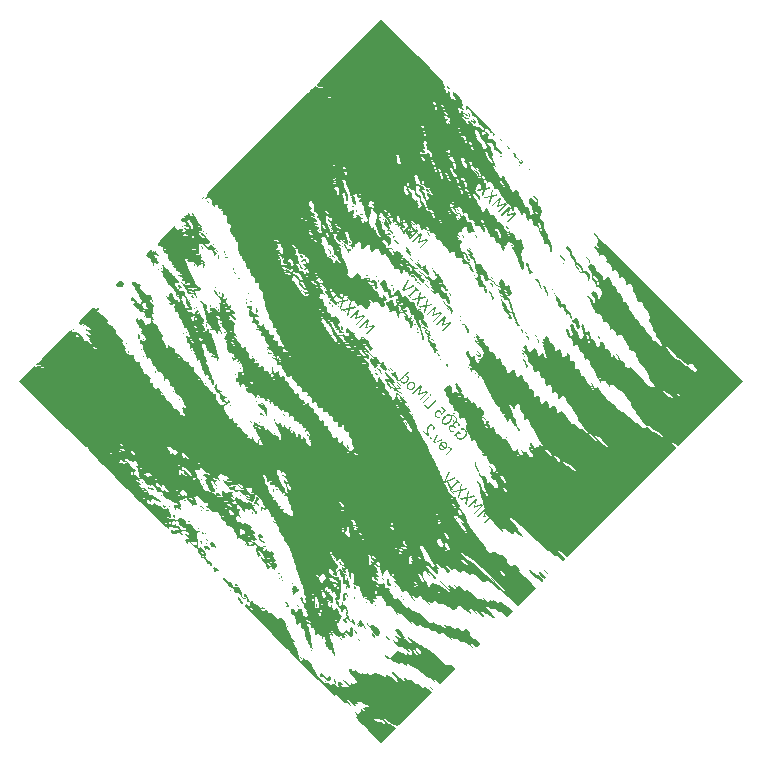
<source format=gbr>
%TF.GenerationSoftware,KiCad,Pcbnew,7.0.1*%
%TF.CreationDate,2024-02-21T11:36:48-08:00*%
%TF.ProjectId,G305_lipo_PMIC,47333035-5f6c-4697-906f-5f504d49432e,rev?*%
%TF.SameCoordinates,Original*%
%TF.FileFunction,Legend,Bot*%
%TF.FilePolarity,Positive*%
%FSLAX46Y46*%
G04 Gerber Fmt 4.6, Leading zero omitted, Abs format (unit mm)*
G04 Created by KiCad (PCBNEW 7.0.1) date 2024-02-21 11:36:48*
%MOMM*%
%LPD*%
G01*
G04 APERTURE LIST*
%ADD10C,0.150000*%
G04 APERTURE END LIST*
D10*
G36*
X105778155Y-78787739D02*
G01*
X105696984Y-78706567D01*
X106283493Y-78120059D01*
X106278657Y-78115223D01*
X106103360Y-78173425D01*
X105634810Y-78311417D01*
X105772802Y-77842866D01*
X105831176Y-77667742D01*
X105826168Y-77662734D01*
X105239659Y-78249243D01*
X105158487Y-78168071D01*
X105854837Y-77471721D01*
X105961742Y-77578626D01*
X105785409Y-78152873D01*
X105790418Y-78157881D01*
X106363628Y-77980512D01*
X106474505Y-78091389D01*
X105778155Y-78787739D01*
G37*
G36*
X104974728Y-77984312D02*
G01*
X104893557Y-77903140D01*
X105480065Y-77316631D01*
X105475230Y-77311796D01*
X105299933Y-77369997D01*
X104831382Y-77507989D01*
X104969374Y-77039439D01*
X105027749Y-76864315D01*
X105022740Y-76859307D01*
X104436232Y-77445815D01*
X104355060Y-77364644D01*
X105051410Y-76668294D01*
X105158314Y-76775199D01*
X104981982Y-77349445D01*
X104986990Y-77354454D01*
X105560201Y-77177085D01*
X105671078Y-77287962D01*
X104974728Y-77984312D01*
G37*
G36*
X104239692Y-77249276D02*
G01*
X104144704Y-77154288D01*
X104255754Y-76680901D01*
X104253682Y-76678829D01*
X103780295Y-76789879D01*
X103680298Y-76689882D01*
X104265080Y-76560698D01*
X104382520Y-75999404D01*
X104477681Y-76094565D01*
X104377512Y-76549127D01*
X104379411Y-76551027D01*
X104830173Y-76447058D01*
X104930170Y-76547054D01*
X104368013Y-76669503D01*
X104239692Y-77249276D01*
G37*
G36*
X103633150Y-76642733D02*
G01*
X103538162Y-76547745D01*
X103649211Y-76074359D01*
X103647139Y-76072286D01*
X103173752Y-76183336D01*
X103073756Y-76083339D01*
X103658538Y-75954156D01*
X103775977Y-75392862D01*
X103871138Y-75488023D01*
X103770969Y-75942584D01*
X103772869Y-75944484D01*
X104223631Y-75840515D01*
X104323627Y-75940512D01*
X103761470Y-76062960D01*
X103633150Y-76642733D01*
G37*
G36*
X102713664Y-75723248D02*
G01*
X102782919Y-75653993D01*
X102879980Y-75751054D01*
X103437647Y-75193387D01*
X103340586Y-75096326D01*
X103410014Y-75026898D01*
X103687379Y-75304264D01*
X103617952Y-75373691D01*
X103520891Y-75276631D01*
X102963224Y-75834298D01*
X103060285Y-75931358D01*
X102991030Y-76000613D01*
X102713664Y-75723248D01*
G37*
G36*
X102304006Y-75313590D02*
G01*
X102767721Y-74384605D01*
X102853901Y-74470786D01*
X102617467Y-74936919D01*
X102434399Y-75276458D01*
X102439235Y-75281294D01*
X102776875Y-75096326D01*
X103241971Y-74858856D01*
X103331087Y-74947972D01*
X102405039Y-75414623D01*
X102304006Y-75313590D01*
G37*
G36*
X108768614Y-94652320D02*
G01*
X108691414Y-94575120D01*
X109052024Y-94214510D01*
X109285695Y-94448181D01*
X109212468Y-94521409D01*
X109059968Y-94368909D01*
X108990368Y-94438510D01*
X108980995Y-94448350D01*
X108972394Y-94458335D01*
X108964552Y-94468455D01*
X108957457Y-94478697D01*
X108951097Y-94489052D01*
X108945460Y-94499506D01*
X108940533Y-94510050D01*
X108936303Y-94520672D01*
X108932759Y-94531360D01*
X108929887Y-94542104D01*
X108927677Y-94552891D01*
X108926114Y-94563711D01*
X108925188Y-94574552D01*
X108924885Y-94585404D01*
X108925193Y-94596254D01*
X108926100Y-94607092D01*
X108927593Y-94617906D01*
X108929661Y-94628685D01*
X108932290Y-94639418D01*
X108935468Y-94650093D01*
X108939184Y-94660699D01*
X108943424Y-94671225D01*
X108948176Y-94681659D01*
X108953428Y-94691991D01*
X108959167Y-94702208D01*
X108965382Y-94712300D01*
X108972060Y-94722255D01*
X108979188Y-94732063D01*
X108986754Y-94741711D01*
X108994745Y-94751188D01*
X109003150Y-94760484D01*
X109011956Y-94769587D01*
X109024416Y-94781505D01*
X109037111Y-94792586D01*
X109050026Y-94802833D01*
X109063147Y-94812249D01*
X109076461Y-94820837D01*
X109089953Y-94828599D01*
X109103609Y-94835539D01*
X109117415Y-94841659D01*
X109131356Y-94846963D01*
X109145419Y-94851452D01*
X109159589Y-94855132D01*
X109173852Y-94858003D01*
X109188194Y-94860069D01*
X109202600Y-94861333D01*
X109217058Y-94861798D01*
X109231552Y-94861466D01*
X109246068Y-94860341D01*
X109260592Y-94858426D01*
X109275110Y-94855723D01*
X109289608Y-94852236D01*
X109304071Y-94847967D01*
X109318486Y-94842919D01*
X109332838Y-94837095D01*
X109347113Y-94830498D01*
X109361298Y-94823131D01*
X109375376Y-94814997D01*
X109389336Y-94806098D01*
X109403162Y-94796438D01*
X109416840Y-94786020D01*
X109430356Y-94774846D01*
X109443696Y-94762920D01*
X109456846Y-94750244D01*
X109568587Y-94638503D01*
X109580983Y-94625623D01*
X109592621Y-94612544D01*
X109603501Y-94599281D01*
X109613624Y-94585851D01*
X109622989Y-94572270D01*
X109631596Y-94558554D01*
X109639446Y-94544719D01*
X109646539Y-94530781D01*
X109652875Y-94516756D01*
X109658454Y-94502660D01*
X109663275Y-94488510D01*
X109667340Y-94474322D01*
X109670648Y-94460111D01*
X109673199Y-94445893D01*
X109674994Y-94431686D01*
X109676032Y-94417504D01*
X109676313Y-94403365D01*
X109675838Y-94389283D01*
X109674607Y-94375276D01*
X109672620Y-94361359D01*
X109669877Y-94347549D01*
X109666378Y-94333860D01*
X109662123Y-94320311D01*
X109657112Y-94306916D01*
X109651346Y-94293692D01*
X109644824Y-94280655D01*
X109637546Y-94267820D01*
X109629513Y-94255205D01*
X109620725Y-94242825D01*
X109611182Y-94230696D01*
X109600883Y-94218835D01*
X109589830Y-94207257D01*
X109581603Y-94199296D01*
X109573249Y-94191732D01*
X109564771Y-94184564D01*
X109556174Y-94177790D01*
X109547465Y-94171410D01*
X109538648Y-94165421D01*
X109529728Y-94159823D01*
X109520710Y-94154614D01*
X109511599Y-94149792D01*
X109502401Y-94145357D01*
X109493121Y-94141306D01*
X109483763Y-94137639D01*
X109474334Y-94134353D01*
X109464837Y-94131449D01*
X109455279Y-94128923D01*
X109445664Y-94126776D01*
X109435997Y-94125005D01*
X109426284Y-94123609D01*
X109416529Y-94122586D01*
X109406738Y-94121936D01*
X109396916Y-94121657D01*
X109387068Y-94121747D01*
X109377199Y-94122205D01*
X109367315Y-94123030D01*
X109357419Y-94124221D01*
X109347519Y-94125775D01*
X109337617Y-94127692D01*
X109327721Y-94129970D01*
X109317835Y-94132607D01*
X109307963Y-94135603D01*
X109298112Y-94138956D01*
X109288285Y-94142665D01*
X109261343Y-94032824D01*
X109273970Y-94028779D01*
X109286651Y-94025134D01*
X109299381Y-94021893D01*
X109312155Y-94019065D01*
X109324966Y-94016655D01*
X109337809Y-94014669D01*
X109350679Y-94013114D01*
X109363569Y-94011997D01*
X109376474Y-94011323D01*
X109389387Y-94011099D01*
X109402304Y-94011332D01*
X109415218Y-94012028D01*
X109428124Y-94013194D01*
X109441016Y-94014834D01*
X109453888Y-94016957D01*
X109466734Y-94019569D01*
X109479549Y-94022675D01*
X109492326Y-94026282D01*
X109505061Y-94030397D01*
X109517747Y-94035027D01*
X109530379Y-94040176D01*
X109542951Y-94045852D01*
X109555457Y-94052062D01*
X109567891Y-94058811D01*
X109580247Y-94066106D01*
X109592521Y-94073953D01*
X109604706Y-94082359D01*
X109616795Y-94091330D01*
X109628785Y-94100873D01*
X109640668Y-94110993D01*
X109652440Y-94121698D01*
X109664093Y-94132993D01*
X109680169Y-94149815D01*
X109695137Y-94167015D01*
X109708990Y-94184577D01*
X109721724Y-94202487D01*
X109733332Y-94220729D01*
X109743811Y-94239289D01*
X109753153Y-94258151D01*
X109761354Y-94277300D01*
X109768407Y-94296721D01*
X109774308Y-94316400D01*
X109779051Y-94336320D01*
X109782631Y-94356468D01*
X109785041Y-94376827D01*
X109786277Y-94397384D01*
X109786333Y-94418123D01*
X109785203Y-94439028D01*
X109782882Y-94460085D01*
X109779365Y-94481279D01*
X109774646Y-94502594D01*
X109768719Y-94524017D01*
X109761578Y-94545530D01*
X109753220Y-94567121D01*
X109743637Y-94588773D01*
X109732825Y-94610471D01*
X109720777Y-94632200D01*
X109707489Y-94653946D01*
X109692955Y-94675693D01*
X109677170Y-94697427D01*
X109660127Y-94719131D01*
X109641822Y-94740792D01*
X109622248Y-94762394D01*
X109601401Y-94783921D01*
X109579340Y-94805296D01*
X109557240Y-94825354D01*
X109535116Y-94844104D01*
X109512984Y-94861555D01*
X109490859Y-94877715D01*
X109468757Y-94892594D01*
X109446693Y-94906200D01*
X109424683Y-94918543D01*
X109402741Y-94929630D01*
X109380884Y-94939471D01*
X109359127Y-94948075D01*
X109337486Y-94955450D01*
X109315976Y-94961605D01*
X109294611Y-94966549D01*
X109273409Y-94970291D01*
X109252384Y-94972840D01*
X109231552Y-94974204D01*
X109210928Y-94974393D01*
X109190528Y-94973415D01*
X109170367Y-94971278D01*
X109150460Y-94967993D01*
X109130824Y-94963567D01*
X109111473Y-94958010D01*
X109092424Y-94951330D01*
X109073690Y-94943536D01*
X109055289Y-94934637D01*
X109037235Y-94924642D01*
X109019544Y-94913559D01*
X109002232Y-94901398D01*
X108985313Y-94888166D01*
X108968803Y-94873874D01*
X108952718Y-94858530D01*
X108943117Y-94848648D01*
X108934000Y-94838694D01*
X108925365Y-94828679D01*
X108917210Y-94818612D01*
X108909533Y-94808502D01*
X108902330Y-94798358D01*
X108895600Y-94788190D01*
X108889341Y-94778006D01*
X108883549Y-94767816D01*
X108878223Y-94757630D01*
X108873361Y-94747455D01*
X108868959Y-94737303D01*
X108865016Y-94727181D01*
X108861530Y-94717100D01*
X108858497Y-94707067D01*
X108855917Y-94697093D01*
X108853785Y-94687188D01*
X108852100Y-94677359D01*
X108850860Y-94667616D01*
X108849705Y-94648426D01*
X108850300Y-94629693D01*
X108852627Y-94611489D01*
X108856666Y-94593889D01*
X108862400Y-94576966D01*
X108869810Y-94560795D01*
X108874137Y-94553014D01*
X108871028Y-94549905D01*
X108768614Y-94652320D01*
G37*
G36*
X108829752Y-93927991D02*
G01*
X108757561Y-94000183D01*
X108676389Y-93919011D01*
X108667290Y-93910178D01*
X108658194Y-93901879D01*
X108649105Y-93894112D01*
X108640026Y-93886876D01*
X108630960Y-93880169D01*
X108621910Y-93873992D01*
X108612879Y-93868342D01*
X108603871Y-93863219D01*
X108594890Y-93858621D01*
X108585937Y-93854547D01*
X108568134Y-93847969D01*
X108550486Y-93843475D01*
X108533022Y-93841056D01*
X108515765Y-93840703D01*
X108498743Y-93842408D01*
X108481982Y-93846162D01*
X108465507Y-93851955D01*
X108449345Y-93859780D01*
X108433522Y-93869626D01*
X108418063Y-93881486D01*
X108410479Y-93888168D01*
X108402996Y-93895350D01*
X108395224Y-93903122D01*
X108388042Y-93910605D01*
X108381360Y-93918189D01*
X108375179Y-93925871D01*
X108364324Y-93941516D01*
X108355488Y-93957512D01*
X108348678Y-93973833D01*
X108343903Y-93990454D01*
X108341173Y-94007349D01*
X108340495Y-94024492D01*
X108341880Y-94041856D01*
X108345336Y-94059415D01*
X108350871Y-94077144D01*
X108358495Y-94095016D01*
X108363093Y-94103998D01*
X108368216Y-94113005D01*
X108373866Y-94122036D01*
X108380043Y-94131086D01*
X108386750Y-94140152D01*
X108393986Y-94149231D01*
X108401753Y-94158321D01*
X108410052Y-94167416D01*
X108418885Y-94176515D01*
X108426748Y-94184169D01*
X108434571Y-94191368D01*
X108442356Y-94198123D01*
X108450108Y-94204444D01*
X108465526Y-94215825D01*
X108480854Y-94225596D01*
X108496121Y-94233841D01*
X108511356Y-94240644D01*
X108526590Y-94246089D01*
X108541851Y-94250260D01*
X108557169Y-94253241D01*
X108572573Y-94255116D01*
X108588092Y-94255969D01*
X108603755Y-94255884D01*
X108619593Y-94254945D01*
X108635634Y-94253236D01*
X108651908Y-94250840D01*
X108668444Y-94247843D01*
X108684333Y-94356647D01*
X108665176Y-94359351D01*
X108655441Y-94360495D01*
X108645608Y-94361475D01*
X108635679Y-94362273D01*
X108625657Y-94362873D01*
X108615546Y-94363255D01*
X108605350Y-94363402D01*
X108595072Y-94363295D01*
X108584715Y-94362918D01*
X108574282Y-94362251D01*
X108563777Y-94361277D01*
X108553204Y-94359978D01*
X108542565Y-94358335D01*
X108531864Y-94356332D01*
X108521105Y-94353949D01*
X108510290Y-94351169D01*
X108499424Y-94347973D01*
X108488510Y-94344345D01*
X108477550Y-94340265D01*
X108466549Y-94335717D01*
X108455510Y-94330681D01*
X108444436Y-94325140D01*
X108433330Y-94319076D01*
X108422196Y-94312470D01*
X108411038Y-94305306D01*
X108399858Y-94297564D01*
X108388660Y-94289228D01*
X108377448Y-94280278D01*
X108366224Y-94270697D01*
X108354993Y-94260467D01*
X108343758Y-94249570D01*
X108330954Y-94236290D01*
X108318904Y-94222821D01*
X108307607Y-94209180D01*
X108297062Y-94195385D01*
X108287269Y-94181453D01*
X108278230Y-94167402D01*
X108269943Y-94153249D01*
X108262408Y-94139011D01*
X108255625Y-94124706D01*
X108249595Y-94110350D01*
X108244318Y-94095963D01*
X108239792Y-94081560D01*
X108236019Y-94067159D01*
X108232997Y-94052779D01*
X108230728Y-94038435D01*
X108229211Y-94024145D01*
X108228445Y-94009928D01*
X108228431Y-93995800D01*
X108229169Y-93981778D01*
X108230659Y-93967880D01*
X108232900Y-93954124D01*
X108235893Y-93940527D01*
X108239638Y-93927106D01*
X108244133Y-93913878D01*
X108249381Y-93900862D01*
X108255379Y-93888073D01*
X108262129Y-93875531D01*
X108269630Y-93863252D01*
X108277882Y-93851253D01*
X108286885Y-93839552D01*
X108296639Y-93828167D01*
X108307144Y-93817114D01*
X108316749Y-93807922D01*
X108326484Y-93799409D01*
X108336337Y-93791562D01*
X108346297Y-93784366D01*
X108356354Y-93777808D01*
X108366496Y-93771875D01*
X108376712Y-93766551D01*
X108386991Y-93761824D01*
X108397321Y-93757680D01*
X108407693Y-93754104D01*
X108418094Y-93751084D01*
X108428514Y-93748605D01*
X108438941Y-93746652D01*
X108449365Y-93745214D01*
X108459774Y-93744275D01*
X108470157Y-93743822D01*
X108480503Y-93743842D01*
X108490801Y-93744319D01*
X108501040Y-93745241D01*
X108511208Y-93746593D01*
X108521296Y-93748363D01*
X108531291Y-93750535D01*
X108541182Y-93753096D01*
X108550959Y-93756033D01*
X108560610Y-93759332D01*
X108570124Y-93762977D01*
X108579490Y-93766957D01*
X108588697Y-93771257D01*
X108597734Y-93775863D01*
X108606590Y-93780762D01*
X108615254Y-93785939D01*
X108623714Y-93791381D01*
X108627686Y-93787409D01*
X108622734Y-93778714D01*
X108618086Y-93769895D01*
X108613749Y-93760959D01*
X108609732Y-93751916D01*
X108606044Y-93742772D01*
X108602693Y-93733537D01*
X108599687Y-93724218D01*
X108594748Y-93705362D01*
X108591293Y-93686270D01*
X108589393Y-93667006D01*
X108589114Y-93647636D01*
X108590526Y-93628226D01*
X108591886Y-93618526D01*
X108593696Y-93608840D01*
X108595961Y-93599177D01*
X108598692Y-93589544D01*
X108601897Y-93579950D01*
X108605584Y-93570403D01*
X108609762Y-93560911D01*
X108614440Y-93551482D01*
X108619625Y-93542125D01*
X108625327Y-93532847D01*
X108631554Y-93523657D01*
X108638314Y-93514563D01*
X108645616Y-93505573D01*
X108653469Y-93496695D01*
X108661882Y-93487937D01*
X108672876Y-93477484D01*
X108684087Y-93467880D01*
X108695501Y-93459112D01*
X108707104Y-93451170D01*
X108718882Y-93444044D01*
X108730819Y-93437721D01*
X108742902Y-93432190D01*
X108755116Y-93427442D01*
X108767447Y-93423464D01*
X108779880Y-93420245D01*
X108792402Y-93417775D01*
X108804997Y-93416042D01*
X108817652Y-93415036D01*
X108830352Y-93414745D01*
X108843083Y-93415158D01*
X108855830Y-93416264D01*
X108868579Y-93418053D01*
X108881316Y-93420512D01*
X108894026Y-93423631D01*
X108906695Y-93427399D01*
X108919309Y-93431805D01*
X108931853Y-93436837D01*
X108944313Y-93442486D01*
X108956674Y-93448738D01*
X108968923Y-93455585D01*
X108981044Y-93463013D01*
X108993024Y-93471013D01*
X109004848Y-93479574D01*
X109016501Y-93488683D01*
X109027970Y-93498331D01*
X109039240Y-93508506D01*
X109050297Y-93519197D01*
X109060378Y-93529611D01*
X109069842Y-93540061D01*
X109078703Y-93550540D01*
X109086978Y-93561043D01*
X109094680Y-93571562D01*
X109101826Y-93582092D01*
X109108431Y-93592628D01*
X109114508Y-93603162D01*
X109120075Y-93613688D01*
X109125145Y-93624201D01*
X109129735Y-93634695D01*
X109133859Y-93645163D01*
X109137531Y-93655599D01*
X109140769Y-93665998D01*
X109143586Y-93676352D01*
X109145998Y-93686657D01*
X109148019Y-93696905D01*
X109149666Y-93707091D01*
X109150953Y-93717209D01*
X109151895Y-93727252D01*
X109152507Y-93737214D01*
X109152806Y-93747090D01*
X109152805Y-93756873D01*
X109151966Y-93776137D01*
X109150112Y-93794956D01*
X109147364Y-93813282D01*
X109143843Y-93831065D01*
X109141831Y-93839739D01*
X109030781Y-93827822D01*
X109035271Y-93812250D01*
X109038931Y-93796817D01*
X109041716Y-93781522D01*
X109043583Y-93766366D01*
X109044486Y-93751350D01*
X109044382Y-93736474D01*
X109043225Y-93721738D01*
X109040971Y-93707144D01*
X109037575Y-93692691D01*
X109032994Y-93678381D01*
X109027182Y-93664213D01*
X109020095Y-93650189D01*
X109011688Y-93636308D01*
X109001918Y-93622571D01*
X108990738Y-93608980D01*
X108978106Y-93595533D01*
X108964201Y-93582522D01*
X108949974Y-93570975D01*
X108935467Y-93560932D01*
X108920724Y-93552432D01*
X108905787Y-93545515D01*
X108890698Y-93540220D01*
X108875499Y-93536586D01*
X108860234Y-93534654D01*
X108844945Y-93534462D01*
X108829673Y-93536051D01*
X108814463Y-93539458D01*
X108799355Y-93544725D01*
X108784394Y-93551890D01*
X108769620Y-93560993D01*
X108755078Y-93572073D01*
X108740808Y-93585171D01*
X108733555Y-93592424D01*
X108721382Y-93605709D01*
X108710800Y-93619624D01*
X108701853Y-93634119D01*
X108694585Y-93649145D01*
X108689040Y-93664651D01*
X108685263Y-93680588D01*
X108683298Y-93696906D01*
X108683189Y-93713556D01*
X108684981Y-93730486D01*
X108688717Y-93747649D01*
X108694442Y-93764992D01*
X108702200Y-93782468D01*
X108706856Y-93791240D01*
X108712036Y-93800026D01*
X108717747Y-93808820D01*
X108723994Y-93817615D01*
X108730782Y-93826407D01*
X108738118Y-93835187D01*
X108746006Y-93843951D01*
X108754452Y-93852692D01*
X108829752Y-93927991D01*
G37*
G36*
X108253446Y-92813001D02*
G01*
X108271186Y-92815233D01*
X108288727Y-92818680D01*
X108306067Y-92823352D01*
X108323203Y-92829259D01*
X108340132Y-92836412D01*
X108356851Y-92844821D01*
X108373357Y-92854498D01*
X108389647Y-92865453D01*
X108405718Y-92877696D01*
X108421567Y-92891239D01*
X108437191Y-92906091D01*
X108452029Y-92921701D01*
X108465558Y-92937537D01*
X108477790Y-92953596D01*
X108488735Y-92969877D01*
X108498404Y-92986374D01*
X108506807Y-93003087D01*
X108513955Y-93020010D01*
X108519858Y-93037143D01*
X108524527Y-93054480D01*
X108527973Y-93072021D01*
X108530206Y-93089760D01*
X108531236Y-93107696D01*
X108531074Y-93125825D01*
X108529731Y-93144144D01*
X108527218Y-93162651D01*
X108523544Y-93181341D01*
X108518721Y-93200213D01*
X108512759Y-93219263D01*
X108505668Y-93238488D01*
X108497460Y-93257885D01*
X108488144Y-93277451D01*
X108477731Y-93297183D01*
X108466232Y-93317078D01*
X108453658Y-93337133D01*
X108440018Y-93357344D01*
X108425324Y-93377710D01*
X108409586Y-93398226D01*
X108392815Y-93418890D01*
X108375021Y-93439699D01*
X108356214Y-93460649D01*
X108336406Y-93481738D01*
X108315607Y-93502963D01*
X108294367Y-93523777D01*
X108273265Y-93543599D01*
X108252303Y-93562417D01*
X108231484Y-93580220D01*
X108210812Y-93597000D01*
X108190290Y-93612744D01*
X108169919Y-93627443D01*
X108149704Y-93641087D01*
X108129647Y-93653664D01*
X108109750Y-93665164D01*
X108090018Y-93675577D01*
X108070453Y-93684892D01*
X108051058Y-93693098D01*
X108031835Y-93700187D01*
X108012789Y-93706146D01*
X107993920Y-93710965D01*
X107975234Y-93714634D01*
X107956732Y-93717143D01*
X107938418Y-93718481D01*
X107920294Y-93718637D01*
X107902364Y-93717602D01*
X107884630Y-93715364D01*
X107867095Y-93711913D01*
X107849762Y-93707238D01*
X107832635Y-93701330D01*
X107815716Y-93694178D01*
X107799008Y-93685771D01*
X107782513Y-93676098D01*
X107766236Y-93665150D01*
X107750179Y-93652916D01*
X107734344Y-93639385D01*
X107718735Y-93624547D01*
X107703882Y-93608923D01*
X107690338Y-93593076D01*
X107678093Y-93577007D01*
X107667135Y-93560720D01*
X107657454Y-93544218D01*
X107649041Y-93527503D01*
X107641883Y-93510579D01*
X107635972Y-93493448D01*
X107631295Y-93476113D01*
X107627843Y-93458577D01*
X107625604Y-93440842D01*
X107624570Y-93422913D01*
X107624596Y-93419903D01*
X107733209Y-93419903D01*
X107733445Y-93431656D01*
X107734464Y-93443300D01*
X107736281Y-93454829D01*
X107738910Y-93466236D01*
X107742365Y-93477515D01*
X107746662Y-93488659D01*
X107751815Y-93499663D01*
X107757838Y-93510520D01*
X107764747Y-93521225D01*
X107772554Y-93531770D01*
X107781276Y-93542149D01*
X107790926Y-93552356D01*
X107801133Y-93562006D01*
X107811511Y-93570727D01*
X107822054Y-93578532D01*
X107832755Y-93585437D01*
X107843608Y-93591456D01*
X107854608Y-93596605D01*
X107865747Y-93600896D01*
X107877020Y-93604346D01*
X107888421Y-93606969D01*
X107899943Y-93608779D01*
X107911580Y-93609791D01*
X107923326Y-93610019D01*
X107935174Y-93609479D01*
X107947119Y-93608184D01*
X107959155Y-93606150D01*
X107971274Y-93603391D01*
X107983472Y-93599921D01*
X107995741Y-93595756D01*
X108008076Y-93590910D01*
X108020470Y-93585397D01*
X108032917Y-93579232D01*
X108045411Y-93572429D01*
X108057946Y-93565004D01*
X108070515Y-93556971D01*
X108083113Y-93548344D01*
X108095733Y-93539139D01*
X108108369Y-93529369D01*
X108121014Y-93519049D01*
X108133663Y-93508195D01*
X108146310Y-93496819D01*
X108158947Y-93484939D01*
X108171570Y-93472566D01*
X108285038Y-93359099D01*
X108297410Y-93346476D01*
X108309291Y-93333839D01*
X108320666Y-93321192D01*
X108331520Y-93308543D01*
X108341840Y-93295898D01*
X108351610Y-93283262D01*
X108360816Y-93270642D01*
X108369442Y-93258044D01*
X108377475Y-93245475D01*
X108384900Y-93232940D01*
X108391703Y-93220446D01*
X108397868Y-93207999D01*
X108403381Y-93195605D01*
X108408227Y-93183270D01*
X108412393Y-93171001D01*
X108415862Y-93158803D01*
X108418621Y-93146684D01*
X108420656Y-93134648D01*
X108421950Y-93122703D01*
X108422491Y-93110854D01*
X108422262Y-93099108D01*
X108421250Y-93087471D01*
X108419440Y-93075950D01*
X108416818Y-93064549D01*
X108413368Y-93053276D01*
X108409076Y-93042137D01*
X108403928Y-93031137D01*
X108397908Y-93020284D01*
X108391003Y-93009583D01*
X108383198Y-92999040D01*
X108374478Y-92988662D01*
X108364828Y-92978455D01*
X108354620Y-92968805D01*
X108344241Y-92960083D01*
X108333696Y-92952275D01*
X108322992Y-92945367D01*
X108312134Y-92939344D01*
X108301130Y-92934191D01*
X108289986Y-92929894D01*
X108278707Y-92926438D01*
X108267300Y-92923809D01*
X108255771Y-92921993D01*
X108244127Y-92920974D01*
X108232374Y-92920738D01*
X108220518Y-92921270D01*
X108208564Y-92922557D01*
X108196521Y-92924583D01*
X108184393Y-92927334D01*
X108172188Y-92930796D01*
X108159911Y-92934953D01*
X108147568Y-92939792D01*
X108135166Y-92945297D01*
X108122712Y-92951455D01*
X108110210Y-92958250D01*
X108097669Y-92965668D01*
X108085093Y-92973695D01*
X108072489Y-92982316D01*
X108059864Y-92991516D01*
X108047224Y-93001281D01*
X108034574Y-93011597D01*
X108021922Y-93022449D01*
X108009274Y-93033821D01*
X107996634Y-93045701D01*
X107984011Y-93058073D01*
X107870544Y-93171540D01*
X107858172Y-93184163D01*
X107846293Y-93196802D01*
X107834920Y-93209451D01*
X107824068Y-93222103D01*
X107813753Y-93234753D01*
X107803987Y-93247393D01*
X107794787Y-93260018D01*
X107786166Y-93272622D01*
X107778139Y-93285197D01*
X107770721Y-93297739D01*
X107763926Y-93310240D01*
X107757768Y-93322695D01*
X107752263Y-93335097D01*
X107747424Y-93347439D01*
X107743267Y-93359717D01*
X107739806Y-93371922D01*
X107737054Y-93384050D01*
X107735028Y-93396093D01*
X107733742Y-93408046D01*
X107733209Y-93419903D01*
X107624596Y-93419903D01*
X107624728Y-93404791D01*
X107626068Y-93386479D01*
X107628580Y-93367980D01*
X107632253Y-93349298D01*
X107637077Y-93330434D01*
X107643040Y-93311392D01*
X107650134Y-93292174D01*
X107658346Y-93272784D01*
X107667666Y-93253224D01*
X107678084Y-93233498D01*
X107689590Y-93213607D01*
X107702172Y-93193555D01*
X107715820Y-93173344D01*
X107730524Y-93152978D01*
X107746272Y-93132460D01*
X107763055Y-93111791D01*
X107780862Y-93090976D01*
X107799682Y-93070016D01*
X107819505Y-93048916D01*
X107840320Y-93027676D01*
X107861544Y-93006876D01*
X107882632Y-92987067D01*
X107903580Y-92968258D01*
X107924386Y-92950461D01*
X107945046Y-92933686D01*
X107965558Y-92917944D01*
X107985919Y-92903245D01*
X108006126Y-92889601D01*
X108026176Y-92877021D01*
X108046065Y-92865517D01*
X108065792Y-92855099D01*
X108085352Y-92845778D01*
X108104744Y-92837564D01*
X108123964Y-92830468D01*
X108143009Y-92824501D01*
X108161877Y-92819674D01*
X108180564Y-92815996D01*
X108199067Y-92813480D01*
X108217384Y-92812134D01*
X108235511Y-92811971D01*
X108253446Y-92813001D01*
G37*
G36*
X107636700Y-92127707D02*
G01*
X108006981Y-92497988D01*
X107650689Y-92903674D01*
X107570381Y-92843399D01*
X107570923Y-92832019D01*
X107571205Y-92820671D01*
X107571150Y-92809346D01*
X107570686Y-92798034D01*
X107569737Y-92786728D01*
X107568229Y-92775418D01*
X107566086Y-92764095D01*
X107563235Y-92752750D01*
X107559601Y-92741376D01*
X107555109Y-92729962D01*
X107549685Y-92718500D01*
X107543253Y-92706981D01*
X107535739Y-92695396D01*
X107527069Y-92683736D01*
X107517169Y-92671994D01*
X107505962Y-92660158D01*
X107497126Y-92651634D01*
X107488236Y-92643676D01*
X107479296Y-92636283D01*
X107470310Y-92629454D01*
X107461282Y-92623186D01*
X107452216Y-92617480D01*
X107443115Y-92612333D01*
X107433984Y-92607745D01*
X107424826Y-92603713D01*
X107415646Y-92600237D01*
X107397233Y-92594945D01*
X107378776Y-92591859D01*
X107360306Y-92590968D01*
X107341854Y-92592261D01*
X107323452Y-92595726D01*
X107305130Y-92601353D01*
X107296009Y-92604974D01*
X107286920Y-92609132D01*
X107277866Y-92613825D01*
X107268852Y-92619051D01*
X107259881Y-92624809D01*
X107250958Y-92631099D01*
X107242086Y-92637918D01*
X107233269Y-92645266D01*
X107224511Y-92653140D01*
X107215816Y-92661540D01*
X107205627Y-92671730D01*
X107197227Y-92680425D01*
X107189352Y-92689183D01*
X107182005Y-92698000D01*
X107175185Y-92706872D01*
X107168896Y-92715795D01*
X107163137Y-92724766D01*
X107157911Y-92733780D01*
X107153218Y-92742833D01*
X107149061Y-92751923D01*
X107145440Y-92761044D01*
X107139813Y-92779366D01*
X107136347Y-92797768D01*
X107135055Y-92816220D01*
X107135946Y-92834690D01*
X107139032Y-92853147D01*
X107144323Y-92871560D01*
X107147800Y-92880740D01*
X107151831Y-92889898D01*
X107156420Y-92899029D01*
X107161567Y-92908129D01*
X107167273Y-92917195D01*
X107173540Y-92926223D01*
X107180369Y-92935209D01*
X107187763Y-92944149D01*
X107195721Y-92953039D01*
X107204245Y-92961875D01*
X107212017Y-92969430D01*
X107219729Y-92976495D01*
X107227386Y-92983081D01*
X107242558Y-92994872D01*
X107257577Y-93004902D01*
X107272487Y-93013273D01*
X107287332Y-93020085D01*
X107302155Y-93025440D01*
X107317002Y-93029437D01*
X107331916Y-93032177D01*
X107346941Y-93033762D01*
X107362121Y-93034291D01*
X107377500Y-93033866D01*
X107393123Y-93032587D01*
X107409032Y-93030555D01*
X107425273Y-93027870D01*
X107441888Y-93024634D01*
X107450351Y-93022841D01*
X107464513Y-93133372D01*
X107445256Y-93136585D01*
X107435495Y-93137977D01*
X107425650Y-93139203D01*
X107415726Y-93140245D01*
X107405724Y-93141087D01*
X107395649Y-93141711D01*
X107385505Y-93142099D01*
X107375294Y-93142235D01*
X107365021Y-93142102D01*
X107354688Y-93141681D01*
X107344299Y-93140956D01*
X107333858Y-93139909D01*
X107323368Y-93138524D01*
X107312833Y-93136782D01*
X107302255Y-93134668D01*
X107291640Y-93132162D01*
X107280989Y-93129249D01*
X107270307Y-93125910D01*
X107259596Y-93122129D01*
X107248862Y-93117889D01*
X107238106Y-93113171D01*
X107227332Y-93107960D01*
X107216545Y-93102237D01*
X107205747Y-93095985D01*
X107194941Y-93089187D01*
X107184132Y-93081826D01*
X107173323Y-93073884D01*
X107162517Y-93065344D01*
X107151718Y-93056190D01*
X107140929Y-93046403D01*
X107130154Y-93035966D01*
X107116967Y-93022230D01*
X107104670Y-93008297D01*
X107093257Y-92994182D01*
X107082726Y-92979901D01*
X107073071Y-92965467D01*
X107064289Y-92950895D01*
X107056375Y-92936202D01*
X107049325Y-92921400D01*
X107043135Y-92906506D01*
X107037801Y-92891534D01*
X107033318Y-92876498D01*
X107029683Y-92861414D01*
X107026891Y-92846297D01*
X107024937Y-92831161D01*
X107023818Y-92816021D01*
X107023530Y-92800892D01*
X107024068Y-92785789D01*
X107025428Y-92770726D01*
X107027606Y-92755719D01*
X107030597Y-92740783D01*
X107034398Y-92725931D01*
X107039004Y-92711179D01*
X107044411Y-92696543D01*
X107050615Y-92682035D01*
X107057612Y-92667673D01*
X107065397Y-92653469D01*
X107073966Y-92639440D01*
X107083315Y-92625599D01*
X107093440Y-92611963D01*
X107104336Y-92598545D01*
X107116000Y-92585360D01*
X107128427Y-92572424D01*
X107141244Y-92560115D01*
X107154232Y-92548636D01*
X107167377Y-92537981D01*
X107180665Y-92528146D01*
X107194079Y-92519124D01*
X107207606Y-92510909D01*
X107221230Y-92503497D01*
X107234938Y-92496881D01*
X107248714Y-92491056D01*
X107262543Y-92486017D01*
X107276412Y-92481756D01*
X107290304Y-92478270D01*
X107304206Y-92475552D01*
X107318103Y-92473597D01*
X107331979Y-92472399D01*
X107345820Y-92471952D01*
X107359612Y-92472251D01*
X107373340Y-92473291D01*
X107386989Y-92475065D01*
X107400543Y-92477567D01*
X107413989Y-92480793D01*
X107427312Y-92484737D01*
X107440497Y-92489393D01*
X107453530Y-92494755D01*
X107466394Y-92500818D01*
X107479077Y-92507576D01*
X107491562Y-92515023D01*
X107503836Y-92523155D01*
X107515884Y-92531965D01*
X107527690Y-92541447D01*
X107539240Y-92551596D01*
X107550520Y-92562407D01*
X107563302Y-92575879D01*
X107574618Y-92589240D01*
X107584535Y-92602519D01*
X107593116Y-92615743D01*
X107600428Y-92628940D01*
X107606534Y-92642137D01*
X107611501Y-92655362D01*
X107615393Y-92668643D01*
X107618274Y-92682006D01*
X107620211Y-92695480D01*
X107621268Y-92709092D01*
X107621510Y-92722869D01*
X107621002Y-92736840D01*
X107619810Y-92751032D01*
X107617997Y-92765473D01*
X107615630Y-92780189D01*
X107622711Y-92787270D01*
X107866226Y-92504032D01*
X107563300Y-92201106D01*
X107636700Y-92127707D01*
G37*
G36*
X106137096Y-92020802D02*
G01*
X106210323Y-91947574D01*
X106504441Y-92241692D01*
X107127564Y-91618570D01*
X107210635Y-91701641D01*
X106514285Y-92397991D01*
X106137096Y-92020802D01*
G37*
G36*
X106614109Y-91242935D02*
G01*
X106605592Y-91233494D01*
X106598943Y-91224132D01*
X106594098Y-91214873D01*
X106590336Y-91202728D01*
X106589519Y-91190864D01*
X106591499Y-91179338D01*
X106596125Y-91168206D01*
X106603247Y-91157526D01*
X106610137Y-91149846D01*
X106623090Y-91136893D01*
X106630730Y-91130043D01*
X106641381Y-91122950D01*
X106652504Y-91118332D01*
X106664039Y-91116344D01*
X106675920Y-91117143D01*
X106688087Y-91120884D01*
X106697361Y-91125714D01*
X106706734Y-91132353D01*
X106716178Y-91140866D01*
X106724691Y-91150310D01*
X106731330Y-91159683D01*
X106736160Y-91168957D01*
X106739901Y-91181124D01*
X106740700Y-91193006D01*
X106738712Y-91204540D01*
X106734094Y-91215664D01*
X106727001Y-91226314D01*
X106720151Y-91233954D01*
X106707198Y-91246907D01*
X106699518Y-91253797D01*
X106688838Y-91260919D01*
X106677707Y-91265545D01*
X106666181Y-91267525D01*
X106654317Y-91266708D01*
X106642171Y-91262946D01*
X106632912Y-91258101D01*
X106623550Y-91251452D01*
X106614109Y-91242935D01*
G37*
G36*
X106026219Y-91909925D02*
G01*
X105947120Y-91830825D01*
X106455565Y-91322379D01*
X106534665Y-91401479D01*
X106026219Y-91909925D01*
G37*
G36*
X105770960Y-91654665D02*
G01*
X105689788Y-91573494D01*
X106276297Y-90986985D01*
X106271461Y-90982149D01*
X106096165Y-91040351D01*
X105627614Y-91178343D01*
X105765606Y-90709792D01*
X105823980Y-90534668D01*
X105818972Y-90529660D01*
X105232463Y-91116169D01*
X105151291Y-91034997D01*
X105847641Y-90338647D01*
X105954546Y-90445552D01*
X105778213Y-91019799D01*
X105783222Y-91024807D01*
X106356432Y-90847439D01*
X106467309Y-90958316D01*
X105770960Y-91654665D01*
G37*
G36*
X105095361Y-90052107D02*
G01*
X105111404Y-90053218D01*
X105127321Y-90055198D01*
X105143094Y-90058048D01*
X105158706Y-90061765D01*
X105174137Y-90066351D01*
X105189370Y-90071803D01*
X105204386Y-90078123D01*
X105219168Y-90085310D01*
X105233695Y-90093362D01*
X105247951Y-90102280D01*
X105261917Y-90112063D01*
X105275574Y-90122711D01*
X105288905Y-90134223D01*
X105301891Y-90146599D01*
X105314267Y-90159585D01*
X105325780Y-90172917D01*
X105336430Y-90186577D01*
X105346217Y-90200546D01*
X105355138Y-90214806D01*
X105363196Y-90229338D01*
X105370387Y-90244124D01*
X105376713Y-90259146D01*
X105382172Y-90274385D01*
X105386764Y-90289824D01*
X105390489Y-90305442D01*
X105393346Y-90321223D01*
X105395334Y-90337148D01*
X105396452Y-90353198D01*
X105396701Y-90369356D01*
X105396080Y-90385602D01*
X105394588Y-90401918D01*
X105392225Y-90418286D01*
X105388990Y-90434688D01*
X105384882Y-90451106D01*
X105379902Y-90467519D01*
X105374048Y-90483912D01*
X105367320Y-90500264D01*
X105359718Y-90516559D01*
X105351240Y-90532776D01*
X105341887Y-90548899D01*
X105331658Y-90564908D01*
X105320551Y-90580785D01*
X105308568Y-90596513D01*
X105295707Y-90612071D01*
X105281968Y-90627443D01*
X105267350Y-90642610D01*
X105252168Y-90657243D01*
X105236783Y-90670996D01*
X105221213Y-90683868D01*
X105205476Y-90695861D01*
X105189590Y-90706975D01*
X105173575Y-90717211D01*
X105157447Y-90726569D01*
X105141226Y-90735050D01*
X105124929Y-90742655D01*
X105108575Y-90749384D01*
X105092183Y-90755239D01*
X105075770Y-90760218D01*
X105059354Y-90764324D01*
X105042955Y-90767557D01*
X105026590Y-90769917D01*
X105010277Y-90771405D01*
X104994035Y-90772022D01*
X104977883Y-90771768D01*
X104961837Y-90770644D01*
X104945918Y-90768651D01*
X104930142Y-90765789D01*
X104914529Y-90762059D01*
X104899096Y-90757462D01*
X104883862Y-90751997D01*
X104868845Y-90745666D01*
X104854063Y-90738470D01*
X104839535Y-90730409D01*
X104825279Y-90721483D01*
X104811313Y-90711694D01*
X104797655Y-90701042D01*
X104784324Y-90689527D01*
X104771339Y-90677151D01*
X104758963Y-90664165D01*
X104747449Y-90650836D01*
X104736799Y-90637181D01*
X104727013Y-90623218D01*
X104718092Y-90608966D01*
X104710035Y-90594442D01*
X104702844Y-90579666D01*
X104696519Y-90564654D01*
X104691061Y-90549427D01*
X104686470Y-90534001D01*
X104682747Y-90518394D01*
X104679893Y-90502626D01*
X104677908Y-90486714D01*
X104676792Y-90470677D01*
X104676674Y-90462952D01*
X104776261Y-90462952D01*
X104777150Y-90482327D01*
X104780233Y-90501400D01*
X104785453Y-90520124D01*
X104788847Y-90529340D01*
X104792754Y-90538452D01*
X104797167Y-90547452D01*
X104802079Y-90556336D01*
X104807483Y-90565097D01*
X104813371Y-90573730D01*
X104819737Y-90582229D01*
X104826574Y-90590587D01*
X104833874Y-90598799D01*
X104841630Y-90606859D01*
X104849691Y-90614616D01*
X104857904Y-90621918D01*
X104866265Y-90628757D01*
X104874767Y-90635126D01*
X104883403Y-90641018D01*
X104892169Y-90646426D01*
X104901058Y-90651343D01*
X104910065Y-90655762D01*
X104919182Y-90659675D01*
X104928405Y-90663076D01*
X104947144Y-90668311D01*
X104966232Y-90671410D01*
X104985623Y-90672315D01*
X104995418Y-90671927D01*
X105005270Y-90670970D01*
X105015173Y-90669435D01*
X105025123Y-90667317D01*
X105035113Y-90664607D01*
X105045137Y-90661299D01*
X105055188Y-90657385D01*
X105065262Y-90652859D01*
X105075352Y-90647712D01*
X105085453Y-90641939D01*
X105095558Y-90635532D01*
X105105661Y-90628483D01*
X105115756Y-90620787D01*
X105125838Y-90612434D01*
X105135900Y-90603419D01*
X105145938Y-90593734D01*
X105218474Y-90521197D01*
X105228143Y-90511176D01*
X105237144Y-90501128D01*
X105245482Y-90491060D01*
X105253167Y-90480978D01*
X105260203Y-90470886D01*
X105266599Y-90460793D01*
X105272362Y-90450703D01*
X105277499Y-90440622D01*
X105282016Y-90430557D01*
X105285922Y-90420513D01*
X105289223Y-90410497D01*
X105291926Y-90400514D01*
X105294039Y-90390570D01*
X105295568Y-90380671D01*
X105296520Y-90370824D01*
X105296904Y-90361034D01*
X105295992Y-90341650D01*
X105292888Y-90322567D01*
X105287649Y-90303833D01*
X105284247Y-90294611D01*
X105280332Y-90285495D01*
X105275913Y-90276489D01*
X105270995Y-90267601D01*
X105265586Y-90258835D01*
X105259694Y-90250199D01*
X105253324Y-90241697D01*
X105246485Y-90233337D01*
X105239184Y-90225123D01*
X105231427Y-90217063D01*
X105223367Y-90209306D01*
X105215155Y-90202006D01*
X105206796Y-90195169D01*
X105198298Y-90188803D01*
X105189666Y-90182915D01*
X105180905Y-90177510D01*
X105172022Y-90172598D01*
X105163022Y-90168184D01*
X105153912Y-90164276D01*
X105144697Y-90160881D01*
X105125977Y-90155657D01*
X105106909Y-90152568D01*
X105087541Y-90151672D01*
X105077760Y-90152063D01*
X105067921Y-90153024D01*
X105058030Y-90154561D01*
X105048094Y-90156681D01*
X105038118Y-90159392D01*
X105028109Y-90162700D01*
X105018072Y-90166612D01*
X105008013Y-90171136D01*
X104997938Y-90176279D01*
X104987853Y-90182047D01*
X104977764Y-90188448D01*
X104967677Y-90195488D01*
X104957598Y-90203175D01*
X104947532Y-90211516D01*
X104937486Y-90220518D01*
X104927465Y-90230188D01*
X104854928Y-90302725D01*
X104845243Y-90312761D01*
X104836226Y-90322822D01*
X104827871Y-90332902D01*
X104820171Y-90342994D01*
X104813119Y-90353093D01*
X104806707Y-90363193D01*
X104800929Y-90373288D01*
X104795777Y-90383373D01*
X104791244Y-90393440D01*
X104787323Y-90403486D01*
X104784008Y-90413502D01*
X104781291Y-90423484D01*
X104779165Y-90433426D01*
X104777622Y-90443322D01*
X104776657Y-90453166D01*
X104776261Y-90462952D01*
X104676674Y-90462952D01*
X104676546Y-90454532D01*
X104677171Y-90438299D01*
X104678667Y-90421994D01*
X104681035Y-90405637D01*
X104684276Y-90389245D01*
X104688389Y-90372838D01*
X104693376Y-90356432D01*
X104699238Y-90340047D01*
X104705974Y-90323700D01*
X104713585Y-90307409D01*
X104722072Y-90291194D01*
X104731435Y-90275071D01*
X104741676Y-90259060D01*
X104752794Y-90243179D01*
X104764790Y-90227445D01*
X104777665Y-90211877D01*
X104791419Y-90196494D01*
X104806053Y-90181312D01*
X104821219Y-90166694D01*
X104836589Y-90152953D01*
X104852145Y-90140090D01*
X104867869Y-90128103D01*
X104883743Y-90116993D01*
X104899747Y-90106759D01*
X104915865Y-90097401D01*
X104932076Y-90088918D01*
X104948364Y-90081309D01*
X104964710Y-90074574D01*
X104981095Y-90068713D01*
X104997502Y-90063725D01*
X105013911Y-90059610D01*
X105030305Y-90056367D01*
X105046666Y-90053996D01*
X105062974Y-90052496D01*
X105079212Y-90051866D01*
X105095361Y-90052107D01*
G37*
G36*
X104824359Y-89249047D02*
G01*
X104519361Y-89554045D01*
X104523160Y-89557845D01*
X104540134Y-89551509D01*
X104556917Y-89546547D01*
X104573503Y-89542941D01*
X104589884Y-89540677D01*
X104606053Y-89539738D01*
X104622001Y-89540109D01*
X104637722Y-89541775D01*
X104653208Y-89544719D01*
X104668451Y-89548926D01*
X104683443Y-89554380D01*
X104698177Y-89561066D01*
X104712646Y-89568968D01*
X104726841Y-89578070D01*
X104740756Y-89588356D01*
X104754382Y-89599811D01*
X104767712Y-89612420D01*
X104779250Y-89624563D01*
X104789903Y-89637021D01*
X104799673Y-89649780D01*
X104808563Y-89662824D01*
X104816575Y-89676141D01*
X104823711Y-89689715D01*
X104829974Y-89703532D01*
X104835367Y-89717579D01*
X104839890Y-89731840D01*
X104843548Y-89746301D01*
X104846342Y-89760949D01*
X104848274Y-89775769D01*
X104849347Y-89790747D01*
X104849564Y-89805868D01*
X104848927Y-89821118D01*
X104847437Y-89836484D01*
X104845098Y-89851950D01*
X104841912Y-89867502D01*
X104837881Y-89883127D01*
X104833008Y-89898809D01*
X104827294Y-89914535D01*
X104820743Y-89930291D01*
X104813357Y-89946062D01*
X104805138Y-89961833D01*
X104796088Y-89977591D01*
X104786210Y-89993322D01*
X104775506Y-90009010D01*
X104763979Y-90024642D01*
X104751630Y-90040204D01*
X104738463Y-90055681D01*
X104724480Y-90071059D01*
X104709683Y-90086324D01*
X104694513Y-90101026D01*
X104679226Y-90114919D01*
X104663836Y-90127998D01*
X104648358Y-90140263D01*
X104632805Y-90151711D01*
X104617192Y-90162339D01*
X104601534Y-90172145D01*
X104585845Y-90181126D01*
X104570138Y-90189280D01*
X104554429Y-90196605D01*
X104538732Y-90203098D01*
X104523060Y-90208757D01*
X104507429Y-90213579D01*
X104491853Y-90217561D01*
X104476346Y-90220702D01*
X104460922Y-90222999D01*
X104445595Y-90224450D01*
X104430381Y-90225051D01*
X104415293Y-90224802D01*
X104400345Y-90223698D01*
X104385553Y-90221738D01*
X104370930Y-90218920D01*
X104356490Y-90215240D01*
X104342248Y-90210697D01*
X104328219Y-90205288D01*
X104314416Y-90199010D01*
X104300854Y-90191862D01*
X104287548Y-90183840D01*
X104274511Y-90174943D01*
X104261757Y-90165167D01*
X104249302Y-90154511D01*
X104237160Y-90142972D01*
X104224604Y-90129676D01*
X104213294Y-90116144D01*
X104203222Y-90102370D01*
X104194383Y-90088348D01*
X104186770Y-90074074D01*
X104180377Y-90059541D01*
X104175199Y-90044744D01*
X104171229Y-90029677D01*
X104168462Y-90014335D01*
X104166890Y-89998712D01*
X104166509Y-89982803D01*
X104167311Y-89966601D01*
X104169291Y-89950103D01*
X104172444Y-89933301D01*
X104176762Y-89916190D01*
X104177200Y-89914797D01*
X104218918Y-89914797D01*
X104220472Y-89930263D01*
X104223644Y-89945808D01*
X104228378Y-89961352D01*
X104234620Y-89976813D01*
X104242317Y-89992111D01*
X104251413Y-90007165D01*
X104261854Y-90021894D01*
X104273585Y-90036218D01*
X104286554Y-90050056D01*
X104294986Y-90058134D01*
X104303568Y-90065661D01*
X104312289Y-90072637D01*
X104321139Y-90079065D01*
X104330110Y-90084947D01*
X104339191Y-90090284D01*
X104348372Y-90095078D01*
X104357644Y-90099331D01*
X104366996Y-90103045D01*
X104376420Y-90106221D01*
X104385906Y-90108861D01*
X104405022Y-90112541D01*
X104424268Y-90114099D01*
X104443565Y-90113549D01*
X104462834Y-90110906D01*
X104472435Y-90108803D01*
X104481999Y-90106182D01*
X104491518Y-90103045D01*
X104500982Y-90099394D01*
X104510380Y-90095229D01*
X104519704Y-90090554D01*
X104528943Y-90085369D01*
X104538087Y-90079677D01*
X104547127Y-90073479D01*
X104556054Y-90066777D01*
X104564857Y-90059573D01*
X104573527Y-90051869D01*
X104582053Y-90043666D01*
X104668233Y-89957486D01*
X104676436Y-89948959D01*
X104684141Y-89940290D01*
X104691345Y-89931487D01*
X104698047Y-89922560D01*
X104704245Y-89913520D01*
X104709937Y-89904375D01*
X104715121Y-89895136D01*
X104719797Y-89885813D01*
X104723961Y-89876415D01*
X104727613Y-89866951D01*
X104730750Y-89857432D01*
X104733370Y-89847868D01*
X104735473Y-89838267D01*
X104738117Y-89818997D01*
X104738666Y-89799701D01*
X104737108Y-89780455D01*
X104733428Y-89761339D01*
X104730788Y-89751853D01*
X104727612Y-89742429D01*
X104723899Y-89733076D01*
X104719646Y-89723804D01*
X104714851Y-89714623D01*
X104709514Y-89705542D01*
X104703633Y-89696572D01*
X104697204Y-89687721D01*
X104690228Y-89679000D01*
X104682702Y-89670419D01*
X104674623Y-89661986D01*
X104660743Y-89649060D01*
X104646310Y-89637438D01*
X104631430Y-89627147D01*
X104616211Y-89618216D01*
X104600759Y-89610674D01*
X104585181Y-89604548D01*
X104569584Y-89599867D01*
X104554075Y-89596660D01*
X104538760Y-89594955D01*
X104523745Y-89594779D01*
X104509139Y-89596162D01*
X104495047Y-89599132D01*
X104481577Y-89603717D01*
X104468834Y-89609945D01*
X104456927Y-89617845D01*
X104445961Y-89627445D01*
X104257884Y-89815522D01*
X104246596Y-89828176D01*
X104237306Y-89841474D01*
X104229959Y-89855335D01*
X104224501Y-89869678D01*
X104220878Y-89884424D01*
X104219035Y-89899490D01*
X104218918Y-89914797D01*
X104177200Y-89914797D01*
X104182239Y-89898766D01*
X104178440Y-89894966D01*
X104094850Y-89978556D01*
X104015578Y-89899284D01*
X104745087Y-89169775D01*
X104824359Y-89249047D01*
G37*
G36*
X107957001Y-96216584D02*
G01*
X108301549Y-95872036D01*
X108309841Y-95862547D01*
X108316642Y-95852188D01*
X108321940Y-95841023D01*
X108325728Y-95829114D01*
X108327993Y-95816522D01*
X108328726Y-95803311D01*
X108327916Y-95789542D01*
X108325555Y-95775278D01*
X108321631Y-95760581D01*
X108316134Y-95745513D01*
X108309055Y-95730136D01*
X108300383Y-95714513D01*
X108290108Y-95698705D01*
X108284366Y-95690752D01*
X108278220Y-95682776D01*
X108271668Y-95674785D01*
X108264709Y-95666787D01*
X108257341Y-95658789D01*
X108249564Y-95650800D01*
X108202934Y-95604170D01*
X108282206Y-95524898D01*
X108312947Y-95555639D01*
X108320496Y-95563453D01*
X108327574Y-95571314D01*
X108334190Y-95579216D01*
X108340352Y-95587152D01*
X108346070Y-95595116D01*
X108356212Y-95611102D01*
X108364690Y-95627123D01*
X108371575Y-95643128D01*
X108376943Y-95659064D01*
X108380867Y-95674881D01*
X108383420Y-95690528D01*
X108384676Y-95705953D01*
X108384709Y-95721104D01*
X108383593Y-95735930D01*
X108381400Y-95750381D01*
X108378204Y-95764404D01*
X108374080Y-95777948D01*
X108369101Y-95790963D01*
X108366313Y-95797255D01*
X108371322Y-95802263D01*
X108465446Y-95708139D01*
X108544546Y-95787238D01*
X108036100Y-96295684D01*
X107957001Y-96216584D01*
G37*
G36*
X107804653Y-95134327D02*
G01*
X107819952Y-95135282D01*
X107835177Y-95137075D01*
X107850313Y-95139713D01*
X107865340Y-95143202D01*
X107880240Y-95147548D01*
X107894997Y-95152757D01*
X107909591Y-95158837D01*
X107924005Y-95165793D01*
X107938221Y-95173632D01*
X107952221Y-95182360D01*
X107965988Y-95191983D01*
X107979502Y-95202508D01*
X107992747Y-95213942D01*
X108005704Y-95226289D01*
X108018259Y-95239455D01*
X108029923Y-95252938D01*
X108040696Y-95266721D01*
X108050580Y-95280787D01*
X108059575Y-95295120D01*
X108067682Y-95309703D01*
X108074903Y-95324518D01*
X108081238Y-95339549D01*
X108086689Y-95354780D01*
X108091255Y-95370192D01*
X108094939Y-95385771D01*
X108097741Y-95401497D01*
X108099663Y-95417355D01*
X108100704Y-95433329D01*
X108100867Y-95449400D01*
X108100152Y-95465552D01*
X108098560Y-95481768D01*
X108096093Y-95498032D01*
X108092750Y-95514326D01*
X108088533Y-95530635D01*
X108083444Y-95546939D01*
X108077482Y-95563224D01*
X108070650Y-95579472D01*
X108062948Y-95595667D01*
X108054376Y-95611790D01*
X108044937Y-95627827D01*
X108034630Y-95643759D01*
X108023458Y-95659569D01*
X108011420Y-95675242D01*
X107998518Y-95690760D01*
X107984753Y-95706107D01*
X107970126Y-95721264D01*
X107954953Y-95735906D01*
X107939594Y-95749685D01*
X107924065Y-95762598D01*
X107908382Y-95774645D01*
X107892563Y-95785826D01*
X107876625Y-95796139D01*
X107860583Y-95805583D01*
X107844456Y-95814158D01*
X107828259Y-95821863D01*
X107812010Y-95828697D01*
X107795725Y-95834658D01*
X107779421Y-95839747D01*
X107763114Y-95843962D01*
X107746822Y-95847302D01*
X107730562Y-95849767D01*
X107714349Y-95851355D01*
X107698201Y-95852066D01*
X107682135Y-95851898D01*
X107666167Y-95850851D01*
X107650314Y-95848925D01*
X107634592Y-95846117D01*
X107619020Y-95842428D01*
X107603612Y-95837856D01*
X107588387Y-95832400D01*
X107573361Y-95826060D01*
X107558550Y-95818835D01*
X107543972Y-95810724D01*
X107529642Y-95801725D01*
X107515579Y-95791838D01*
X107501798Y-95781063D01*
X107488317Y-95769398D01*
X107475152Y-95756842D01*
X107466355Y-95747768D01*
X107457969Y-95738558D01*
X107449991Y-95729220D01*
X107442421Y-95719761D01*
X107435256Y-95710189D01*
X107428496Y-95700513D01*
X107422138Y-95690741D01*
X107416181Y-95680881D01*
X107410623Y-95670940D01*
X107405464Y-95660927D01*
X107400700Y-95650850D01*
X107396332Y-95640718D01*
X107392357Y-95630537D01*
X107388773Y-95620316D01*
X107385580Y-95610064D01*
X107382776Y-95599787D01*
X107380358Y-95589495D01*
X107378326Y-95579196D01*
X107376678Y-95568897D01*
X107375412Y-95558606D01*
X107374528Y-95548332D01*
X107374022Y-95538083D01*
X107373894Y-95527866D01*
X107374143Y-95517690D01*
X107374766Y-95507563D01*
X107375763Y-95497493D01*
X107377131Y-95487487D01*
X107378868Y-95477555D01*
X107380975Y-95467704D01*
X107383448Y-95457942D01*
X107386287Y-95448277D01*
X107389490Y-95438718D01*
X107486032Y-95454779D01*
X107481116Y-95470265D01*
X107477310Y-95485684D01*
X107474613Y-95501016D01*
X107473022Y-95516238D01*
X107472536Y-95531330D01*
X107473151Y-95546270D01*
X107474866Y-95561037D01*
X107477677Y-95575609D01*
X107481584Y-95589963D01*
X107486584Y-95604080D01*
X107492673Y-95617938D01*
X107499851Y-95631514D01*
X107508115Y-95644788D01*
X107517462Y-95657737D01*
X107527891Y-95670341D01*
X107539398Y-95682578D01*
X107548397Y-95691195D01*
X107557541Y-95699205D01*
X107566822Y-95706613D01*
X107576226Y-95713425D01*
X107585742Y-95719645D01*
X107595360Y-95725277D01*
X107605068Y-95730327D01*
X107614854Y-95734800D01*
X107624708Y-95738700D01*
X107634618Y-95742032D01*
X107644572Y-95744800D01*
X107654560Y-95747011D01*
X107664570Y-95748668D01*
X107674590Y-95749776D01*
X107684610Y-95750340D01*
X107694617Y-95750365D01*
X107704602Y-95749856D01*
X107714552Y-95748817D01*
X107724456Y-95747254D01*
X107734303Y-95745170D01*
X107744081Y-95742572D01*
X107753779Y-95739463D01*
X107763386Y-95735849D01*
X107772891Y-95731735D01*
X107782282Y-95727124D01*
X107791547Y-95722022D01*
X107800676Y-95716434D01*
X107809658Y-95710365D01*
X107818480Y-95703819D01*
X107827132Y-95696801D01*
X107835602Y-95689316D01*
X107843878Y-95681369D01*
X107867366Y-95657881D01*
X107526445Y-95316960D01*
X107643885Y-95316960D01*
X107926086Y-95599161D01*
X107932995Y-95592253D01*
X107941022Y-95583874D01*
X107948555Y-95575293D01*
X107955593Y-95566524D01*
X107962135Y-95557582D01*
X107968179Y-95548479D01*
X107973725Y-95539230D01*
X107978771Y-95529848D01*
X107983317Y-95520348D01*
X107987360Y-95510743D01*
X107990901Y-95501047D01*
X107993937Y-95491275D01*
X107996468Y-95481439D01*
X107998492Y-95471553D01*
X108000009Y-95461633D01*
X108001017Y-95451690D01*
X108001516Y-95441740D01*
X108001503Y-95431796D01*
X108000978Y-95421872D01*
X107999939Y-95411981D01*
X107998387Y-95402138D01*
X107996318Y-95392357D01*
X107993733Y-95382651D01*
X107990630Y-95373034D01*
X107987008Y-95363520D01*
X107982866Y-95354123D01*
X107978203Y-95344857D01*
X107973017Y-95335736D01*
X107967308Y-95326773D01*
X107961074Y-95317982D01*
X107954314Y-95309377D01*
X107947027Y-95300972D01*
X107939212Y-95292781D01*
X107931507Y-95285425D01*
X107923620Y-95278575D01*
X107915561Y-95272231D01*
X107907340Y-95266392D01*
X107898968Y-95261059D01*
X107890456Y-95256230D01*
X107873055Y-95248083D01*
X107855220Y-95241948D01*
X107837038Y-95237820D01*
X107818592Y-95235697D01*
X107799968Y-95235572D01*
X107781251Y-95237444D01*
X107762526Y-95241307D01*
X107743878Y-95247157D01*
X107734609Y-95250826D01*
X107725391Y-95254991D01*
X107716236Y-95259650D01*
X107707152Y-95264804D01*
X107698152Y-95270452D01*
X107689245Y-95276593D01*
X107680442Y-95283226D01*
X107671754Y-95290353D01*
X107663192Y-95297970D01*
X107654766Y-95306080D01*
X107643885Y-95316960D01*
X107526445Y-95316960D01*
X107500021Y-95290536D01*
X107537326Y-95253232D01*
X107550863Y-95240185D01*
X107564651Y-95227862D01*
X107578671Y-95216270D01*
X107592905Y-95205414D01*
X107607336Y-95195301D01*
X107621945Y-95185937D01*
X107636715Y-95177329D01*
X107651627Y-95169483D01*
X107666664Y-95162405D01*
X107681808Y-95156102D01*
X107697041Y-95150579D01*
X107712345Y-95145845D01*
X107727702Y-95141904D01*
X107743094Y-95138763D01*
X107758503Y-95136428D01*
X107773911Y-95134907D01*
X107789300Y-95134204D01*
X107804653Y-95134327D01*
G37*
G36*
X106938037Y-95197620D02*
G01*
X107266178Y-94508870D01*
X107342514Y-94585206D01*
X107181206Y-94928545D01*
X107063248Y-95157380D01*
X107068257Y-95162388D01*
X107297092Y-95044430D01*
X107638531Y-94881223D01*
X107717630Y-94960323D01*
X107030089Y-95289673D01*
X106938037Y-95197620D01*
G37*
G36*
X106639256Y-94920946D02*
G01*
X106631992Y-94913134D01*
X106625791Y-94905316D01*
X106618426Y-94893608D01*
X106613308Y-94881967D01*
X106610350Y-94870440D01*
X106609464Y-94859074D01*
X106610564Y-94847917D01*
X106613562Y-94837018D01*
X106618371Y-94826424D01*
X106624904Y-94816183D01*
X106633075Y-94806343D01*
X106636147Y-94803160D01*
X106649100Y-94790207D01*
X106658756Y-94781550D01*
X106668845Y-94774486D01*
X106679315Y-94769103D01*
X106690117Y-94765493D01*
X106701200Y-94763743D01*
X106712514Y-94763945D01*
X106724009Y-94766187D01*
X106735634Y-94770559D01*
X106747338Y-94777152D01*
X106759071Y-94786054D01*
X106766885Y-94793316D01*
X106774147Y-94801130D01*
X106780343Y-94808953D01*
X106787695Y-94820673D01*
X106792798Y-94832329D01*
X106795740Y-94843873D01*
X106796612Y-94855253D01*
X106795503Y-94866419D01*
X106792503Y-94877320D01*
X106787701Y-94887906D01*
X106781187Y-94898128D01*
X106773051Y-94907934D01*
X106769994Y-94911101D01*
X106757041Y-94924054D01*
X106747345Y-94932751D01*
X106737232Y-94939840D01*
X106726750Y-94945234D01*
X106715948Y-94948845D01*
X106704872Y-94950587D01*
X106693571Y-94950373D01*
X106682092Y-94948115D01*
X106670483Y-94943727D01*
X106658792Y-94937121D01*
X106647068Y-94928210D01*
X106639256Y-94920946D01*
G37*
G36*
X106061728Y-94174857D02*
G01*
X106425100Y-94538230D01*
X106407484Y-94183492D01*
X106406786Y-94167823D01*
X106406222Y-94152323D01*
X106405805Y-94136993D01*
X106405550Y-94121833D01*
X106405470Y-94106844D01*
X106405579Y-94092027D01*
X106405891Y-94077381D01*
X106406419Y-94062908D01*
X106407176Y-94048608D01*
X106408178Y-94034481D01*
X106409437Y-94020527D01*
X106410967Y-94006748D01*
X106412781Y-93993144D01*
X106414894Y-93979714D01*
X106417319Y-93966461D01*
X106420070Y-93953383D01*
X106423161Y-93940482D01*
X106426605Y-93927758D01*
X106430415Y-93915212D01*
X106434606Y-93902843D01*
X106439192Y-93890654D01*
X106444185Y-93878643D01*
X106449600Y-93866811D01*
X106455451Y-93855159D01*
X106461750Y-93843688D01*
X106468513Y-93832398D01*
X106475751Y-93821289D01*
X106483480Y-93810362D01*
X106491713Y-93799617D01*
X106500463Y-93789054D01*
X106509744Y-93778675D01*
X106519571Y-93768480D01*
X106530815Y-93757687D01*
X106542292Y-93747558D01*
X106553991Y-93738098D01*
X106565899Y-93729313D01*
X106578002Y-93721207D01*
X106590289Y-93713786D01*
X106602748Y-93707055D01*
X106615366Y-93701020D01*
X106628130Y-93695685D01*
X106641028Y-93691055D01*
X106654047Y-93687137D01*
X106667176Y-93683935D01*
X106680402Y-93681454D01*
X106693712Y-93679700D01*
X106707094Y-93678678D01*
X106720535Y-93678392D01*
X106734024Y-93678849D01*
X106747547Y-93680054D01*
X106761092Y-93682011D01*
X106774647Y-93684726D01*
X106788200Y-93688204D01*
X106801737Y-93692451D01*
X106815247Y-93697471D01*
X106828717Y-93703270D01*
X106842134Y-93709853D01*
X106855487Y-93717225D01*
X106868762Y-93725392D01*
X106881948Y-93734358D01*
X106895032Y-93744129D01*
X106908001Y-93754711D01*
X106920843Y-93766107D01*
X106933546Y-93778324D01*
X106945632Y-93790881D01*
X106956838Y-93803483D01*
X106967187Y-93816122D01*
X106976701Y-93828789D01*
X106985401Y-93841478D01*
X106993309Y-93854180D01*
X107000446Y-93866887D01*
X107006836Y-93879592D01*
X107012498Y-93892286D01*
X107017455Y-93904963D01*
X107021729Y-93917613D01*
X107025341Y-93930229D01*
X107028313Y-93942803D01*
X107030667Y-93955328D01*
X107032425Y-93967794D01*
X107033608Y-93980196D01*
X107034237Y-93992524D01*
X107034336Y-94004771D01*
X107033925Y-94016928D01*
X107033026Y-94028989D01*
X107031661Y-94040945D01*
X107029851Y-94052788D01*
X107027619Y-94064510D01*
X107024986Y-94076104D01*
X107021974Y-94087562D01*
X107018604Y-94098875D01*
X107014898Y-94110036D01*
X107010878Y-94121038D01*
X107006566Y-94131871D01*
X107001984Y-94142529D01*
X106997152Y-94153003D01*
X106992094Y-94163285D01*
X106888815Y-94118037D01*
X106897234Y-94102061D01*
X106904746Y-94085947D01*
X106911261Y-94069713D01*
X106916686Y-94053380D01*
X106920929Y-94036965D01*
X106923898Y-94020489D01*
X106925500Y-94003970D01*
X106925645Y-93987428D01*
X106924239Y-93970882D01*
X106921191Y-93954351D01*
X106916408Y-93937854D01*
X106909799Y-93921411D01*
X106901271Y-93905041D01*
X106890733Y-93888763D01*
X106884681Y-93880664D01*
X106878091Y-93872596D01*
X106870953Y-93864561D01*
X106863255Y-93856560D01*
X106855243Y-93848857D01*
X106847174Y-93841708D01*
X106839055Y-93835108D01*
X106830890Y-93829051D01*
X106822684Y-93823533D01*
X106806174Y-93814091D01*
X106789568Y-93806738D01*
X106772908Y-93801433D01*
X106756238Y-93798132D01*
X106739601Y-93796794D01*
X106723039Y-93797375D01*
X106706596Y-93799833D01*
X106690314Y-93804126D01*
X106674238Y-93810211D01*
X106658409Y-93818046D01*
X106642870Y-93827588D01*
X106627665Y-93838794D01*
X106612837Y-93851623D01*
X106605578Y-93858632D01*
X106593661Y-93870549D01*
X106581669Y-93883687D01*
X106570733Y-93897989D01*
X106560823Y-93913385D01*
X106551907Y-93929806D01*
X106543953Y-93947181D01*
X106536931Y-93965441D01*
X106533758Y-93974880D01*
X106530807Y-93984514D01*
X106528072Y-93994334D01*
X106525550Y-94004331D01*
X106523238Y-94014497D01*
X106521130Y-94024823D01*
X106519223Y-94035299D01*
X106517514Y-94045918D01*
X106515998Y-94056670D01*
X106514670Y-94067547D01*
X106513528Y-94078540D01*
X106512568Y-94089640D01*
X106511785Y-94100838D01*
X106511175Y-94112126D01*
X106510734Y-94123495D01*
X106510459Y-94134936D01*
X106510346Y-94146441D01*
X106510390Y-94158000D01*
X106510588Y-94169605D01*
X106510935Y-94181247D01*
X106527170Y-94616465D01*
X106442026Y-94701609D01*
X105988500Y-94248084D01*
X106061728Y-94174857D01*
G37*
G36*
X101278155Y-86037739D02*
G01*
X101196984Y-85956567D01*
X101783493Y-85370059D01*
X101778657Y-85365223D01*
X101603360Y-85423425D01*
X101134810Y-85561417D01*
X101272802Y-85092866D01*
X101331176Y-84917742D01*
X101326168Y-84912734D01*
X100739659Y-85499243D01*
X100658487Y-85418071D01*
X101354837Y-84721721D01*
X101461742Y-84828626D01*
X101285409Y-85402873D01*
X101290418Y-85407881D01*
X101863628Y-85230512D01*
X101974505Y-85341389D01*
X101278155Y-86037739D01*
G37*
G36*
X100474728Y-85234312D02*
G01*
X100393557Y-85153140D01*
X100980065Y-84566631D01*
X100975230Y-84561796D01*
X100799933Y-84619997D01*
X100331382Y-84757989D01*
X100469374Y-84289439D01*
X100527749Y-84114315D01*
X100522740Y-84109307D01*
X99936232Y-84695815D01*
X99855060Y-84614644D01*
X100551410Y-83918294D01*
X100658314Y-84025199D01*
X100481982Y-84599445D01*
X100486990Y-84604454D01*
X101060201Y-84427085D01*
X101171078Y-84537962D01*
X100474728Y-85234312D01*
G37*
G36*
X99739692Y-84499276D02*
G01*
X99644704Y-84404288D01*
X99755754Y-83930901D01*
X99753682Y-83928829D01*
X99280295Y-84039879D01*
X99180298Y-83939882D01*
X99765080Y-83810698D01*
X99882520Y-83249404D01*
X99977681Y-83344565D01*
X99877512Y-83799127D01*
X99879411Y-83801027D01*
X100330173Y-83697058D01*
X100430170Y-83797054D01*
X99868013Y-83919503D01*
X99739692Y-84499276D01*
G37*
G36*
X99133150Y-83892733D02*
G01*
X99038162Y-83797745D01*
X99149211Y-83324359D01*
X99147139Y-83322286D01*
X98673752Y-83433336D01*
X98573756Y-83333339D01*
X99158538Y-83204156D01*
X99275977Y-82642862D01*
X99371138Y-82738023D01*
X99270969Y-83192584D01*
X99272869Y-83194484D01*
X99723631Y-83090515D01*
X99823627Y-83190512D01*
X99261470Y-83312960D01*
X99133150Y-83892733D01*
G37*
G36*
X98213664Y-82973248D02*
G01*
X98282919Y-82903993D01*
X98379980Y-83001054D01*
X98937647Y-82443387D01*
X98840586Y-82346326D01*
X98910014Y-82276898D01*
X99187379Y-82554264D01*
X99117952Y-82623691D01*
X99020891Y-82526631D01*
X98463224Y-83084298D01*
X98560285Y-83181358D01*
X98491030Y-83250613D01*
X98213664Y-82973248D01*
G37*
G36*
X97804006Y-82563590D02*
G01*
X98267721Y-81634605D01*
X98353901Y-81720786D01*
X98117467Y-82186919D01*
X97934399Y-82526458D01*
X97939235Y-82531294D01*
X98276875Y-82346326D01*
X98741971Y-82108856D01*
X98831087Y-82197972D01*
X97905039Y-82664623D01*
X97804006Y-82563590D01*
G37*
G36*
X107778155Y-85787739D02*
G01*
X107696984Y-85706567D01*
X108283493Y-85120059D01*
X108278657Y-85115223D01*
X108103360Y-85173425D01*
X107634810Y-85311417D01*
X107772802Y-84842866D01*
X107831176Y-84667742D01*
X107826168Y-84662734D01*
X107239659Y-85249243D01*
X107158487Y-85168071D01*
X107854837Y-84471721D01*
X107961742Y-84578626D01*
X107785409Y-85152873D01*
X107790418Y-85157881D01*
X108363628Y-84980512D01*
X108474505Y-85091389D01*
X107778155Y-85787739D01*
G37*
G36*
X106974728Y-84984312D02*
G01*
X106893557Y-84903140D01*
X107480065Y-84316631D01*
X107475230Y-84311796D01*
X107299933Y-84369997D01*
X106831382Y-84507989D01*
X106969374Y-84039439D01*
X107027749Y-83864315D01*
X107022740Y-83859307D01*
X106436232Y-84445815D01*
X106355060Y-84364644D01*
X107051410Y-83668294D01*
X107158314Y-83775199D01*
X106981982Y-84349445D01*
X106986990Y-84354454D01*
X107560201Y-84177085D01*
X107671078Y-84287962D01*
X106974728Y-84984312D01*
G37*
G36*
X106239692Y-84249276D02*
G01*
X106144704Y-84154288D01*
X106255754Y-83680901D01*
X106253682Y-83678829D01*
X105780295Y-83789879D01*
X105680298Y-83689882D01*
X106265080Y-83560698D01*
X106382520Y-82999404D01*
X106477681Y-83094565D01*
X106377512Y-83549127D01*
X106379411Y-83551027D01*
X106830173Y-83447058D01*
X106930170Y-83547054D01*
X106368013Y-83669503D01*
X106239692Y-84249276D01*
G37*
G36*
X105633150Y-83642733D02*
G01*
X105538162Y-83547745D01*
X105649211Y-83074359D01*
X105647139Y-83072286D01*
X105173752Y-83183336D01*
X105073756Y-83083339D01*
X105658538Y-82954156D01*
X105775977Y-82392862D01*
X105871138Y-82488023D01*
X105770969Y-82942584D01*
X105772869Y-82944484D01*
X106223631Y-82840515D01*
X106323627Y-82940512D01*
X105761470Y-83062960D01*
X105633150Y-83642733D01*
G37*
G36*
X104713664Y-82723248D02*
G01*
X104782919Y-82653993D01*
X104879980Y-82751054D01*
X105437647Y-82193387D01*
X105340586Y-82096326D01*
X105410014Y-82026898D01*
X105687379Y-82304264D01*
X105617952Y-82373691D01*
X105520891Y-82276631D01*
X104963224Y-82834298D01*
X105060285Y-82931358D01*
X104991030Y-83000613D01*
X104713664Y-82723248D01*
G37*
G36*
X104304006Y-82313590D02*
G01*
X104767721Y-81384605D01*
X104853901Y-81470786D01*
X104617467Y-81936919D01*
X104434399Y-82276458D01*
X104439235Y-82281294D01*
X104776875Y-82096326D01*
X105241971Y-81858856D01*
X105331087Y-81947972D01*
X104405039Y-82414623D01*
X104304006Y-82313590D01*
G37*
G36*
X113278155Y-76537739D02*
G01*
X113196984Y-76456567D01*
X113783493Y-75870059D01*
X113778657Y-75865223D01*
X113603360Y-75923425D01*
X113134810Y-76061417D01*
X113272802Y-75592866D01*
X113331176Y-75417742D01*
X113326168Y-75412734D01*
X112739659Y-75999243D01*
X112658487Y-75918071D01*
X113354837Y-75221721D01*
X113461742Y-75328626D01*
X113285409Y-75902873D01*
X113290418Y-75907881D01*
X113863628Y-75730512D01*
X113974505Y-75841389D01*
X113278155Y-76537739D01*
G37*
G36*
X112474728Y-75734312D02*
G01*
X112393557Y-75653140D01*
X112980065Y-75066631D01*
X112975230Y-75061796D01*
X112799933Y-75119997D01*
X112331382Y-75257989D01*
X112469374Y-74789439D01*
X112527749Y-74614315D01*
X112522740Y-74609307D01*
X111936232Y-75195815D01*
X111855060Y-75114644D01*
X112551410Y-74418294D01*
X112658314Y-74525199D01*
X112481982Y-75099445D01*
X112486990Y-75104454D01*
X113060201Y-74927085D01*
X113171078Y-75037962D01*
X112474728Y-75734312D01*
G37*
G36*
X111739692Y-74999276D02*
G01*
X111644704Y-74904288D01*
X111755754Y-74430901D01*
X111753682Y-74428829D01*
X111280295Y-74539879D01*
X111180298Y-74439882D01*
X111765080Y-74310698D01*
X111882520Y-73749404D01*
X111977681Y-73844565D01*
X111877512Y-74299127D01*
X111879411Y-74301027D01*
X112330173Y-74197058D01*
X112430170Y-74297054D01*
X111868013Y-74419503D01*
X111739692Y-74999276D01*
G37*
G36*
X111133150Y-74392733D02*
G01*
X111038162Y-74297745D01*
X111149211Y-73824359D01*
X111147139Y-73822286D01*
X110673752Y-73933336D01*
X110573756Y-73833339D01*
X111158538Y-73704156D01*
X111275977Y-73142862D01*
X111371138Y-73238023D01*
X111270969Y-73692584D01*
X111272869Y-73694484D01*
X111723631Y-73590515D01*
X111823627Y-73690512D01*
X111261470Y-73812960D01*
X111133150Y-74392733D01*
G37*
G36*
X110213664Y-73473248D02*
G01*
X110282919Y-73403993D01*
X110379980Y-73501054D01*
X110937647Y-72943387D01*
X110840586Y-72846326D01*
X110910014Y-72776898D01*
X111187379Y-73054264D01*
X111117952Y-73123691D01*
X111020891Y-73026631D01*
X110463224Y-73584298D01*
X110560285Y-73681358D01*
X110491030Y-73750613D01*
X110213664Y-73473248D01*
G37*
G36*
X109804006Y-73063590D02*
G01*
X110267721Y-72134605D01*
X110353901Y-72220786D01*
X110117467Y-72686919D01*
X109934399Y-73026458D01*
X109939235Y-73031294D01*
X110276875Y-72846326D01*
X110741971Y-72608856D01*
X110831087Y-72697972D01*
X109905039Y-73164623D01*
X109804006Y-73063590D01*
G37*
G36*
X111278155Y-102037739D02*
G01*
X111196984Y-101956567D01*
X111783493Y-101370059D01*
X111778657Y-101365223D01*
X111603360Y-101423425D01*
X111134810Y-101561417D01*
X111272802Y-101092866D01*
X111331176Y-100917742D01*
X111326168Y-100912734D01*
X110739659Y-101499243D01*
X110658487Y-101418071D01*
X111354837Y-100721721D01*
X111461742Y-100828626D01*
X111285409Y-101402873D01*
X111290418Y-101407881D01*
X111863628Y-101230512D01*
X111974505Y-101341389D01*
X111278155Y-102037739D01*
G37*
G36*
X110474728Y-101234312D02*
G01*
X110393557Y-101153140D01*
X110980065Y-100566631D01*
X110975230Y-100561796D01*
X110799933Y-100619997D01*
X110331382Y-100757989D01*
X110469374Y-100289439D01*
X110527749Y-100114315D01*
X110522740Y-100109307D01*
X109936232Y-100695815D01*
X109855060Y-100614644D01*
X110551410Y-99918294D01*
X110658314Y-100025199D01*
X110481982Y-100599445D01*
X110486990Y-100604454D01*
X111060201Y-100427085D01*
X111171078Y-100537962D01*
X110474728Y-101234312D01*
G37*
G36*
X109739692Y-100499276D02*
G01*
X109644704Y-100404288D01*
X109755754Y-99930901D01*
X109753682Y-99928829D01*
X109280295Y-100039879D01*
X109180298Y-99939882D01*
X109765080Y-99810698D01*
X109882520Y-99249404D01*
X109977681Y-99344565D01*
X109877512Y-99799127D01*
X109879411Y-99801027D01*
X110330173Y-99697058D01*
X110430170Y-99797054D01*
X109868013Y-99919503D01*
X109739692Y-100499276D01*
G37*
G36*
X109133150Y-99892733D02*
G01*
X109038162Y-99797745D01*
X109149211Y-99324359D01*
X109147139Y-99322286D01*
X108673752Y-99433336D01*
X108573756Y-99333339D01*
X109158538Y-99204156D01*
X109275977Y-98642862D01*
X109371138Y-98738023D01*
X109270969Y-99192584D01*
X109272869Y-99194484D01*
X109723631Y-99090515D01*
X109823627Y-99190512D01*
X109261470Y-99312960D01*
X109133150Y-99892733D01*
G37*
G36*
X108213664Y-98973248D02*
G01*
X108282919Y-98903993D01*
X108379980Y-99001054D01*
X108937647Y-98443387D01*
X108840586Y-98346326D01*
X108910014Y-98276898D01*
X109187379Y-98554264D01*
X109117952Y-98623691D01*
X109020891Y-98526631D01*
X108463224Y-99084298D01*
X108560285Y-99181358D01*
X108491030Y-99250613D01*
X108213664Y-98973248D01*
G37*
G36*
X107804006Y-98563590D02*
G01*
X108267721Y-97634605D01*
X108353901Y-97720786D01*
X108117467Y-98186919D01*
X107934399Y-98526458D01*
X107939235Y-98531294D01*
X108276875Y-98346326D01*
X108741971Y-98108856D01*
X108831087Y-98197972D01*
X107905039Y-98664623D01*
X107804006Y-98563590D01*
G37*
%TO.C,G\u002A\u002A\u002A*%
G36*
X100510871Y-110516901D02*
G01*
X100507515Y-110522858D01*
X100499555Y-110499772D01*
X100510871Y-110516901D01*
G37*
G36*
X99433639Y-106318126D02*
G01*
X99427690Y-106316391D01*
X99426553Y-106304357D01*
X99433639Y-106318126D01*
G37*
G36*
X100494409Y-111642417D02*
G01*
X100434541Y-111642417D01*
X100434540Y-111582549D01*
X100494409Y-111582549D01*
X100494409Y-111642417D01*
G37*
G36*
X114324003Y-95537824D02*
G01*
X114264135Y-95537825D01*
X114264136Y-95477956D01*
X114324003Y-95477956D01*
X114324003Y-95537824D01*
G37*
G36*
X96662833Y-112839784D02*
G01*
X96602965Y-112839784D01*
X96602965Y-112779917D01*
X96662833Y-112779917D01*
X96662833Y-112839784D01*
G37*
G36*
X113126636Y-94819404D02*
G01*
X113066768Y-94819404D01*
X113066768Y-94759536D01*
X113126635Y-94759536D01*
X113126636Y-94819404D01*
G37*
G36*
X120969393Y-86617437D02*
G01*
X120909524Y-86617437D01*
X120909524Y-86557569D01*
X120969393Y-86557568D01*
X120969393Y-86617437D01*
G37*
G36*
X112587820Y-94400325D02*
G01*
X112527952Y-94400325D01*
X112527952Y-94340458D01*
X112587821Y-94340457D01*
X112587820Y-94400325D01*
G37*
G36*
X103368091Y-102422688D02*
G01*
X103308222Y-102422687D01*
X103308222Y-102362819D01*
X103368091Y-102362819D01*
X103368091Y-102422688D01*
G37*
G36*
X95166124Y-110265445D02*
G01*
X95106255Y-110265444D01*
X95106255Y-110205576D01*
X95166123Y-110205576D01*
X95166124Y-110265445D01*
G37*
G36*
X95525334Y-107990446D02*
G01*
X95465466Y-107990447D01*
X95465466Y-107930578D01*
X95525334Y-107930578D01*
X95525334Y-107990446D01*
G37*
G36*
X93908888Y-106733210D02*
G01*
X93849019Y-106733211D01*
X93849019Y-106673342D01*
X93908888Y-106673342D01*
X93908888Y-106733210D01*
G37*
G36*
X119352947Y-81049679D02*
G01*
X119293078Y-81049678D01*
X119293078Y-80989810D01*
X119352947Y-80989809D01*
X119352947Y-81049679D01*
G37*
G36*
X105164142Y-92843747D02*
G01*
X105104274Y-92843748D01*
X105104274Y-92783879D01*
X105164142Y-92783879D01*
X105164142Y-92843747D01*
G37*
G36*
X110731901Y-87275989D02*
G01*
X110672032Y-87275989D01*
X110672033Y-87216121D01*
X110731901Y-87216121D01*
X110731901Y-87275989D01*
G37*
G36*
X92352310Y-105416107D02*
G01*
X92292442Y-105416107D01*
X92292441Y-105356238D01*
X92352311Y-105356238D01*
X92352310Y-105416107D01*
G37*
G36*
X92172705Y-105116764D02*
G01*
X92112837Y-105116764D01*
X92112837Y-105056896D01*
X92172705Y-105056896D01*
X92172705Y-105116764D01*
G37*
G36*
X110432559Y-86377964D02*
G01*
X110372691Y-86377963D01*
X110372691Y-86318095D01*
X110432559Y-86318095D01*
X110432559Y-86377964D01*
G37*
G36*
X92711520Y-103859528D02*
G01*
X92651652Y-103859528D01*
X92651652Y-103799660D01*
X92711520Y-103799660D01*
X92711520Y-103859528D01*
G37*
G36*
X93010862Y-101285189D02*
G01*
X92950994Y-101285188D01*
X92950994Y-101225320D01*
X93010862Y-101225320D01*
X93010862Y-101285189D01*
G37*
G36*
X88041788Y-105895053D02*
G01*
X87981918Y-105895053D01*
X87981919Y-105835185D01*
X88041787Y-105835185D01*
X88041788Y-105895053D01*
G37*
G36*
X92711520Y-101105584D02*
G01*
X92651652Y-101105584D01*
X92651652Y-101045715D01*
X92711521Y-101045715D01*
X92711520Y-101105584D01*
G37*
G36*
X109235191Y-84581912D02*
G01*
X109175323Y-84581912D01*
X109175323Y-84522044D01*
X109235192Y-84522044D01*
X109235191Y-84581912D01*
G37*
G36*
X92531915Y-101165452D02*
G01*
X92472047Y-101165452D01*
X92472047Y-101105584D01*
X92531915Y-101105584D01*
X92531915Y-101165452D01*
G37*
G36*
X87443104Y-105296369D02*
G01*
X87383235Y-105296370D01*
X87383235Y-105236501D01*
X87443104Y-105236501D01*
X87443104Y-105296369D01*
G37*
G36*
X89837839Y-102662161D02*
G01*
X89777970Y-102662161D01*
X89777970Y-102602293D01*
X89837838Y-102602293D01*
X89837839Y-102662161D01*
G37*
G36*
X103368091Y-88772699D02*
G01*
X103308222Y-88772698D01*
X103308222Y-88712830D01*
X103368091Y-88712829D01*
X103368091Y-88772699D01*
G37*
G36*
X87742445Y-103799660D02*
G01*
X87682577Y-103799660D01*
X87682577Y-103739792D01*
X87742445Y-103739792D01*
X87742445Y-103799660D01*
G37*
G36*
X102050986Y-89131908D02*
G01*
X101991119Y-89131908D01*
X101991119Y-89072040D01*
X102050986Y-89072040D01*
X102050986Y-89131908D01*
G37*
G36*
X105942431Y-85240464D02*
G01*
X105882563Y-85240464D01*
X105882563Y-85180596D01*
X105942431Y-85180596D01*
X105942431Y-85240464D01*
G37*
G36*
X90616127Y-99728611D02*
G01*
X90556259Y-99728611D01*
X90556259Y-99668743D01*
X90616127Y-99668742D01*
X90616127Y-99728611D01*
G37*
G36*
X85587184Y-103500319D02*
G01*
X85587184Y-103560187D01*
X85527316Y-103560187D01*
X85527315Y-103500318D01*
X85587184Y-103500319D01*
G37*
G36*
X94926650Y-94220720D02*
G01*
X94866782Y-94220720D01*
X94866782Y-94160852D01*
X94926650Y-94160852D01*
X94926650Y-94220720D01*
G37*
G36*
X85587184Y-103141109D02*
G01*
X85587184Y-103200976D01*
X85527316Y-103200976D01*
X85527315Y-103141108D01*
X85587184Y-103141109D01*
G37*
G36*
X87323366Y-100985846D02*
G01*
X87263499Y-100985846D01*
X87263499Y-100925979D01*
X87323366Y-100925979D01*
X87323366Y-100985846D01*
G37*
G36*
X104146380Y-84043097D02*
G01*
X104086511Y-84043096D01*
X104086511Y-83983228D01*
X104146379Y-83983228D01*
X104146380Y-84043097D01*
G37*
G36*
X93489809Y-94460193D02*
G01*
X93429941Y-94460194D01*
X93429941Y-94400325D01*
X93489809Y-94400325D01*
X93489809Y-94460193D01*
G37*
G36*
X101093092Y-86138490D02*
G01*
X101033224Y-86138490D01*
X101033224Y-86078622D01*
X101093093Y-86078621D01*
X101093092Y-86138490D01*
G37*
G36*
X87024025Y-100087822D02*
G01*
X86964156Y-100087821D01*
X86964156Y-100027953D01*
X87024025Y-100027952D01*
X87024025Y-100087822D01*
G37*
G36*
X86185868Y-100387163D02*
G01*
X86185868Y-100447031D01*
X86125999Y-100447032D01*
X86125999Y-100387162D01*
X86185868Y-100387163D01*
G37*
G36*
X114264136Y-71770080D02*
G01*
X114204266Y-71770080D01*
X114204267Y-71710211D01*
X114264135Y-71710211D01*
X114264136Y-71770080D01*
G37*
G36*
X84868763Y-100985847D02*
G01*
X84868763Y-101045715D01*
X84808895Y-101045715D01*
X84808895Y-100985846D01*
X84868763Y-100985847D01*
G37*
G36*
X92232573Y-93562168D02*
G01*
X92172705Y-93562168D01*
X92172705Y-93502300D01*
X92232573Y-93502300D01*
X92232573Y-93562168D01*
G37*
G36*
X105702958Y-79792443D02*
G01*
X105702958Y-79852311D01*
X105643090Y-79852311D01*
X105643089Y-79792442D01*
X105702958Y-79792443D01*
G37*
G36*
X84629290Y-100686505D02*
G01*
X84569421Y-100686505D01*
X84569422Y-100626636D01*
X84629290Y-100626636D01*
X84629290Y-100686505D01*
G37*
G36*
X109055587Y-76260208D02*
G01*
X108995718Y-76260208D01*
X108995718Y-76200340D01*
X109055586Y-76200340D01*
X109055587Y-76260208D01*
G37*
G36*
X91993100Y-91766117D02*
G01*
X91933232Y-91766117D01*
X91933231Y-91706249D01*
X91993100Y-91706249D01*
X91993100Y-91766117D01*
G37*
G36*
X83910869Y-99728611D02*
G01*
X83851001Y-99728611D01*
X83851001Y-99668743D01*
X83910869Y-99668743D01*
X83910869Y-99728611D01*
G37*
G36*
X99536515Y-83863492D02*
G01*
X99476647Y-83863492D01*
X99476646Y-83803623D01*
X99536515Y-83803623D01*
X99536515Y-83863492D01*
G37*
G36*
X104804932Y-78535207D02*
G01*
X104804932Y-78595075D01*
X104745064Y-78595075D01*
X104745063Y-78535206D01*
X104804932Y-78535207D01*
G37*
G36*
X93310204Y-89610855D02*
G01*
X93250335Y-89610856D01*
X93250336Y-89550987D01*
X93310204Y-89550987D01*
X93310204Y-89610855D01*
G37*
G36*
X98937832Y-83504282D02*
G01*
X98877963Y-83504281D01*
X98877963Y-83444413D01*
X98937831Y-83444413D01*
X98937832Y-83504282D01*
G37*
G36*
X93849019Y-88114146D02*
G01*
X93789152Y-88114146D01*
X93789151Y-88054278D01*
X93849019Y-88054278D01*
X93849019Y-88114146D01*
G37*
G36*
X104864801Y-77098365D02*
G01*
X104804932Y-77098366D01*
X104804932Y-77038497D01*
X104864801Y-77038497D01*
X104864801Y-77098365D01*
G37*
G36*
X89598364Y-92245064D02*
G01*
X89538497Y-92245064D01*
X89538497Y-92185196D01*
X89598365Y-92185195D01*
X89598364Y-92245064D01*
G37*
G36*
X92711520Y-89131908D02*
G01*
X92651652Y-89131908D01*
X92651652Y-89072040D01*
X92711520Y-89072040D01*
X92711520Y-89131908D01*
G37*
G36*
X82354292Y-98650981D02*
G01*
X82294423Y-98650980D01*
X82294423Y-98591112D01*
X82354292Y-98591111D01*
X82354292Y-98650981D01*
G37*
G36*
X105702958Y-75302315D02*
G01*
X105643089Y-75302314D01*
X105643089Y-75242446D01*
X105702958Y-75242445D01*
X105702958Y-75302315D01*
G37*
G36*
X84569422Y-95717430D02*
G01*
X84509553Y-95717429D01*
X84509553Y-95657561D01*
X84569421Y-95657561D01*
X84569422Y-95717430D01*
G37*
G36*
X91993100Y-88293751D02*
G01*
X91933231Y-88293751D01*
X91933232Y-88233883D01*
X91993100Y-88233883D01*
X91993100Y-88293751D01*
G37*
G36*
X92891126Y-87395726D02*
G01*
X92831257Y-87395726D01*
X92831257Y-87335857D01*
X92891125Y-87335857D01*
X92891126Y-87395726D01*
G37*
G36*
X90197048Y-89491119D02*
G01*
X90137181Y-89491119D01*
X90137181Y-89431251D01*
X90197048Y-89431251D01*
X90197048Y-89491119D01*
G37*
G36*
X90616127Y-88952304D02*
G01*
X90556259Y-88952303D01*
X90556259Y-88892435D01*
X90616127Y-88892435D01*
X90616127Y-88952304D01*
G37*
G36*
X91633890Y-87934541D02*
G01*
X91574021Y-87934541D01*
X91574021Y-87874672D01*
X91633889Y-87874672D01*
X91633890Y-87934541D01*
G37*
G36*
X90556259Y-88533225D02*
G01*
X90496391Y-88533225D01*
X90496390Y-88473356D01*
X90556259Y-88473356D01*
X90556259Y-88533225D01*
G37*
G36*
X102709539Y-76320077D02*
G01*
X102709539Y-76379945D01*
X102649670Y-76379945D01*
X102649670Y-76320076D01*
X102709539Y-76320077D01*
G37*
G36*
X110612164Y-68357583D02*
G01*
X110552296Y-68357583D01*
X110552296Y-68297715D01*
X110612164Y-68297714D01*
X110612164Y-68357583D01*
G37*
G36*
X95764808Y-82366782D02*
G01*
X95704939Y-82366782D01*
X95704939Y-82306914D01*
X95764807Y-82306914D01*
X95764808Y-82366782D01*
G37*
G36*
X99237173Y-78355602D02*
G01*
X99237173Y-78415470D01*
X99177305Y-78415470D01*
X99177305Y-78355601D01*
X99237173Y-78355602D01*
G37*
G36*
X85048368Y-92185196D02*
G01*
X85048368Y-92245064D01*
X84988501Y-92245064D01*
X84988500Y-92185195D01*
X85048368Y-92185196D01*
G37*
G36*
X88879945Y-88353620D02*
G01*
X88879945Y-88413488D01*
X88820076Y-88413489D01*
X88820076Y-88353619D01*
X88879945Y-88353620D01*
G37*
G36*
X84988501Y-92065459D02*
G01*
X84928631Y-92065459D01*
X84928632Y-92005590D01*
X84988500Y-92005590D01*
X84988501Y-92065459D01*
G37*
G36*
X85467447Y-91586512D02*
G01*
X85407579Y-91586511D01*
X85407579Y-91526644D01*
X85467447Y-91526644D01*
X85467447Y-91586512D01*
G37*
G36*
X90316786Y-86258226D02*
G01*
X90256917Y-86258227D01*
X90256917Y-86198358D01*
X90316786Y-86198358D01*
X90316786Y-86258226D01*
G37*
G36*
X108217429Y-68237846D02*
G01*
X108157561Y-68237846D01*
X108157561Y-68177978D01*
X108217429Y-68177978D01*
X108217429Y-68237846D01*
G37*
G36*
X95166123Y-80929941D02*
G01*
X95106255Y-80929941D01*
X95106255Y-80870073D01*
X95166124Y-80870073D01*
X95166123Y-80929941D01*
G37*
G36*
X84928632Y-90868092D02*
G01*
X84928632Y-90927960D01*
X84868763Y-90927960D01*
X84868763Y-90868091D01*
X84928632Y-90868092D01*
G37*
G36*
X98339148Y-77277971D02*
G01*
X98279279Y-77277970D01*
X98279279Y-77218102D01*
X98339148Y-77218102D01*
X98339148Y-77277971D01*
G37*
G36*
X84030606Y-91047697D02*
G01*
X84030606Y-91107565D01*
X83970738Y-91107565D01*
X83970738Y-91047696D01*
X84030606Y-91047697D01*
G37*
G36*
X89837839Y-84701649D02*
G01*
X89777970Y-84701649D01*
X89777970Y-84641780D01*
X89837838Y-84641780D01*
X89837839Y-84701649D01*
G37*
G36*
X91154943Y-83145071D02*
G01*
X91095074Y-83145071D01*
X91095075Y-83085203D01*
X91154943Y-83085203D01*
X91154943Y-83145071D01*
G37*
G36*
X86485209Y-87455594D02*
G01*
X86425341Y-87455594D01*
X86425342Y-87395726D01*
X86485209Y-87395726D01*
X86485209Y-87455594D01*
G37*
G36*
X91334548Y-82606255D02*
G01*
X91274679Y-82606256D01*
X91274680Y-82546387D01*
X91334548Y-82546387D01*
X91334548Y-82606255D01*
G37*
G36*
X83970738Y-89730592D02*
G01*
X83910870Y-89730592D01*
X83910869Y-89670724D01*
X83970738Y-89670724D01*
X83970738Y-89730592D01*
G37*
G36*
X86545078Y-86377964D02*
G01*
X86545078Y-86437832D01*
X86485209Y-86437832D01*
X86485209Y-86377963D01*
X86545078Y-86377964D01*
G37*
G36*
X85946394Y-86557568D02*
G01*
X85886525Y-86557569D01*
X85886526Y-86497700D01*
X85946394Y-86497700D01*
X85946394Y-86557568D01*
G37*
G36*
X88580603Y-83803623D02*
G01*
X88520734Y-83803623D01*
X88520734Y-83743755D01*
X88580602Y-83743755D01*
X88580603Y-83803623D01*
G37*
G36*
X86066131Y-85958885D02*
G01*
X86006262Y-85958885D01*
X86006263Y-85899016D01*
X86066131Y-85899016D01*
X86066131Y-85958885D01*
G37*
G36*
X82952975Y-88473356D02*
G01*
X82893107Y-88473356D01*
X82893107Y-88413489D01*
X82952976Y-88413488D01*
X82952975Y-88473356D01*
G37*
G36*
X90376654Y-81049678D02*
G01*
X90316786Y-81049678D01*
X90316786Y-80989810D01*
X90376654Y-80989810D01*
X90376654Y-81049678D01*
G37*
G36*
X84270080Y-87036515D02*
G01*
X84210211Y-87036515D01*
X84210211Y-86976647D01*
X84270079Y-86976647D01*
X84270080Y-87036515D01*
G37*
G36*
X86904288Y-83803623D02*
G01*
X86844420Y-83803623D01*
X86844420Y-83743755D01*
X86904288Y-83743755D01*
X86904288Y-83803623D01*
G37*
G36*
X82414160Y-87934541D02*
G01*
X82354292Y-87934541D01*
X82354292Y-87874673D01*
X82414160Y-87874672D01*
X82414160Y-87934541D01*
G37*
G36*
X90077312Y-80151653D02*
G01*
X90017443Y-80151652D01*
X90017443Y-80091784D01*
X90077312Y-80091784D01*
X90077312Y-80151653D01*
G37*
G36*
X85347710Y-84761517D02*
G01*
X85287842Y-84761517D01*
X85287841Y-84701649D01*
X85347711Y-84701649D01*
X85347710Y-84761517D01*
G37*
G36*
X87203630Y-82785860D02*
G01*
X87143761Y-82785861D01*
X87143762Y-82725993D01*
X87203630Y-82725993D01*
X87203630Y-82785860D01*
G37*
G36*
X87203630Y-82486520D02*
G01*
X87203630Y-82546387D01*
X87143762Y-82546387D01*
X87143761Y-82486519D01*
X87203630Y-82486520D01*
G37*
G36*
X86305604Y-83204940D02*
G01*
X86245736Y-83204939D01*
X86245736Y-83145071D01*
X86305604Y-83145071D01*
X86305604Y-83204940D01*
G37*
G36*
X82414160Y-86497700D02*
G01*
X82354292Y-86497700D01*
X82354292Y-86437832D01*
X82414160Y-86437832D01*
X82414160Y-86497700D01*
G37*
G36*
X89358891Y-79313495D02*
G01*
X89299024Y-79313495D01*
X89299023Y-79253627D01*
X89358891Y-79253627D01*
X89358891Y-79313495D01*
G37*
G36*
X82234555Y-85839148D02*
G01*
X82174687Y-85839148D01*
X82174687Y-85779280D01*
X82234554Y-85779280D01*
X82234555Y-85839148D01*
G37*
G36*
X87682577Y-80391126D02*
G01*
X87622708Y-80391126D01*
X87622709Y-80331257D01*
X87682577Y-80331257D01*
X87682577Y-80391126D01*
G37*
G36*
X80977319Y-86856910D02*
G01*
X80917451Y-86856910D01*
X80917451Y-86797042D01*
X80977319Y-86797042D01*
X80977319Y-86856910D01*
G37*
G36*
X85826657Y-81648362D02*
G01*
X85766789Y-81648362D01*
X85766789Y-81588494D01*
X85826658Y-81588493D01*
X85826657Y-81648362D01*
G37*
G36*
X84808895Y-82426651D02*
G01*
X84749027Y-82426651D01*
X84749026Y-82366782D01*
X84808895Y-82366782D01*
X84808895Y-82426651D01*
G37*
G36*
X88221392Y-78175996D02*
G01*
X88161524Y-78175996D01*
X88161524Y-78116128D01*
X88221392Y-78116128D01*
X88221392Y-78175996D01*
G37*
G36*
X87742445Y-77577312D02*
G01*
X87682577Y-77577313D01*
X87682577Y-77517444D01*
X87742445Y-77517444D01*
X87742445Y-77577312D01*
G37*
G36*
X83970738Y-81049679D02*
G01*
X83970738Y-81109546D01*
X83910870Y-81109546D01*
X83910869Y-81049678D01*
X83970738Y-81049679D01*
G37*
G36*
X81516135Y-83324677D02*
G01*
X81456266Y-83324676D01*
X81456266Y-83264808D01*
X81516134Y-83264808D01*
X81516135Y-83324677D01*
G37*
G36*
X77325348Y-85360201D02*
G01*
X77265480Y-85360201D01*
X77265480Y-85300333D01*
X77325348Y-85300332D01*
X77325348Y-85360201D01*
G37*
G36*
X85706921Y-76978629D02*
G01*
X85647052Y-76978629D01*
X85647052Y-76918760D01*
X85706920Y-76918760D01*
X85706921Y-76978629D01*
G37*
G36*
X83252317Y-79074022D02*
G01*
X83192449Y-79074021D01*
X83192449Y-79014154D01*
X83252317Y-79014153D01*
X83252317Y-79074022D01*
G37*
G36*
X79899689Y-82067441D02*
G01*
X79839820Y-82067440D01*
X79839820Y-82007572D01*
X79899688Y-82007572D01*
X79899689Y-82067441D01*
G37*
G36*
X100584033Y-111816532D02*
G01*
X100698696Y-111947011D01*
X100688064Y-111977955D01*
X100593665Y-111902372D01*
X100519654Y-111811670D01*
X100549026Y-111797340D01*
X100584033Y-111816532D01*
G37*
G36*
X103457715Y-107625746D02*
G01*
X103572379Y-107756224D01*
X103561746Y-107787169D01*
X103467347Y-107711586D01*
X103393335Y-107620884D01*
X103422708Y-107606553D01*
X103457715Y-107625746D01*
G37*
G36*
X103757057Y-107326404D02*
G01*
X103871721Y-107456883D01*
X103861088Y-107487826D01*
X103766688Y-107412244D01*
X103692677Y-107321542D01*
X103722050Y-107307211D01*
X103757057Y-107326404D01*
G37*
G36*
X102036993Y-108959928D02*
G01*
X102100878Y-109038143D01*
X102092236Y-109065516D01*
X102021053Y-109038143D01*
X101993679Y-109002129D01*
X102021053Y-108958318D01*
X102036993Y-108959928D01*
G37*
G36*
X99087324Y-111756664D02*
G01*
X99201988Y-111887143D01*
X99191355Y-111918086D01*
X99096955Y-111842503D01*
X99022945Y-111751802D01*
X99052316Y-111737471D01*
X99087324Y-111756664D01*
G37*
G36*
X108921855Y-101596118D02*
G01*
X108985740Y-101674333D01*
X108977100Y-101701706D01*
X108905915Y-101674333D01*
X108878542Y-101638318D01*
X108905916Y-101594508D01*
X108921855Y-101596118D01*
G37*
G36*
X101258704Y-108660586D02*
G01*
X101322589Y-108738801D01*
X101313947Y-108766174D01*
X101242763Y-108738801D01*
X101215391Y-108702786D01*
X101242764Y-108658977D01*
X101258704Y-108660586D01*
G37*
G36*
X102679426Y-106727720D02*
G01*
X102794090Y-106858199D01*
X102783457Y-106889143D01*
X102689058Y-106813560D01*
X102615047Y-106722858D01*
X102644419Y-106708528D01*
X102679426Y-106727720D01*
G37*
G36*
X95700566Y-113397895D02*
G01*
X95786996Y-113498599D01*
X95793158Y-113547860D01*
X95714654Y-113498599D01*
X95658166Y-113433644D01*
X95667521Y-113388578D01*
X95700566Y-113397895D01*
G37*
G36*
X99550161Y-106352099D02*
G01*
X99589843Y-106475418D01*
X99589518Y-106496588D01*
X99570039Y-106557277D01*
X99507921Y-106462463D01*
X99433639Y-106318126D01*
X99550161Y-106352099D01*
G37*
G36*
X97616354Y-108129478D02*
G01*
X97702783Y-108230182D01*
X97708946Y-108279443D01*
X97630443Y-108230183D01*
X97573954Y-108165227D01*
X97583310Y-108120161D01*
X97616354Y-108129478D01*
G37*
G36*
X97855827Y-107650531D02*
G01*
X97942257Y-107751236D01*
X97948419Y-107800496D01*
X97869916Y-107751236D01*
X97813427Y-107686280D01*
X97822783Y-107641214D01*
X97855827Y-107650531D01*
G37*
G36*
X94563066Y-110703819D02*
G01*
X94649497Y-110804523D01*
X94655658Y-110853783D01*
X94577156Y-110804523D01*
X94520667Y-110739567D01*
X94530023Y-110694501D01*
X94563066Y-110703819D01*
G37*
G36*
X95461092Y-108967635D02*
G01*
X95547522Y-109068340D01*
X95553684Y-109117601D01*
X95475181Y-109068339D01*
X95418692Y-109003384D01*
X95428048Y-108958318D01*
X95461092Y-108967635D01*
G37*
G36*
X98564627Y-105008616D02*
G01*
X98628511Y-105086830D01*
X98619870Y-105114204D01*
X98548687Y-105086830D01*
X98521314Y-105050816D01*
X98548687Y-105007006D01*
X98564627Y-105008616D01*
G37*
G36*
X94982145Y-107051848D02*
G01*
X95068575Y-107152552D01*
X95074737Y-107201812D01*
X94996234Y-107152552D01*
X94939745Y-107087597D01*
X94949101Y-107042531D01*
X94982145Y-107051848D01*
G37*
G36*
X115610995Y-86132999D02*
G01*
X115725659Y-86263478D01*
X115715026Y-86294422D01*
X115620627Y-86218840D01*
X115546615Y-86128138D01*
X115575988Y-86113807D01*
X115610995Y-86132999D01*
G37*
G36*
X114772837Y-85893526D02*
G01*
X114887502Y-86024004D01*
X114876868Y-86054949D01*
X114782470Y-85979366D01*
X114708458Y-85888664D01*
X114737831Y-85874333D01*
X114772837Y-85893526D01*
G37*
G36*
X117254993Y-82505138D02*
G01*
X117227619Y-82576321D01*
X117191605Y-82603695D01*
X117147795Y-82576321D01*
X117149405Y-82560382D01*
X117227620Y-82496497D01*
X117254993Y-82505138D01*
G37*
G36*
X110488054Y-89270940D02*
G01*
X110574484Y-89371644D01*
X110580646Y-89420906D01*
X110502143Y-89371644D01*
X110445654Y-89306689D01*
X110455010Y-89261623D01*
X110488054Y-89270940D01*
G37*
G36*
X117047836Y-82181686D02*
G01*
X117162500Y-82312165D01*
X117151867Y-82343109D01*
X117057468Y-82267527D01*
X116983456Y-82176825D01*
X117012829Y-82162494D01*
X117047836Y-82181686D01*
G37*
G36*
X89835278Y-107649855D02*
G01*
X89807904Y-107721039D01*
X89771890Y-107748413D01*
X89728080Y-107721039D01*
X89729689Y-107705099D01*
X89807904Y-107641214D01*
X89835278Y-107649855D01*
G37*
G36*
X104790938Y-92077046D02*
G01*
X104854823Y-92155261D01*
X104846182Y-92182635D01*
X104774997Y-92155261D01*
X104747624Y-92119246D01*
X104774998Y-92075437D01*
X104790938Y-92077046D01*
G37*
G36*
X115518810Y-81128166D02*
G01*
X115491437Y-81199349D01*
X115455422Y-81226723D01*
X115411613Y-81199349D01*
X115413222Y-81183409D01*
X115491437Y-81119524D01*
X115518810Y-81128166D01*
G37*
G36*
X110658038Y-85850736D02*
G01*
X110721923Y-85928951D01*
X110713282Y-85956324D01*
X110642098Y-85928950D01*
X110614725Y-85892936D01*
X110642098Y-85849126D01*
X110658038Y-85850736D01*
G37*
G36*
X89236594Y-107051172D02*
G01*
X89209220Y-107122355D01*
X89173206Y-107149729D01*
X89129396Y-107122355D01*
X89131006Y-107106416D01*
X89209221Y-107042531D01*
X89236594Y-107051172D01*
G37*
G36*
X92347937Y-103699219D02*
G01*
X92434366Y-103799923D01*
X92440529Y-103849183D01*
X92362026Y-103799923D01*
X92305537Y-103734968D01*
X92314893Y-103689902D01*
X92347937Y-103699219D01*
G37*
G36*
X107853846Y-88193310D02*
G01*
X107940275Y-88294014D01*
X107946438Y-88343274D01*
X107867935Y-88294014D01*
X107811446Y-88229059D01*
X107820802Y-88183993D01*
X107853846Y-88193310D01*
G37*
G36*
X104431727Y-91358626D02*
G01*
X104495612Y-91436841D01*
X104486971Y-91464214D01*
X104415787Y-91436841D01*
X104388414Y-91400826D01*
X104415788Y-91357016D01*
X104431727Y-91358626D01*
G37*
G36*
X107528765Y-88108656D02*
G01*
X107643428Y-88239134D01*
X107632795Y-88270078D01*
X107538396Y-88194496D01*
X107464385Y-88103794D01*
X107493757Y-88089463D01*
X107528765Y-88108656D01*
G37*
G36*
X91032646Y-103818279D02*
G01*
X91005271Y-103889463D01*
X90969257Y-103916837D01*
X90925448Y-103889463D01*
X90927057Y-103873523D01*
X91005272Y-103809638D01*
X91032646Y-103818279D01*
G37*
G36*
X111899155Y-81223793D02*
G01*
X112013820Y-81354271D01*
X112003186Y-81385216D01*
X111908788Y-81309633D01*
X111834776Y-81218931D01*
X111864149Y-81204600D01*
X111899155Y-81223793D01*
G37*
G36*
X102619558Y-89545497D02*
G01*
X102734222Y-89675975D01*
X102723589Y-89706920D01*
X102629189Y-89631336D01*
X102555178Y-89540635D01*
X102584551Y-89526304D01*
X102619558Y-89545497D01*
G37*
G36*
X108187316Y-83858001D02*
G01*
X108301980Y-83988480D01*
X108291347Y-84019424D01*
X108196949Y-83943841D01*
X108122937Y-83853139D01*
X108152309Y-83838809D01*
X108187316Y-83858001D01*
G37*
G36*
X89236594Y-102022228D02*
G01*
X89209220Y-102093412D01*
X89173206Y-102120785D01*
X89129396Y-102093412D01*
X89131006Y-102077472D01*
X89209221Y-102013587D01*
X89236594Y-102022228D01*
G37*
G36*
X87738072Y-103399876D02*
G01*
X87824502Y-103500581D01*
X87830664Y-103549842D01*
X87752161Y-103500580D01*
X87695672Y-103435626D01*
X87705027Y-103390560D01*
X87738072Y-103399876D01*
G37*
G36*
X86781991Y-104237358D02*
G01*
X86754617Y-104308542D01*
X86718603Y-104335915D01*
X86674793Y-104308541D01*
X86676402Y-104292602D01*
X86754617Y-104228717D01*
X86781991Y-104237358D01*
G37*
G36*
X87668583Y-102853354D02*
G01*
X87732468Y-102931569D01*
X87723826Y-102958942D01*
X87652643Y-102931569D01*
X87625269Y-102895554D01*
X87652643Y-102851744D01*
X87668583Y-102853354D01*
G37*
G36*
X110043236Y-78769189D02*
G01*
X110157900Y-78899668D01*
X110147267Y-78930612D01*
X110052868Y-78855030D01*
X109978856Y-78764328D01*
X110008229Y-78749997D01*
X110043236Y-78769189D01*
G37*
G36*
X106417005Y-81488052D02*
G01*
X106503434Y-81588756D01*
X106509597Y-81638017D01*
X106431094Y-81588756D01*
X106374604Y-81523801D01*
X106383960Y-81478735D01*
X106417005Y-81488052D01*
G37*
G36*
X88566609Y-99081646D02*
G01*
X88630494Y-99159861D01*
X88621851Y-99187235D01*
X88550668Y-99159861D01*
X88523295Y-99123847D01*
X88550669Y-99080037D01*
X88566609Y-99081646D01*
G37*
G36*
X106897764Y-80409745D02*
G01*
X106870391Y-80480929D01*
X106834376Y-80508302D01*
X106790567Y-80480929D01*
X106792176Y-80464989D01*
X106870392Y-80401104D01*
X106897764Y-80409745D01*
G37*
G36*
X115159600Y-72028173D02*
G01*
X115132226Y-72099356D01*
X115096212Y-72126729D01*
X115052402Y-72099356D01*
X115054012Y-72083416D01*
X115132226Y-72019532D01*
X115159600Y-72028173D01*
G37*
G36*
X94263725Y-92803175D02*
G01*
X94350155Y-92903878D01*
X94356316Y-92953140D01*
X94277814Y-92903879D01*
X94221325Y-92838923D01*
X94230681Y-92793857D01*
X94263725Y-92803175D01*
G37*
G36*
X87488978Y-98722436D02*
G01*
X87552863Y-98800651D01*
X87544221Y-98828025D01*
X87473038Y-98800651D01*
X87445664Y-98764637D01*
X87473038Y-98720826D01*
X87488978Y-98722436D01*
G37*
G36*
X85764229Y-100345913D02*
G01*
X85736854Y-100417097D01*
X85700840Y-100444471D01*
X85657030Y-100417097D01*
X85658640Y-100401157D01*
X85736855Y-100337273D01*
X85764229Y-100345913D01*
G37*
G36*
X87249504Y-98243489D02*
G01*
X87313389Y-98321704D01*
X87304748Y-98349077D01*
X87233564Y-98321704D01*
X87206191Y-98285689D01*
X87233565Y-98241880D01*
X87249504Y-98243489D01*
G37*
G36*
X87010030Y-97764542D02*
G01*
X87073915Y-97842757D01*
X87065274Y-97870130D01*
X86994091Y-97842757D01*
X86966717Y-97806742D01*
X86994091Y-97762933D01*
X87010030Y-97764542D01*
G37*
G36*
X109025473Y-75476429D02*
G01*
X109140138Y-75606907D01*
X109129504Y-75637852D01*
X109035106Y-75562269D01*
X108961094Y-75471567D01*
X108990467Y-75457236D01*
X109025473Y-75476429D01*
G37*
G36*
X105808700Y-77768505D02*
G01*
X105872585Y-77846720D01*
X105863944Y-77874094D01*
X105792760Y-77846720D01*
X105765387Y-77810705D01*
X105792760Y-77766896D01*
X105808700Y-77768505D01*
G37*
G36*
X99446534Y-83977738D02*
G01*
X99561198Y-84108217D01*
X99550565Y-84139160D01*
X99456166Y-84063578D01*
X99382154Y-83972876D01*
X99411527Y-83958545D01*
X99446534Y-83977738D01*
G37*
G36*
X105449490Y-76930348D02*
G01*
X105513374Y-77008563D01*
X105504734Y-77035936D01*
X105433550Y-77008563D01*
X105406177Y-76972548D01*
X105433550Y-76928738D01*
X105449490Y-76930348D01*
G37*
G36*
X104954424Y-77272480D02*
G01*
X105069088Y-77402958D01*
X105058456Y-77433903D01*
X104964056Y-77358320D01*
X104890045Y-77267619D01*
X104919417Y-77253288D01*
X104954424Y-77272480D01*
G37*
G36*
X89763976Y-92017178D02*
G01*
X89827861Y-92095393D01*
X89819219Y-92122767D01*
X89748036Y-92095393D01*
X89720662Y-92059378D01*
X89748036Y-92015568D01*
X89763976Y-92017178D01*
G37*
G36*
X97676222Y-82086735D02*
G01*
X97762652Y-82187440D01*
X97768814Y-82236700D01*
X97690311Y-82187440D01*
X97633822Y-82122485D01*
X97643178Y-82077419D01*
X97676222Y-82086735D01*
G37*
G36*
X102635677Y-76511269D02*
G01*
X102699561Y-76589484D01*
X102690920Y-76616858D01*
X102619737Y-76589484D01*
X102592363Y-76553470D01*
X102619737Y-76509659D01*
X102635677Y-76511269D01*
G37*
G36*
X97376881Y-81428184D02*
G01*
X97463310Y-81528888D01*
X97469472Y-81578148D01*
X97390970Y-81528888D01*
X97334480Y-81463933D01*
X97343836Y-81418867D01*
X97376881Y-81428184D01*
G37*
G36*
X99893165Y-78673562D02*
G01*
X99865791Y-78744745D01*
X99829777Y-78772119D01*
X99785966Y-78744746D01*
X99787577Y-78728806D01*
X99865791Y-78664921D01*
X99893165Y-78673562D01*
G37*
G36*
X85513322Y-92555994D02*
G01*
X85577206Y-92634208D01*
X85568565Y-92661582D01*
X85497381Y-92634209D01*
X85470008Y-92598194D01*
X85497381Y-92554384D01*
X85513322Y-92555994D01*
G37*
G36*
X101498177Y-75014560D02*
G01*
X101562062Y-75092775D01*
X101553420Y-75120148D01*
X101482237Y-75092775D01*
X101454864Y-75056760D01*
X101482238Y-75012950D01*
X101498177Y-75014560D01*
G37*
G36*
X98155169Y-76818318D02*
G01*
X98241599Y-76919023D01*
X98247761Y-76968284D01*
X98169258Y-76919022D01*
X98112769Y-76854068D01*
X98122124Y-76809001D01*
X98155169Y-76818318D01*
G37*
G36*
X97318825Y-77176853D02*
G01*
X97291451Y-77248036D01*
X97255437Y-77275410D01*
X97211626Y-77248036D01*
X97213236Y-77232096D01*
X97291451Y-77168212D01*
X97318825Y-77176853D01*
G37*
G36*
X91440290Y-82797449D02*
G01*
X91504175Y-82875664D01*
X91495534Y-82903037D01*
X91424350Y-82875663D01*
X91396977Y-82839649D01*
X91424350Y-82795839D01*
X91440290Y-82797449D01*
G37*
G36*
X85812663Y-85910603D02*
G01*
X85876548Y-85988819D01*
X85867907Y-86016193D01*
X85796723Y-85988819D01*
X85769349Y-85952804D01*
X85796724Y-85908994D01*
X85812663Y-85910603D01*
G37*
G36*
X82519903Y-89083628D02*
G01*
X82583787Y-89161842D01*
X82575146Y-89189217D01*
X82503963Y-89161843D01*
X82476589Y-89125829D01*
X82503963Y-89082018D01*
X82519903Y-89083628D01*
G37*
G36*
X88817516Y-82325533D02*
G01*
X88790142Y-82396716D01*
X88754128Y-82424090D01*
X88710318Y-82396717D01*
X88711928Y-82380777D01*
X88790142Y-82316892D01*
X88817516Y-82325533D01*
G37*
G36*
X90362659Y-80642187D02*
G01*
X90426544Y-80720402D01*
X90417903Y-80747776D01*
X90346720Y-80720402D01*
X90319346Y-80684387D01*
X90346720Y-80640578D01*
X90362659Y-80642187D01*
G37*
G36*
X88518174Y-82026192D02*
G01*
X88490800Y-82097375D01*
X88454786Y-82124748D01*
X88410975Y-82097375D01*
X88412585Y-82081434D01*
X88490800Y-82017550D01*
X88518174Y-82026192D01*
G37*
G36*
X85883965Y-83343295D02*
G01*
X85856592Y-83414478D01*
X85820577Y-83441852D01*
X85776767Y-83414479D01*
X85778377Y-83398539D01*
X85856592Y-83334655D01*
X85883965Y-83343295D01*
G37*
G36*
X83369493Y-84420926D02*
G01*
X83342120Y-84492109D01*
X83306105Y-84519483D01*
X83262295Y-84492110D01*
X83263905Y-84476170D01*
X83342120Y-84412285D01*
X83369493Y-84420926D01*
G37*
G36*
X85453453Y-81240870D02*
G01*
X85517338Y-81319086D01*
X85508696Y-81346460D01*
X85437513Y-81319086D01*
X85410139Y-81283071D01*
X85437513Y-81239261D01*
X85453453Y-81240870D01*
G37*
G36*
X88276888Y-78315028D02*
G01*
X88363317Y-78415732D01*
X88369479Y-78464993D01*
X88290976Y-78415733D01*
X88234488Y-78350777D01*
X88243843Y-78305711D01*
X88276888Y-78315028D01*
G37*
G36*
X81981088Y-83156659D02*
G01*
X82044972Y-83234873D01*
X82036330Y-83262247D01*
X81965147Y-83234874D01*
X81937774Y-83198860D01*
X81965147Y-83155049D01*
X81981088Y-83156659D01*
G37*
G36*
X87488978Y-77289558D02*
G01*
X87552862Y-77367773D01*
X87544221Y-77395146D01*
X87473038Y-77367774D01*
X87445665Y-77331758D01*
X87473038Y-77287948D01*
X87488978Y-77289558D01*
G37*
G36*
X83657402Y-80522450D02*
G01*
X83721287Y-80600665D01*
X83712645Y-80628039D01*
X83641461Y-80600665D01*
X83614088Y-80564651D01*
X83641462Y-80520840D01*
X83657402Y-80522450D01*
G37*
G36*
X87539168Y-74390239D02*
G01*
X87463584Y-74484638D01*
X87372883Y-74558649D01*
X87358553Y-74529277D01*
X87377745Y-74494270D01*
X87508224Y-74379606D01*
X87539168Y-74390239D01*
G37*
G36*
X76422950Y-85499233D02*
G01*
X76509379Y-85599937D01*
X76515541Y-85649197D01*
X76437038Y-85599938D01*
X76380550Y-85534982D01*
X76389905Y-85489916D01*
X76422950Y-85499233D01*
G37*
G36*
X100591647Y-110766890D02*
G01*
X100624450Y-110870049D01*
X100643340Y-110985794D01*
X100599651Y-110951840D01*
X100505025Y-110768032D01*
X100477577Y-110575998D01*
X100507515Y-110522858D01*
X100591647Y-110766890D01*
G37*
G36*
X108863631Y-92773363D02*
G01*
X108880266Y-92811778D01*
X108786179Y-92813813D01*
X108698381Y-92793147D01*
X108621458Y-92756785D01*
X108696376Y-92724011D01*
X108725497Y-92720521D01*
X108863631Y-92773363D01*
G37*
G36*
X110751635Y-89584903D02*
G01*
X110776854Y-89651587D01*
X110785364Y-89736997D01*
X110746468Y-89742709D01*
X110686175Y-89665759D01*
X110671771Y-89552097D01*
X110694018Y-89518918D01*
X110751635Y-89584903D01*
G37*
G36*
X93923855Y-106257797D02*
G01*
X93971879Y-106276687D01*
X93923855Y-106310599D01*
X93878779Y-106318714D01*
X93785617Y-106310599D01*
X93777831Y-106301646D01*
X93799303Y-106253807D01*
X93923855Y-106257797D01*
G37*
G36*
X104645061Y-93536216D02*
G01*
X104670280Y-93602899D01*
X104678790Y-93688310D01*
X104639894Y-93694021D01*
X104579601Y-93617072D01*
X104565197Y-93503409D01*
X104587444Y-93470231D01*
X104645061Y-93536216D01*
G37*
G36*
X93515762Y-101924007D02*
G01*
X93572953Y-101960214D01*
X93548568Y-102003871D01*
X93521138Y-102007843D01*
X93396473Y-101970142D01*
X93366060Y-101933406D01*
X93383182Y-101888050D01*
X93515762Y-101924007D01*
G37*
G36*
X93729656Y-99131507D02*
G01*
X93732104Y-99166845D01*
X93662721Y-99251243D01*
X93624080Y-99258533D01*
X93546310Y-99232624D01*
X93613079Y-99126394D01*
X93664585Y-99092450D01*
X93729656Y-99131507D01*
G37*
G36*
X93449675Y-99223711D02*
G01*
X93474894Y-99290395D01*
X93483404Y-99375806D01*
X93444508Y-99381517D01*
X93384215Y-99304567D01*
X93369811Y-99190905D01*
X93392058Y-99157726D01*
X93449675Y-99223711D01*
G37*
G36*
X102055937Y-89292955D02*
G01*
X102153789Y-89339530D01*
X102224544Y-89442729D01*
X102176972Y-89471576D01*
X102055876Y-89395104D01*
X101981598Y-89326459D01*
X101952313Y-89273782D01*
X102055937Y-89292955D01*
G37*
G36*
X96296212Y-94467944D02*
G01*
X96357505Y-94613643D01*
X96357461Y-94619242D01*
X96331618Y-94667308D01*
X96252799Y-94561289D01*
X96208054Y-94451729D01*
X96252798Y-94434781D01*
X96296212Y-94467944D01*
G37*
G36*
X87109846Y-102462822D02*
G01*
X87167036Y-102499029D01*
X87142653Y-102542686D01*
X87115222Y-102546658D01*
X86990557Y-102508957D01*
X86960143Y-102472221D01*
X86977266Y-102426865D01*
X87109846Y-102462822D01*
G37*
G36*
X86320572Y-101887406D02*
G01*
X86368596Y-101906296D01*
X86320572Y-101940207D01*
X86300431Y-101944441D01*
X86186140Y-101940424D01*
X86182334Y-101887405D01*
X86201152Y-101879291D01*
X86320572Y-101887406D01*
G37*
G36*
X103422182Y-81894525D02*
G01*
X103494732Y-81909688D01*
X103406562Y-81961404D01*
X103320834Y-81987418D01*
X103258332Y-81960851D01*
X103280778Y-81925581D01*
X103406562Y-81894376D01*
X103422182Y-81894525D01*
G37*
G36*
X99795722Y-84256617D02*
G01*
X99820941Y-84323302D01*
X99829452Y-84408712D01*
X99790556Y-84414423D01*
X99730263Y-84337473D01*
X99715859Y-84223812D01*
X99738106Y-84190633D01*
X99795722Y-84256617D01*
G37*
G36*
X102196676Y-81149681D02*
G01*
X102253867Y-81185888D01*
X102229482Y-81229545D01*
X102202051Y-81233517D01*
X102077388Y-81195816D01*
X102046974Y-81159079D01*
X102064096Y-81113723D01*
X102196676Y-81149681D01*
G37*
G36*
X92132571Y-91321085D02*
G01*
X92157789Y-91387770D01*
X92166300Y-91473180D01*
X92127404Y-91478891D01*
X92067111Y-91401942D01*
X92052707Y-91288279D01*
X92074954Y-91255101D01*
X92132571Y-91321085D01*
G37*
G36*
X99197038Y-83897408D02*
G01*
X99222257Y-83964091D01*
X99230767Y-84049502D01*
X99191872Y-84055213D01*
X99131579Y-83978263D01*
X99117174Y-83864601D01*
X99139423Y-83831422D01*
X99197038Y-83897408D01*
G37*
G36*
X98963784Y-83664153D02*
G01*
X99020975Y-83700360D01*
X98996590Y-83744017D01*
X98969159Y-83747989D01*
X98844496Y-83710288D01*
X98814081Y-83673551D01*
X98831204Y-83628195D01*
X98963784Y-83664153D01*
G37*
G36*
X98418750Y-83598065D02*
G01*
X98443968Y-83664750D01*
X98452479Y-83750160D01*
X98413583Y-83755871D01*
X98353290Y-83678921D01*
X98338886Y-83565259D01*
X98361134Y-83532081D01*
X98418750Y-83598065D01*
G37*
G36*
X87789964Y-90258891D02*
G01*
X87806598Y-90297307D01*
X87712511Y-90299342D01*
X87624712Y-90278675D01*
X87547791Y-90242313D01*
X87622709Y-90209539D01*
X87651829Y-90206049D01*
X87789964Y-90258891D01*
G37*
G36*
X98234378Y-79436765D02*
G01*
X98282402Y-79455656D01*
X98234378Y-79489567D01*
X98214237Y-79493800D01*
X98099946Y-79489784D01*
X98096140Y-79436765D01*
X98114959Y-79428651D01*
X98234378Y-79436765D01*
G37*
G36*
X100961005Y-75890481D02*
G01*
X100977641Y-75928897D01*
X100883553Y-75930932D01*
X100795755Y-75910265D01*
X100718833Y-75873904D01*
X100793751Y-75841129D01*
X100822871Y-75837640D01*
X100961005Y-75890481D01*
G37*
G36*
X94223197Y-79616371D02*
G01*
X94271221Y-79635261D01*
X94223197Y-79669172D01*
X94203057Y-79673405D01*
X94088765Y-79669389D01*
X94084960Y-79616370D01*
X94103777Y-79608256D01*
X94223197Y-79616371D01*
G37*
G36*
X98593588Y-72851244D02*
G01*
X98641612Y-72870135D01*
X98593589Y-72904046D01*
X98573447Y-72908279D01*
X98459157Y-72904263D01*
X98455351Y-72851244D01*
X98474169Y-72843129D01*
X98593588Y-72851244D01*
G37*
G36*
X86748000Y-83785717D02*
G01*
X86762882Y-83846550D01*
X86714533Y-83925756D01*
X86686368Y-83931680D01*
X86607310Y-83913020D01*
X86641286Y-83786192D01*
X86684638Y-83728191D01*
X86748000Y-83785717D01*
G37*
G36*
X82256678Y-87248544D02*
G01*
X82287883Y-87374327D01*
X82287734Y-87389948D01*
X82272571Y-87462499D01*
X82220855Y-87374327D01*
X82194840Y-87288599D01*
X82221409Y-87226099D01*
X82256678Y-87248544D01*
G37*
G36*
X85183073Y-80753870D02*
G01*
X85231096Y-80772760D01*
X85183072Y-80806671D01*
X85137996Y-80814785D01*
X85044836Y-80806671D01*
X85037049Y-80797719D01*
X85058520Y-80749879D01*
X85183073Y-80753870D01*
G37*
G36*
X84018255Y-80500346D02*
G01*
X84034891Y-80538761D01*
X83940804Y-80540797D01*
X83853005Y-80520130D01*
X83776083Y-80483768D01*
X83851001Y-80450995D01*
X83880121Y-80447504D01*
X84018255Y-80500346D01*
G37*
G36*
X106687153Y-115896705D02*
G01*
X106754164Y-115945093D01*
X106896692Y-116106244D01*
X106908082Y-116128827D01*
X106879706Y-116131531D01*
X106764543Y-116028853D01*
X106724503Y-115987655D01*
X106651168Y-115895424D01*
X106687153Y-115896705D01*
G37*
G36*
X116296079Y-105986791D02*
G01*
X116429033Y-106098412D01*
X116596237Y-106285315D01*
X116627296Y-106337633D01*
X116576837Y-106308629D01*
X116436520Y-106177272D01*
X116327367Y-106064199D01*
X116257967Y-105976722D01*
X116296079Y-105986791D01*
G37*
G36*
X111866750Y-106705926D02*
G01*
X111971607Y-106790974D01*
X112136158Y-106975334D01*
X112157152Y-107014997D01*
X112109666Y-106991391D01*
X111975509Y-106866575D01*
X111889398Y-106776972D01*
X111823574Y-106692361D01*
X111866750Y-106705926D01*
G37*
G36*
X100299690Y-107400034D02*
G01*
X100343334Y-107502839D01*
X100337756Y-107608285D01*
X100281355Y-107634587D01*
X100211931Y-107565793D01*
X100194266Y-107400382D01*
X100198063Y-107366069D01*
X100228318Y-107305420D01*
X100299690Y-107400034D01*
G37*
G36*
X100315570Y-101949895D02*
G01*
X100314804Y-102063478D01*
X100304759Y-102095825D01*
X100262002Y-102130412D01*
X100254170Y-102117192D01*
X100254935Y-102003609D01*
X100264981Y-101971261D01*
X100307738Y-101936675D01*
X100315570Y-101949895D01*
G37*
G36*
X108618468Y-93169928D02*
G01*
X108661014Y-93351008D01*
X108665881Y-93472587D01*
X108634887Y-93496871D01*
X108594680Y-93415594D01*
X108552134Y-93234513D01*
X108547267Y-93112934D01*
X108578260Y-93088649D01*
X108618468Y-93169928D01*
G37*
G36*
X99297808Y-100453185D02*
G01*
X99297042Y-100566768D01*
X99286997Y-100599116D01*
X99244239Y-100633703D01*
X99236407Y-100620483D01*
X99237173Y-100506900D01*
X99247219Y-100474552D01*
X99289976Y-100439965D01*
X99297808Y-100453185D01*
G37*
G36*
X118005908Y-80001981D02*
G01*
X118018479Y-80018031D01*
X118005908Y-80121718D01*
X117989859Y-80134289D01*
X117886171Y-80121718D01*
X117873602Y-80105668D01*
X117886172Y-80001982D01*
X117902222Y-79989411D01*
X118005908Y-80001981D01*
G37*
G36*
X99682003Y-95390402D02*
G01*
X99732161Y-95521784D01*
X99750109Y-95653517D01*
X99731146Y-95762272D01*
X99690368Y-95745116D01*
X99640211Y-95613733D01*
X99622263Y-95481999D01*
X99641227Y-95373245D01*
X99682003Y-95390402D01*
G37*
G36*
X107302094Y-87637204D02*
G01*
X107409206Y-87725001D01*
X107468592Y-87804705D01*
X107474680Y-87899002D01*
X107424099Y-87901039D01*
X107331991Y-87802217D01*
X107284433Y-87709028D01*
X107266518Y-87628217D01*
X107302094Y-87637204D01*
G37*
G36*
X109288597Y-84834154D02*
G01*
X109410244Y-84973330D01*
X109417575Y-84986587D01*
X109408218Y-85013672D01*
X109306731Y-84929451D01*
X109292471Y-84915356D01*
X109206777Y-84813607D01*
X109228421Y-84795943D01*
X109288597Y-84834154D01*
G37*
G36*
X91634655Y-101051868D02*
G01*
X91633889Y-101165452D01*
X91623845Y-101197800D01*
X91581088Y-101232387D01*
X91573256Y-101219167D01*
X91574021Y-101105584D01*
X91584067Y-101073236D01*
X91626823Y-101038648D01*
X91634655Y-101051868D01*
G37*
G36*
X103274656Y-88896067D02*
G01*
X103341666Y-88944456D01*
X103484196Y-89105607D01*
X103495584Y-89128190D01*
X103467208Y-89130894D01*
X103352047Y-89028216D01*
X103312006Y-88987017D01*
X103238671Y-88894788D01*
X103274656Y-88896067D01*
G37*
G36*
X113667405Y-78483611D02*
G01*
X113669609Y-78512780D01*
X113597310Y-78597028D01*
X113568141Y-78599232D01*
X113483893Y-78526933D01*
X113481689Y-78497764D01*
X113553988Y-78413517D01*
X113583157Y-78411313D01*
X113667405Y-78483611D01*
G37*
G36*
X94089259Y-97639371D02*
G01*
X94088493Y-97752954D01*
X94078447Y-97785302D01*
X94035691Y-97819890D01*
X94027859Y-97806670D01*
X94028625Y-97693086D01*
X94038670Y-97660738D01*
X94081426Y-97626152D01*
X94089259Y-97639371D01*
G37*
G36*
X105702958Y-85839148D02*
G01*
X105735503Y-85852984D01*
X105736425Y-85925417D01*
X105716748Y-85940494D01*
X105613155Y-85928950D01*
X105600293Y-85914715D01*
X105579688Y-85842682D01*
X105592046Y-85835833D01*
X105702958Y-85839148D01*
G37*
G36*
X105599653Y-85506439D02*
G01*
X105623062Y-85583602D01*
X105606750Y-85695882D01*
X105578664Y-85720163D01*
X105524933Y-85704706D01*
X105523586Y-85537298D01*
X105526852Y-85505097D01*
X105550372Y-85426455D01*
X105599653Y-85506439D01*
G37*
G36*
X87296497Y-103547282D02*
G01*
X87353301Y-103709858D01*
X87357474Y-103729781D01*
X87359605Y-103814687D01*
X87282916Y-103757375D01*
X87236977Y-103697718D01*
X87203630Y-103560187D01*
X87235354Y-103503717D01*
X87296497Y-103547282D01*
G37*
G36*
X105313813Y-85150662D02*
G01*
X105441024Y-85189680D01*
X105521201Y-85252277D01*
X105463484Y-85300333D01*
X105405051Y-85298789D01*
X105266295Y-85221047D01*
X105252884Y-85207230D01*
X105211215Y-85141053D01*
X105313813Y-85150662D01*
G37*
G36*
X87430455Y-102794381D02*
G01*
X87478068Y-102887674D01*
X87495989Y-102968485D01*
X87492305Y-102971542D01*
X87421083Y-102942745D01*
X87345676Y-102837610D01*
X87321235Y-102731063D01*
X87353373Y-102709414D01*
X87430455Y-102794381D01*
G37*
G36*
X113276307Y-76948695D02*
G01*
X113334675Y-77029515D01*
X113336175Y-77128299D01*
X113278926Y-77140644D01*
X113156570Y-77068431D01*
X113098203Y-76987610D01*
X113096702Y-76888826D01*
X113153952Y-76876482D01*
X113276307Y-76948695D01*
G37*
G36*
X89239920Y-98776870D02*
G01*
X89239154Y-98890454D01*
X89229110Y-98922802D01*
X89186353Y-98957388D01*
X89178521Y-98944168D01*
X89179286Y-98830586D01*
X89189332Y-98798238D01*
X89232088Y-98763650D01*
X89239920Y-98776870D01*
G37*
G36*
X85022491Y-101322263D02*
G01*
X85048257Y-101466000D01*
X85047135Y-101477503D01*
X85016334Y-101579890D01*
X84939496Y-101535526D01*
X84875887Y-101430213D01*
X84883289Y-101315295D01*
X84975944Y-101282225D01*
X85022491Y-101322263D01*
G37*
G36*
X103564128Y-82153810D02*
G01*
X103587537Y-82230973D01*
X103571225Y-82343253D01*
X103543139Y-82367533D01*
X103489408Y-82352077D01*
X103488061Y-82184669D01*
X103491327Y-82152468D01*
X103514847Y-82073827D01*
X103564128Y-82153810D01*
G37*
G36*
X91547369Y-93445936D02*
G01*
X91573939Y-93469250D01*
X91628245Y-93538086D01*
X91541599Y-93533212D01*
X91447645Y-93511265D01*
X91381666Y-93476237D01*
X91389670Y-93402671D01*
X91431916Y-93381215D01*
X91547369Y-93445936D01*
G37*
G36*
X105120839Y-79665657D02*
G01*
X105239136Y-79759651D01*
X105286584Y-79840855D01*
X105236806Y-79851881D01*
X105113329Y-79774755D01*
X105016510Y-79682819D01*
X104978225Y-79619149D01*
X105007819Y-79613605D01*
X105120839Y-79665657D01*
G37*
G36*
X98855096Y-85636675D02*
G01*
X98870614Y-85661418D01*
X98818094Y-85719411D01*
X98789681Y-85723356D01*
X98661357Y-85682411D01*
X98645839Y-85657666D01*
X98698358Y-85599675D01*
X98726771Y-85595730D01*
X98855096Y-85636675D01*
G37*
G36*
X102331938Y-81454967D02*
G01*
X102320395Y-81558559D01*
X102306159Y-81571422D01*
X102234125Y-81592027D01*
X102227277Y-81579669D01*
X102230592Y-81468757D01*
X102244428Y-81436211D01*
X102316861Y-81435289D01*
X102331938Y-81454967D01*
G37*
G36*
X112681156Y-70965390D02*
G01*
X112698110Y-70991745D01*
X112647689Y-71051660D01*
X112617485Y-71057288D01*
X112524419Y-71048126D01*
X112520001Y-71040595D01*
X112557887Y-70961857D01*
X112576732Y-70947884D01*
X112681156Y-70965390D01*
G37*
G36*
X101302632Y-81019744D02*
G01*
X101382143Y-81042803D01*
X101510338Y-81111380D01*
X101517728Y-81139963D01*
X101422369Y-81139480D01*
X101342859Y-81116422D01*
X101214663Y-81047845D01*
X101207274Y-81019262D01*
X101302632Y-81019744D01*
G37*
G36*
X112657930Y-69514776D02*
G01*
X112732128Y-69618959D01*
X112691674Y-69748605D01*
X112629551Y-69793852D01*
X112607861Y-69742615D01*
X112611906Y-69686363D01*
X112574118Y-69508785D01*
X112566070Y-69448109D01*
X112657930Y-69514776D01*
G37*
G36*
X105288155Y-76675010D02*
G01*
X105337892Y-76741828D01*
X105322989Y-76803924D01*
X105315358Y-76805419D01*
X105194076Y-76769090D01*
X105189039Y-76763609D01*
X105159242Y-76640176D01*
X105189679Y-76616719D01*
X105288155Y-76675010D01*
G37*
G36*
X98256412Y-83361677D02*
G01*
X98271930Y-83386420D01*
X98219410Y-83444413D01*
X98190997Y-83448357D01*
X98062674Y-83407412D01*
X98047155Y-83382668D01*
X98099674Y-83324677D01*
X98128087Y-83320732D01*
X98256412Y-83361677D01*
G37*
G36*
X105570572Y-74716114D02*
G01*
X105618185Y-74809407D01*
X105636107Y-74890218D01*
X105632422Y-74893275D01*
X105561200Y-74864478D01*
X105485794Y-74759343D01*
X105461352Y-74652796D01*
X105493490Y-74631146D01*
X105570572Y-74716114D01*
G37*
G36*
X90466456Y-88263817D02*
G01*
X90479027Y-88279867D01*
X90466457Y-88383554D01*
X90450407Y-88396125D01*
X90346720Y-88383554D01*
X90334149Y-88367505D01*
X90346720Y-88263817D01*
X90362769Y-88251247D01*
X90466456Y-88263817D01*
G37*
G36*
X99936177Y-78218281D02*
G01*
X99970255Y-78253836D01*
X100015225Y-78328465D01*
X99925659Y-78325667D01*
X99824307Y-78302918D01*
X99763111Y-78264928D01*
X99775989Y-78175997D01*
X99823631Y-78145976D01*
X99936177Y-78218281D01*
G37*
G36*
X98390771Y-79334967D02*
G01*
X98531248Y-79417114D01*
X98628437Y-79503232D01*
X98624496Y-79556272D01*
X98580861Y-79551688D01*
X98461365Y-79486155D01*
X98355888Y-79390870D01*
X98332168Y-79320474D01*
X98390771Y-79334967D01*
G37*
G36*
X99300357Y-78544032D02*
G01*
X99297042Y-78654943D01*
X99283205Y-78687489D01*
X99210772Y-78688411D01*
X99195696Y-78668733D01*
X99207239Y-78565141D01*
X99221475Y-78552279D01*
X99293508Y-78531673D01*
X99300357Y-78544032D01*
G37*
G36*
X92344980Y-84499440D02*
G01*
X92354042Y-84618093D01*
X92344980Y-84708979D01*
X92333492Y-84718502D01*
X92294081Y-84679900D01*
X92299773Y-84499440D01*
X92309707Y-84422618D01*
X92325843Y-84376750D01*
X92344980Y-84499440D01*
G37*
G36*
X92014672Y-83931722D02*
G01*
X92042326Y-84079144D01*
X92020928Y-84194874D01*
X91962214Y-84234472D01*
X91932711Y-84172486D01*
X91936255Y-83968829D01*
X91948109Y-83811175D01*
X91968458Y-83795349D01*
X92014672Y-83931722D01*
G37*
G36*
X100382532Y-75313777D02*
G01*
X100414831Y-75399211D01*
X100424253Y-75585335D01*
X100417293Y-75858377D01*
X100371912Y-75586209D01*
X100368388Y-75564030D01*
X100355476Y-75386471D01*
X100378873Y-75313167D01*
X100382532Y-75313777D01*
G37*
G36*
X100228535Y-75156176D02*
G01*
X100245488Y-75182531D01*
X100195067Y-75242446D01*
X100164863Y-75248075D01*
X100071797Y-75238913D01*
X100067379Y-75231381D01*
X100105265Y-75152643D01*
X100124110Y-75138670D01*
X100228535Y-75156176D01*
G37*
G36*
X95858144Y-79406831D02*
G01*
X95913336Y-79487516D01*
X95884544Y-79552969D01*
X95839822Y-79555009D01*
X95701406Y-79489568D01*
X95669543Y-79445361D01*
X95675005Y-79343429D01*
X95734531Y-79332071D01*
X95858144Y-79406831D01*
G37*
G36*
X89340501Y-85825359D02*
G01*
X89328957Y-85928951D01*
X89314722Y-85941813D01*
X89242688Y-85962418D01*
X89235840Y-85950059D01*
X89239155Y-85839148D01*
X89252991Y-85806602D01*
X89325424Y-85805680D01*
X89340501Y-85825359D01*
G37*
G36*
X91528203Y-83220823D02*
G01*
X91541431Y-83234438D01*
X91585652Y-83303384D01*
X91484219Y-83294742D01*
X91388774Y-83272755D01*
X91321402Y-83236476D01*
X91364482Y-83175005D01*
X91411960Y-83159441D01*
X91528203Y-83220823D01*
G37*
G36*
X91155708Y-83330830D02*
G01*
X91154943Y-83444413D01*
X91144897Y-83476760D01*
X91102141Y-83511348D01*
X91094309Y-83498128D01*
X91095074Y-83384544D01*
X91105120Y-83352196D01*
X91147877Y-83317610D01*
X91155708Y-83330830D01*
G37*
G36*
X108198255Y-65054063D02*
G01*
X108297779Y-65180725D01*
X108307232Y-65274361D01*
X108260512Y-65303757D01*
X108187824Y-65254463D01*
X108097693Y-65064822D01*
X108067021Y-64979838D01*
X108084488Y-64954848D01*
X108198255Y-65054063D01*
G37*
G36*
X87780639Y-85223259D02*
G01*
X87802314Y-85360201D01*
X87788923Y-85392774D01*
X87719577Y-85397202D01*
X87704252Y-85377406D01*
X87682577Y-85240464D01*
X87695968Y-85207891D01*
X87765313Y-85203464D01*
X87780639Y-85223259D01*
G37*
G36*
X88801686Y-83969439D02*
G01*
X88790141Y-84073031D01*
X88775907Y-84085893D01*
X88703873Y-84106498D01*
X88697025Y-84094140D01*
X88700339Y-83983228D01*
X88714175Y-83950683D01*
X88786609Y-83949761D01*
X88801686Y-83969439D01*
G37*
G36*
X83432688Y-89138062D02*
G01*
X83431922Y-89251645D01*
X83421877Y-89283994D01*
X83379121Y-89318580D01*
X83371289Y-89305360D01*
X83372054Y-89191777D01*
X83382100Y-89159430D01*
X83424856Y-89124842D01*
X83432688Y-89138062D01*
G37*
G36*
X90570309Y-81305035D02*
G01*
X90583537Y-81318650D01*
X90627758Y-81387596D01*
X90526325Y-81378954D01*
X90430880Y-81356967D01*
X90363508Y-81320689D01*
X90406588Y-81259218D01*
X90454066Y-81243653D01*
X90570309Y-81305035D01*
G37*
G36*
X88083266Y-83610229D02*
G01*
X88071721Y-83713821D01*
X88057487Y-83726683D01*
X87985452Y-83747288D01*
X87978604Y-83734930D01*
X87981918Y-83624018D01*
X87995755Y-83591473D01*
X88068188Y-83590551D01*
X88083266Y-83610229D01*
G37*
G36*
X88883260Y-82495344D02*
G01*
X88879945Y-82606256D01*
X88866108Y-82638801D01*
X88793675Y-82639723D01*
X88778599Y-82620045D01*
X88790142Y-82516453D01*
X88804378Y-82503591D01*
X88876411Y-82482985D01*
X88883260Y-82495344D01*
G37*
G36*
X90075886Y-80752376D02*
G01*
X90211342Y-80832913D01*
X90232922Y-80857126D01*
X90251951Y-80905745D01*
X90137181Y-80870073D01*
X89983400Y-80806121D01*
X89947629Y-80773232D01*
X90017444Y-80750336D01*
X90075886Y-80752376D01*
G37*
G36*
X90018209Y-80397279D02*
G01*
X90017443Y-80510862D01*
X90007399Y-80543210D01*
X89964641Y-80577798D01*
X89956810Y-80564578D01*
X89957575Y-80450995D01*
X89967621Y-80418647D01*
X90010377Y-80384059D01*
X90018209Y-80397279D01*
G37*
G36*
X89524726Y-79536805D02*
G01*
X89633781Y-79575765D01*
X89656970Y-79595808D01*
X89515390Y-79583125D01*
X89404353Y-79569138D01*
X89290740Y-79539004D01*
X89296917Y-79495207D01*
X89363508Y-79493923D01*
X89524726Y-79536805D01*
G37*
G36*
X81160239Y-87464419D02*
G01*
X81156924Y-87575331D01*
X81143088Y-87607876D01*
X81070655Y-87608798D01*
X81055578Y-87589120D01*
X81067121Y-87485528D01*
X81081357Y-87472666D01*
X81153391Y-87452061D01*
X81160239Y-87464419D01*
G37*
G36*
X89299789Y-78960438D02*
G01*
X89299023Y-79074021D01*
X89288978Y-79106369D01*
X89246221Y-79140957D01*
X89238389Y-79127737D01*
X89239155Y-79014154D01*
X89249201Y-78981806D01*
X89291957Y-78947218D01*
X89299789Y-78960438D01*
G37*
G36*
X82070766Y-86112164D02*
G01*
X82128903Y-86242135D01*
X82104102Y-86397181D01*
X82006636Y-86478518D01*
X81946901Y-86409124D01*
X81935793Y-86186731D01*
X81947660Y-86031943D01*
X81982298Y-86004437D01*
X82070766Y-86112164D01*
G37*
G36*
X88714390Y-78970169D02*
G01*
X88727618Y-78983784D01*
X88771839Y-79052730D01*
X88670406Y-79044088D01*
X88574960Y-79022101D01*
X88507589Y-78985822D01*
X88550668Y-78924350D01*
X88598146Y-78908787D01*
X88714390Y-78970169D01*
G37*
G36*
X82474794Y-84468329D02*
G01*
X82474028Y-84581912D01*
X82463983Y-84614260D01*
X82421227Y-84648847D01*
X82413395Y-84635627D01*
X82414160Y-84522044D01*
X82424205Y-84489696D01*
X82466962Y-84455109D01*
X82474794Y-84468329D01*
G37*
G36*
X86725448Y-80097938D02*
G01*
X86724682Y-80211521D01*
X86714638Y-80243869D01*
X86671881Y-80278456D01*
X86664049Y-80265235D01*
X86664815Y-80151653D01*
X86674860Y-80119305D01*
X86717616Y-80084717D01*
X86725448Y-80097938D01*
G37*
G36*
X81876111Y-83989382D02*
G01*
X81875345Y-84102965D01*
X81865299Y-84135313D01*
X81822543Y-84169900D01*
X81814711Y-84156680D01*
X81815476Y-84043096D01*
X81825521Y-84010749D01*
X81868278Y-83976162D01*
X81876111Y-83989382D01*
G37*
G36*
X87356366Y-78582170D02*
G01*
X87413169Y-78744746D01*
X87417342Y-78764669D01*
X87419473Y-78849575D01*
X87342784Y-78792263D01*
X87296846Y-78732605D01*
X87263498Y-78595075D01*
X87295221Y-78538605D01*
X87356366Y-78582170D01*
G37*
G36*
X87936101Y-74839251D02*
G01*
X87949329Y-74852866D01*
X87993550Y-74921811D01*
X87892116Y-74913170D01*
X87796672Y-74891183D01*
X87729299Y-74854905D01*
X87772379Y-74793433D01*
X87819857Y-74777868D01*
X87936101Y-74839251D01*
G37*
G36*
X101853825Y-111396025D02*
G01*
X101955427Y-111531336D01*
X102023899Y-111688640D01*
X102018771Y-111794369D01*
X101944740Y-111783240D01*
X101833762Y-111650103D01*
X101737988Y-111481345D01*
X101712415Y-111379633D01*
X101776003Y-111353054D01*
X101853825Y-111396025D01*
G37*
G36*
X104225676Y-108151015D02*
G01*
X104311725Y-108261453D01*
X104415788Y-108439459D01*
X104451207Y-108510714D01*
X104469503Y-108577773D01*
X104396029Y-108519086D01*
X104320816Y-108429854D01*
X104206249Y-108229920D01*
X104182557Y-108133058D01*
X104225676Y-108151015D01*
G37*
G36*
X100193004Y-108022948D02*
G01*
X100236817Y-108151605D01*
X100287792Y-108376669D01*
X100293437Y-108452770D01*
X100257184Y-108467145D01*
X100255611Y-108465468D01*
X100206439Y-108341744D01*
X100170483Y-108134768D01*
X100167588Y-108013870D01*
X100193004Y-108022948D01*
G37*
G36*
X120853729Y-86084528D02*
G01*
X120912533Y-86159536D01*
X120996592Y-86350764D01*
X121002737Y-86393127D01*
X120978086Y-86409866D01*
X120886194Y-86281557D01*
X120856295Y-86233739D01*
X120760827Y-86060290D01*
X120759476Y-86007547D01*
X120853729Y-86084528D01*
G37*
G36*
X97080303Y-108990900D02*
G01*
X97101056Y-109067899D01*
X97187341Y-109142532D01*
X97218491Y-109148824D01*
X97167044Y-109177913D01*
X97048713Y-109144315D01*
X96977775Y-109025547D01*
X97005845Y-108904670D01*
X97043468Y-108890580D01*
X97080303Y-108990900D01*
G37*
G36*
X108306716Y-82532242D02*
G01*
X108407299Y-82671004D01*
X108449572Y-82868333D01*
X108441149Y-82933934D01*
X108424382Y-82994231D01*
X108406265Y-82896367D01*
X108368110Y-82762413D01*
X108263408Y-82560276D01*
X108141255Y-82383088D01*
X108306716Y-82532242D01*
G37*
G36*
X105859034Y-83899832D02*
G01*
X105884569Y-83960019D01*
X105822408Y-84024657D01*
X105697707Y-84018414D01*
X105656477Y-84000833D01*
X105574859Y-83965414D01*
X105582535Y-83953901D01*
X105681307Y-83901710D01*
X105745943Y-83882027D01*
X105859034Y-83899832D01*
G37*
G36*
X106410189Y-81876144D02*
G01*
X106527617Y-82040453D01*
X106529360Y-82044338D01*
X106568322Y-82149377D01*
X106528770Y-82137078D01*
X106393872Y-82002689D01*
X106343666Y-81948319D01*
X106259881Y-81829034D01*
X106307060Y-81809541D01*
X106410189Y-81876144D01*
G37*
G36*
X92474707Y-92819786D02*
G01*
X92553620Y-92892936D01*
X92578762Y-92937838D01*
X92472331Y-92903332D01*
X92365766Y-92860864D01*
X92285216Y-92828106D01*
X92282888Y-92825877D01*
X92287591Y-92744561D01*
X92346841Y-92733946D01*
X92474707Y-92819786D01*
G37*
G36*
X99220435Y-85354269D02*
G01*
X99287020Y-85497615D01*
X99316020Y-85645431D01*
X99282877Y-85722756D01*
X99236274Y-85728592D01*
X99146101Y-85669144D01*
X99096257Y-85473044D01*
X99095794Y-85360606D01*
X99141222Y-85290355D01*
X99220435Y-85354269D01*
G37*
G36*
X99535839Y-107275952D02*
G01*
X99585012Y-107399675D01*
X99620969Y-107606651D01*
X99626985Y-107674853D01*
X99624241Y-107769065D01*
X99590361Y-107697127D01*
X99581689Y-107669580D01*
X99516951Y-107428591D01*
X99499798Y-107286682D01*
X99534267Y-107274274D01*
X99535839Y-107275952D01*
G37*
G36*
X94082148Y-106541608D02*
G01*
X94148361Y-106733210D01*
X94150265Y-106740268D01*
X94176088Y-106883482D01*
X94152604Y-106908572D01*
X94094838Y-106805077D01*
X94028625Y-106613474D01*
X94026720Y-106606416D01*
X94000899Y-106463202D01*
X94024382Y-106438111D01*
X94082148Y-106541608D01*
G37*
G36*
X108126765Y-88583160D02*
G01*
X108140884Y-88730790D01*
X108129431Y-88827185D01*
X108116081Y-88800016D01*
X108093922Y-88733536D01*
X107972138Y-88614255D01*
X107958930Y-88607802D01*
X107897096Y-88560734D01*
X107996941Y-88545030D01*
X108027557Y-88544600D01*
X108126765Y-88583160D01*
G37*
G36*
X100286843Y-111060741D02*
G01*
X100368090Y-111210894D01*
X100430639Y-111368615D01*
X100439137Y-111458216D01*
X100436569Y-111459675D01*
X100380335Y-111400060D01*
X100291850Y-111240180D01*
X100282119Y-111219679D01*
X100220483Y-111059515D01*
X100222239Y-110993843D01*
X100222251Y-110993843D01*
X100286843Y-111060741D01*
G37*
G36*
X90534531Y-108399314D02*
G01*
X90666942Y-108566238D01*
X90779244Y-108785224D01*
X90805635Y-108856144D01*
X90814855Y-108923605D01*
X90747028Y-108882425D01*
X90581427Y-108726445D01*
X90523172Y-108667341D01*
X90374752Y-108475508D01*
X90345780Y-108348717D01*
X90415385Y-108318057D01*
X90534531Y-108399314D01*
G37*
G36*
X117758871Y-79352034D02*
G01*
X117853023Y-79434638D01*
X117961465Y-79589712D01*
X118038358Y-79748029D01*
X118044999Y-79843155D01*
X118033750Y-79842219D01*
X117939380Y-79769791D01*
X117788063Y-79621143D01*
X117718995Y-79544884D01*
X117609754Y-79387251D01*
X117622588Y-79318753D01*
X117758871Y-79352034D01*
G37*
G36*
X103622128Y-77622617D02*
G01*
X103643507Y-77691899D01*
X103606993Y-77856071D01*
X103554198Y-77908718D01*
X103458750Y-77907445D01*
X103439978Y-77875015D01*
X103498658Y-77814229D01*
X103550096Y-77781524D01*
X103581585Y-77648567D01*
X103581279Y-77646835D01*
X103574179Y-77557084D01*
X103622128Y-77622617D01*
G37*
G36*
X104244693Y-77046329D02*
G01*
X104361260Y-77186848D01*
X104458756Y-77360986D01*
X104499603Y-77517129D01*
X104470724Y-77565128D01*
X104378411Y-77462457D01*
X104284875Y-77334298D01*
X104156898Y-77177649D01*
X104114205Y-77109897D01*
X104123929Y-77001079D01*
X104146628Y-76991045D01*
X104244693Y-77046329D01*
G37*
G36*
X109858849Y-67222816D02*
G01*
X109954606Y-67329334D01*
X110029863Y-67527458D01*
X110037819Y-67667961D01*
X110000401Y-67685951D01*
X109982911Y-67664243D01*
X109953612Y-67519426D01*
X109943060Y-67435617D01*
X109852254Y-67284441D01*
X109833023Y-67262783D01*
X109783569Y-67190762D01*
X109858849Y-67222816D01*
G37*
G36*
X98147944Y-78907583D02*
G01*
X98240554Y-79002317D01*
X98233065Y-79188278D01*
X98207378Y-79259611D01*
X98177575Y-79312188D01*
X98179992Y-79209849D01*
X98166652Y-79102495D01*
X98067529Y-78956495D01*
X98065595Y-78955218D01*
X97968747Y-78867726D01*
X98005600Y-78846127D01*
X98147944Y-78907583D01*
G37*
G36*
X116050469Y-106208182D02*
G01*
X116239791Y-106374000D01*
X116350407Y-106491919D01*
X116443330Y-106638763D01*
X116419396Y-106733210D01*
X116370353Y-106760346D01*
X116249510Y-106719423D01*
X116060186Y-106553605D01*
X115949571Y-106435687D01*
X115856649Y-106288843D01*
X115880581Y-106194395D01*
X115929624Y-106167260D01*
X116050469Y-106208182D01*
G37*
G36*
X103015104Y-111623455D02*
G01*
X103158551Y-111732220D01*
X103160782Y-111734459D01*
X103268301Y-111877634D01*
X103278288Y-111971693D01*
X103277530Y-111972425D01*
X103182263Y-111960722D01*
X103038815Y-111851956D01*
X103036585Y-111849717D01*
X102929067Y-111706542D01*
X102919078Y-111612483D01*
X102919837Y-111611752D01*
X103015104Y-111623455D01*
G37*
G36*
X98526663Y-115136815D02*
G01*
X98593765Y-115282404D01*
X98668423Y-115503927D01*
X98690455Y-115583992D01*
X98720012Y-115736124D01*
X98703377Y-115768316D01*
X98690448Y-115751303D01*
X98623346Y-115605714D01*
X98548687Y-115384191D01*
X98526656Y-115304127D01*
X98497099Y-115151994D01*
X98513734Y-115119802D01*
X98526663Y-115136815D01*
G37*
G36*
X114587326Y-87649603D02*
G01*
X114633556Y-87785319D01*
X114648614Y-87893598D01*
X114665231Y-88002414D01*
X114664026Y-88012638D01*
X114606923Y-87977987D01*
X114589514Y-87955829D01*
X114563850Y-87813224D01*
X114564695Y-87773649D01*
X114481948Y-87689954D01*
X114439161Y-87671965D01*
X114493345Y-87637622D01*
X114587326Y-87649603D01*
G37*
G36*
X115784694Y-86452235D02*
G01*
X115830924Y-86587952D01*
X115845981Y-86696231D01*
X115862599Y-86805046D01*
X115861394Y-86815270D01*
X115804290Y-86780619D01*
X115786882Y-86758461D01*
X115761218Y-86615856D01*
X115762063Y-86576282D01*
X115679316Y-86492587D01*
X115636529Y-86474598D01*
X115690713Y-86440254D01*
X115784694Y-86452235D01*
G37*
G36*
X114946537Y-86212762D02*
G01*
X114992767Y-86348478D01*
X115007824Y-86456757D01*
X115024441Y-86565573D01*
X115023237Y-86575797D01*
X114966133Y-86541146D01*
X114948724Y-86518988D01*
X114923060Y-86376383D01*
X114923906Y-86336808D01*
X114841159Y-86253113D01*
X114798372Y-86235124D01*
X114852555Y-86200781D01*
X114946537Y-86212762D01*
G37*
G36*
X114467590Y-85614078D02*
G01*
X114513819Y-85749795D01*
X114528876Y-85858074D01*
X114545495Y-85966889D01*
X114544290Y-85977113D01*
X114487186Y-85942462D01*
X114469778Y-85920304D01*
X114444113Y-85777699D01*
X114444959Y-85738124D01*
X114362212Y-85654429D01*
X114319425Y-85636441D01*
X114373608Y-85602097D01*
X114467590Y-85614078D01*
G37*
G36*
X119900924Y-79510224D02*
G01*
X120052592Y-79609586D01*
X120172078Y-79837754D01*
X120182873Y-79873474D01*
X120203886Y-80005201D01*
X120150105Y-79990179D01*
X120104485Y-79930295D01*
X120071451Y-79792087D01*
X120036107Y-79692237D01*
X119901903Y-79565424D01*
X119798978Y-79494465D01*
X119779007Y-79466894D01*
X119900924Y-79510224D01*
G37*
G36*
X88529218Y-105838994D02*
G01*
X88682122Y-105929226D01*
X88754221Y-106064222D01*
X88734204Y-106130546D01*
X88646039Y-106080227D01*
X88572539Y-106033243D01*
X88486692Y-106086932D01*
X88432988Y-106140871D01*
X88349719Y-106055243D01*
X88344854Y-106046837D01*
X88281192Y-105867309D01*
X88345829Y-105794195D01*
X88529218Y-105838994D01*
G37*
G36*
X111893250Y-81722634D02*
G01*
X111939480Y-81858350D01*
X111954537Y-81966629D01*
X111971154Y-82075445D01*
X111969949Y-82085668D01*
X111912846Y-82051018D01*
X111895437Y-82028860D01*
X111869773Y-81886255D01*
X111870619Y-81846680D01*
X111787872Y-81762985D01*
X111745085Y-81744996D01*
X111799268Y-81710653D01*
X111893250Y-81722634D01*
G37*
G36*
X91931861Y-100281300D02*
G01*
X92093587Y-100377747D01*
X92186476Y-100524649D01*
X92200253Y-100590017D01*
X92203035Y-100646826D01*
X92148597Y-100552046D01*
X92073585Y-100470170D01*
X91894401Y-100408544D01*
X91800196Y-100405823D01*
X91688706Y-100374299D01*
X91721586Y-100299466D01*
X91772183Y-100269643D01*
X91931861Y-100281300D01*
G37*
G36*
X87750929Y-103983075D02*
G01*
X87903833Y-104073306D01*
X87975932Y-104208302D01*
X87955915Y-104274626D01*
X87867750Y-104224307D01*
X87794250Y-104177323D01*
X87708403Y-104231013D01*
X87654699Y-104284951D01*
X87571431Y-104199324D01*
X87566565Y-104190917D01*
X87502904Y-104011389D01*
X87567540Y-103938275D01*
X87750929Y-103983075D01*
G37*
G36*
X88722291Y-99478037D02*
G01*
X88880681Y-99532474D01*
X88933826Y-99648898D01*
X88921852Y-99730202D01*
X88858451Y-99707117D01*
X88824195Y-99684309D01*
X88760207Y-99728611D01*
X88735891Y-99758126D01*
X88648761Y-99729269D01*
X88554743Y-99633959D01*
X88510756Y-99519834D01*
X88564904Y-99476688D01*
X88722291Y-99478037D01*
G37*
G36*
X110611462Y-77749362D02*
G01*
X110629684Y-77817033D01*
X110717593Y-77891242D01*
X110748167Y-77898494D01*
X110688362Y-77928731D01*
X110609185Y-77931275D01*
X110552999Y-77824341D01*
X110534777Y-77756670D01*
X110446868Y-77682462D01*
X110416294Y-77675209D01*
X110476099Y-77644972D01*
X110555276Y-77642429D01*
X110611462Y-77749362D01*
G37*
G36*
X105703916Y-81628836D02*
G01*
X105833539Y-81691405D01*
X105904943Y-81864328D01*
X105907986Y-81977138D01*
X105867605Y-81992614D01*
X105848624Y-81967987D01*
X105823805Y-81823263D01*
X105817861Y-81759981D01*
X105690557Y-81707078D01*
X105604121Y-81690501D01*
X105533331Y-81640936D01*
X105567364Y-81618010D01*
X105703916Y-81628836D01*
G37*
G36*
X109533832Y-77749362D02*
G01*
X109552053Y-77817033D01*
X109639963Y-77891242D01*
X109670537Y-77898494D01*
X109610731Y-77928731D01*
X109531554Y-77931275D01*
X109475368Y-77824341D01*
X109457147Y-77756670D01*
X109369237Y-77682462D01*
X109338663Y-77675209D01*
X109398469Y-77644972D01*
X109477646Y-77642429D01*
X109533832Y-77749362D01*
G37*
G36*
X106540413Y-77509889D02*
G01*
X106558634Y-77577560D01*
X106646544Y-77651768D01*
X106677117Y-77659021D01*
X106617312Y-77689258D01*
X106538135Y-77691802D01*
X106481949Y-77584868D01*
X106463728Y-77517197D01*
X106375818Y-77442988D01*
X106345245Y-77435736D01*
X106405050Y-77405499D01*
X106484227Y-77402955D01*
X106540413Y-77509889D01*
G37*
G36*
X113222115Y-70104238D02*
G01*
X113354438Y-70225173D01*
X113416124Y-70290357D01*
X113490926Y-70386937D01*
X113459545Y-70389475D01*
X113379153Y-70359207D01*
X113256033Y-70381614D01*
X113214015Y-70411007D01*
X113206545Y-70341299D01*
X113210590Y-70285046D01*
X113172801Y-70107468D01*
X113166689Y-70082710D01*
X113222115Y-70104238D01*
G37*
G36*
X103708965Y-78027155D02*
G01*
X103844332Y-78129115D01*
X103867051Y-78154493D01*
X103995379Y-78305679D01*
X104034547Y-78383768D01*
X104008683Y-78433430D01*
X104000355Y-78437955D01*
X103901170Y-78397738D01*
X103750250Y-78270788D01*
X103723910Y-78243530D01*
X103618954Y-78098345D01*
X103623680Y-78018494D01*
X103708965Y-78027155D01*
G37*
G36*
X110606251Y-72254940D02*
G01*
X110756491Y-72371773D01*
X110818262Y-72533715D01*
X110825291Y-72609770D01*
X110898021Y-72682693D01*
X110926917Y-72691044D01*
X110857996Y-72722537D01*
X110852769Y-72723910D01*
X110751567Y-72724024D01*
X110743628Y-72608168D01*
X110703281Y-72457860D01*
X110571642Y-72289550D01*
X110381448Y-72120533D01*
X110606251Y-72254940D01*
G37*
G36*
X106435390Y-73773708D02*
G01*
X106560321Y-73902629D01*
X106664363Y-74058068D01*
X106702760Y-74187561D01*
X106692117Y-74253829D01*
X106678812Y-74185624D01*
X106659343Y-74118882D01*
X106523206Y-74043414D01*
X106516654Y-74042675D01*
X106381398Y-73971901D01*
X106298353Y-73845102D01*
X106314725Y-73732644D01*
X106334320Y-73723775D01*
X106435390Y-73773708D01*
G37*
G36*
X108597761Y-92914850D02*
G01*
X108734549Y-92961862D01*
X108844183Y-93049653D01*
X108893061Y-93214944D01*
X108903142Y-93353986D01*
X108871342Y-93377924D01*
X108845745Y-93340266D01*
X108810127Y-93185879D01*
X108779994Y-93086514D01*
X108622483Y-92998235D01*
X108498840Y-92953098D01*
X108388400Y-92890188D01*
X108385315Y-92885996D01*
X108437020Y-92877092D01*
X108597761Y-92914850D01*
G37*
G36*
X102281833Y-88960931D02*
G01*
X102377190Y-89013321D01*
X102469857Y-89156806D01*
X102488488Y-89217336D01*
X102600526Y-89314045D01*
X102652826Y-89334313D01*
X102604770Y-89367849D01*
X102581388Y-89372339D01*
X102439262Y-89335981D01*
X102408050Y-89200871D01*
X102386559Y-89123441D01*
X102268584Y-89003994D01*
X102197261Y-88954581D01*
X102165770Y-88920872D01*
X102281833Y-88960931D01*
G37*
G36*
X93247477Y-87572618D02*
G01*
X93270129Y-87669655D01*
X93180403Y-87727979D01*
X93032964Y-87710593D01*
X93002026Y-87697361D01*
X92850050Y-87628887D01*
X92822334Y-87597032D01*
X92891126Y-87575331D01*
X92939232Y-87573956D01*
X93077797Y-87642266D01*
X93125768Y-87674097D01*
X93190468Y-87635199D01*
X93200513Y-87602851D01*
X93243269Y-87568264D01*
X93247477Y-87572618D01*
G37*
G36*
X91029001Y-108027340D02*
G01*
X91126582Y-108188803D01*
X91259425Y-108394845D01*
X91271866Y-108414008D01*
X91355598Y-108583821D01*
X91359726Y-108683689D01*
X91358956Y-108684448D01*
X91266573Y-108687745D01*
X91178581Y-108594954D01*
X91155027Y-108469037D01*
X91130641Y-108384476D01*
X91005483Y-108268534D01*
X90899263Y-108175575D01*
X90893488Y-108029411D01*
X90953846Y-107953646D01*
X91029001Y-108027340D01*
G37*
G36*
X88320886Y-103689844D02*
G01*
X88462709Y-103835477D01*
X88563721Y-104031347D01*
X88641208Y-104277870D01*
X88448147Y-104085545D01*
X88385839Y-104026734D01*
X88267518Y-103958375D01*
X88199426Y-104018193D01*
X88188456Y-104041065D01*
X88132900Y-104078398D01*
X88061367Y-103964010D01*
X88019949Y-103843015D01*
X88025344Y-103747354D01*
X88124608Y-103656972D01*
X88183930Y-103633391D01*
X88320886Y-103689844D01*
G37*
G36*
X105322330Y-81065734D02*
G01*
X105405687Y-81191694D01*
X105422554Y-81254867D01*
X105519110Y-81348018D01*
X105557854Y-81373895D01*
X105526886Y-81465223D01*
X105463422Y-81512377D01*
X105371778Y-81486772D01*
X105337761Y-81314100D01*
X105315135Y-81205744D01*
X105205074Y-81196753D01*
X105135675Y-81197237D01*
X105045594Y-81114580D01*
X105063193Y-81038032D01*
X105206088Y-81030162D01*
X105322330Y-81065734D01*
G37*
G36*
X82888830Y-99005914D02*
G01*
X82968760Y-99054142D01*
X83155164Y-99091440D01*
X83216543Y-99092412D01*
X83287178Y-99116099D01*
X83213641Y-99196631D01*
X83133353Y-99240095D01*
X83043516Y-99194502D01*
X83014655Y-99153146D01*
X82929447Y-99153456D01*
X82888696Y-99173835D01*
X82773370Y-99129927D01*
X82738813Y-99081861D01*
X82743437Y-98980256D01*
X82778218Y-98962752D01*
X82888830Y-99005914D01*
G37*
G36*
X105121570Y-76896842D02*
G01*
X105280404Y-77032067D01*
X105426301Y-77234957D01*
X105431396Y-77244040D01*
X105567863Y-77437697D01*
X105700264Y-77556932D01*
X105770378Y-77602182D01*
X105707000Y-77605587D01*
X105629720Y-77569945D01*
X105469276Y-77449589D01*
X105283233Y-77281816D01*
X105110900Y-77105110D01*
X104991588Y-76957952D01*
X104964605Y-76878823D01*
X104992903Y-76862531D01*
X105121570Y-76896842D01*
G37*
G36*
X103124470Y-106715507D02*
G01*
X103149999Y-106858293D01*
X103149999Y-106858601D01*
X103206471Y-107057125D01*
X103341903Y-107259728D01*
X103372890Y-107293912D01*
X103441313Y-107389095D01*
X103401658Y-107388130D01*
X103323246Y-107355633D01*
X103214030Y-107366218D01*
X103184399Y-107385740D01*
X103088060Y-107349977D01*
X103005101Y-107205978D01*
X102965483Y-106998112D01*
X102985793Y-106822098D01*
X103053513Y-106710895D01*
X103124470Y-106715507D01*
G37*
G36*
X87288761Y-100590800D02*
G01*
X87416176Y-100632540D01*
X87599489Y-100801805D01*
X87687569Y-100908475D01*
X87850096Y-100960033D01*
X87853545Y-100959424D01*
X87942559Y-100952409D01*
X87876574Y-101000239D01*
X87742388Y-100996572D01*
X87543754Y-100850999D01*
X87516776Y-100825127D01*
X87352203Y-100691184D01*
X87239567Y-100636614D01*
X87224030Y-100636046D01*
X87120721Y-100599787D01*
X87148707Y-100582497D01*
X87288761Y-100590800D01*
G37*
G36*
X110365806Y-67825652D02*
G01*
X110392819Y-67852106D01*
X110503064Y-68044033D01*
X110472471Y-68217890D01*
X110466447Y-68223911D01*
X110370369Y-68204274D01*
X110223748Y-68088903D01*
X110153348Y-68010318D01*
X110095222Y-67893128D01*
X110153431Y-67874473D01*
X110307356Y-67980971D01*
X110381138Y-68045532D01*
X110406689Y-68042574D01*
X110342756Y-67908570D01*
X110304497Y-67831393D01*
X110288787Y-67767134D01*
X110365806Y-67825652D01*
G37*
G36*
X86402219Y-82936700D02*
G01*
X86369547Y-82851861D01*
X86376763Y-82845729D01*
X86425341Y-82845729D01*
X86425342Y-82905598D01*
X86485209Y-82905598D01*
X86485209Y-82845730D01*
X86425341Y-82845729D01*
X86376763Y-82845729D01*
X86482735Y-82755671D01*
X86562068Y-82733288D01*
X86572745Y-82790394D01*
X86562997Y-82835233D01*
X86636146Y-82914559D01*
X86664621Y-82937306D01*
X86565413Y-82961498D01*
X86561356Y-82961905D01*
X86537783Y-82958171D01*
X86402219Y-82936700D01*
G37*
G36*
X110808435Y-87535437D02*
G01*
X110929450Y-87691636D01*
X110972983Y-87857365D01*
X110954200Y-87934079D01*
X110880533Y-88004388D01*
X110793624Y-87965280D01*
X110654171Y-87842645D01*
X110564612Y-87739768D01*
X110582885Y-87730972D01*
X110729580Y-87817125D01*
X110835298Y-87877604D01*
X110911086Y-87891952D01*
X110892988Y-87801599D01*
X110839701Y-87709412D01*
X110683388Y-87562022D01*
X110609523Y-87503212D01*
X110621198Y-87453462D01*
X110665877Y-87452994D01*
X110808435Y-87535437D01*
G37*
G36*
X92396411Y-103059321D02*
G01*
X92494076Y-103219173D01*
X92505697Y-103264980D01*
X92507388Y-103336258D01*
X92425432Y-103270458D01*
X92356479Y-103226235D01*
X92290138Y-103270603D01*
X92327004Y-103380018D01*
X92471781Y-103515107D01*
X92528882Y-103554972D01*
X92638458Y-103658310D01*
X92604937Y-103688423D01*
X92433751Y-103629038D01*
X92286449Y-103518992D01*
X92154295Y-103338215D01*
X92085859Y-103152918D01*
X92112288Y-103021919D01*
X92246969Y-102982765D01*
X92396411Y-103059321D01*
G37*
G36*
X104733582Y-77243658D02*
G01*
X104947995Y-77425464D01*
X105094489Y-77580794D01*
X105137013Y-77669103D01*
X105070624Y-77700089D01*
X104983591Y-77720466D01*
X105023410Y-77772612D01*
X105060598Y-77811067D01*
X105066213Y-77945294D01*
X105062513Y-77952897D01*
X104998480Y-77993124D01*
X104904971Y-77882030D01*
X104893750Y-77863861D01*
X104763989Y-77663361D01*
X104609302Y-77434722D01*
X104536828Y-77315248D01*
X104506922Y-77189126D01*
X104579532Y-77165071D01*
X104733582Y-77243658D01*
G37*
G36*
X99594751Y-107980442D02*
G01*
X99672936Y-108179799D01*
X99680736Y-108318793D01*
X99643172Y-108336576D01*
X99625682Y-108314870D01*
X99596383Y-108170052D01*
X99598302Y-108096655D01*
X99542281Y-108001673D01*
X99456829Y-108010264D01*
X99441760Y-108107266D01*
X99476647Y-108289789D01*
X99502560Y-108467683D01*
X99466530Y-108599246D01*
X99386827Y-108646257D01*
X99313013Y-108569160D01*
X99280729Y-108328679D01*
X99292552Y-108163028D01*
X99368049Y-107985915D01*
X99480952Y-107920433D01*
X99594751Y-107980442D01*
G37*
G36*
X94570345Y-108749160D02*
G01*
X94683943Y-109015732D01*
X94720365Y-109127454D01*
X94749969Y-109245916D01*
X94727815Y-109232445D01*
X94667563Y-109166088D01*
X94527825Y-109150218D01*
X94466382Y-109172446D01*
X94375025Y-109175003D01*
X94374951Y-109154533D01*
X94462498Y-109092780D01*
X94465495Y-109091394D01*
X94529424Y-108989124D01*
X94493587Y-108853367D01*
X94379094Y-108766672D01*
X94352912Y-108756141D01*
X94350834Y-108685999D01*
X94351198Y-108685636D01*
X94462493Y-108642161D01*
X94570345Y-108749160D01*
G37*
G36*
X115169207Y-106045618D02*
G01*
X115341766Y-106194395D01*
X115425026Y-106272161D01*
X115581828Y-106386128D01*
X115671042Y-106403934D01*
X115701296Y-106398404D01*
X115827759Y-106464696D01*
X116000317Y-106613474D01*
X116097873Y-106716661D01*
X116201769Y-106872367D01*
X116183203Y-106969404D01*
X116150194Y-106989319D01*
X116012219Y-106956767D01*
X115789883Y-106793975D01*
X115628601Y-106655325D01*
X115310939Y-106372605D01*
X115110535Y-106175121D01*
X115015135Y-106050121D01*
X115012489Y-105984856D01*
X115042744Y-105979326D01*
X115169207Y-106045618D01*
G37*
G36*
X116382396Y-81970571D02*
G01*
X116444746Y-82053390D01*
X116478892Y-82188758D01*
X116475103Y-82223276D01*
X116524318Y-82303416D01*
X116527455Y-82304425D01*
X116582288Y-82398085D01*
X116620354Y-82588251D01*
X116630760Y-82715358D01*
X116619734Y-82776329D01*
X116570625Y-82694500D01*
X116516243Y-82592248D01*
X116421539Y-82454443D01*
X116398827Y-82422820D01*
X116399440Y-82326870D01*
X116407041Y-82277687D01*
X116333127Y-82160777D01*
X116273941Y-82082439D01*
X116239791Y-81947703D01*
X116278244Y-81913658D01*
X116382396Y-81970571D01*
G37*
G36*
X100792643Y-110260753D02*
G01*
X100796434Y-110273234D01*
X100872527Y-110413810D01*
X101004775Y-110602084D01*
X101019847Y-110621902D01*
X101156579Y-110831545D01*
X101235253Y-111003461D01*
X101246010Y-111048539D01*
X101245076Y-111121707D01*
X101190383Y-111057691D01*
X101095508Y-110869508D01*
X101050100Y-110777049D01*
X100976733Y-110711996D01*
X100880931Y-110776948D01*
X100835435Y-110816845D01*
X100740654Y-110827165D01*
X100630545Y-110698058D01*
X100510871Y-110516901D01*
X100593975Y-110369385D01*
X100604481Y-110357309D01*
X100731196Y-110245521D01*
X100792643Y-110260753D01*
G37*
G36*
X114713148Y-88203949D02*
G01*
X114771516Y-88284770D01*
X114773016Y-88383554D01*
X114759592Y-88399935D01*
X114767554Y-88478819D01*
X114769834Y-88480346D01*
X114853006Y-88596553D01*
X114901324Y-88757202D01*
X114886348Y-88868906D01*
X114837101Y-88892348D01*
X114759244Y-88838169D01*
X114743455Y-88711250D01*
X114745903Y-88675911D01*
X114676521Y-88591513D01*
X114648819Y-88579915D01*
X114649746Y-88506824D01*
X114664138Y-88447478D01*
X114593411Y-88323686D01*
X114535044Y-88242865D01*
X114533542Y-88144080D01*
X114590793Y-88131735D01*
X114713148Y-88203949D01*
G37*
G36*
X109637307Y-85162635D02*
G01*
X109662123Y-85252737D01*
X109769109Y-85418980D01*
X109841021Y-85519429D01*
X109905965Y-85693660D01*
X109914121Y-85844612D01*
X109854465Y-85908994D01*
X109827004Y-85903486D01*
X109811425Y-85824181D01*
X109791503Y-85715805D01*
X109679216Y-85564752D01*
X109575989Y-85422488D01*
X109571798Y-85322936D01*
X109581693Y-85273817D01*
X109452061Y-85233134D01*
X109381636Y-85224066D01*
X109327302Y-85207689D01*
X109434753Y-85189536D01*
X109534160Y-85164920D01*
X109615356Y-85099732D01*
X109622716Y-85083318D01*
X109637307Y-85162635D01*
G37*
G36*
X111839466Y-82456585D02*
G01*
X111897834Y-82537406D01*
X111899334Y-82636190D01*
X111885910Y-82652572D01*
X111893872Y-82731455D01*
X111896152Y-82732982D01*
X111979324Y-82849189D01*
X112027642Y-83009838D01*
X112012666Y-83121542D01*
X111963419Y-83144984D01*
X111885562Y-83090805D01*
X111869773Y-82963886D01*
X111872221Y-82928548D01*
X111802839Y-82844149D01*
X111775137Y-82832551D01*
X111776064Y-82759460D01*
X111790456Y-82700115D01*
X111719729Y-82576322D01*
X111661362Y-82495501D01*
X111659861Y-82396716D01*
X111717111Y-82384372D01*
X111839466Y-82456585D01*
G37*
G36*
X92094793Y-100087558D02*
G01*
X91922845Y-100227106D01*
X91915903Y-100227677D01*
X91839896Y-100174090D01*
X91823668Y-100151611D01*
X91863213Y-100090217D01*
X91900521Y-100056630D01*
X91888632Y-99932106D01*
X91887509Y-99926835D01*
X91995661Y-99926835D01*
X92023034Y-99998018D01*
X92059049Y-100025392D01*
X92102859Y-99998019D01*
X92101249Y-99982079D01*
X92023034Y-99918194D01*
X91995661Y-99926835D01*
X91887509Y-99926835D01*
X91867836Y-99834481D01*
X91959043Y-99794466D01*
X92094591Y-99828325D01*
X92153269Y-99939964D01*
X92122490Y-100017650D01*
X92094793Y-100087558D01*
G37*
G36*
X97514730Y-114766496D02*
G01*
X97680596Y-114935178D01*
X97822707Y-115089844D01*
X97923030Y-115136719D01*
X98013878Y-115080841D01*
X98090385Y-115010911D01*
X98163509Y-115008402D01*
X98238043Y-115146225D01*
X98252345Y-115230290D01*
X98187079Y-115386589D01*
X98110095Y-115435329D01*
X98010775Y-115395748D01*
X97860200Y-115234520D01*
X97776975Y-115139999D01*
X97646016Y-115037644D01*
X97556852Y-115058922D01*
X97501926Y-115107711D01*
X97436519Y-115102331D01*
X97362622Y-114963603D01*
X97344294Y-114889360D01*
X97383652Y-114753174D01*
X97407333Y-114736734D01*
X97514730Y-114766496D01*
G37*
G36*
X107808760Y-83243944D02*
G01*
X107928865Y-83389575D01*
X107953342Y-83418727D01*
X108114792Y-83568849D01*
X108245349Y-83630005D01*
X108303756Y-83643986D01*
X108432308Y-83746276D01*
X108539100Y-83900936D01*
X108590400Y-84051700D01*
X108552476Y-84142303D01*
X108507877Y-84174485D01*
X108483827Y-84292306D01*
X108499899Y-84343817D01*
X108453993Y-84330076D01*
X108415911Y-84263369D01*
X108398031Y-84092251D01*
X108374993Y-83957202D01*
X108206406Y-83760332D01*
X108037812Y-83601773D01*
X107866462Y-83376302D01*
X107847018Y-83342783D01*
X107784578Y-83229007D01*
X107808760Y-83243944D01*
G37*
G36*
X80592373Y-81558102D02*
G01*
X80760060Y-81680029D01*
X80832212Y-81776241D01*
X80799634Y-81791115D01*
X80793668Y-81788619D01*
X80707523Y-81788476D01*
X80673415Y-81917335D01*
X80668106Y-81963208D01*
X80642109Y-82032141D01*
X80587641Y-81940408D01*
X80579579Y-81923175D01*
X80514357Y-81851106D01*
X80441571Y-81941786D01*
X80366464Y-82029989D01*
X80228301Y-82013214D01*
X80152408Y-81967571D01*
X80041337Y-81895858D01*
X80031168Y-81883275D01*
X80063791Y-81791844D01*
X80181290Y-81671773D01*
X80333044Y-81567293D01*
X80468438Y-81522638D01*
X80592373Y-81558102D01*
G37*
G36*
X108214754Y-98367132D02*
G01*
X108197473Y-98431462D01*
X108178693Y-98492741D01*
X108244547Y-98618229D01*
X108351809Y-98762068D01*
X108439602Y-98950346D01*
X108476671Y-99113644D01*
X108442738Y-99193140D01*
X108434544Y-99196704D01*
X108445226Y-99275597D01*
X108552172Y-99416736D01*
X108553205Y-99417834D01*
X108671116Y-99548514D01*
X108670145Y-99575477D01*
X108549900Y-99515876D01*
X108410954Y-99401801D01*
X108342470Y-99176775D01*
X108304200Y-98994825D01*
X108205934Y-98819090D01*
X108153971Y-98746975D01*
X108103649Y-98579636D01*
X108114994Y-98427808D01*
X108190389Y-98361616D01*
X108214754Y-98367132D01*
G37*
G36*
X114947632Y-80056861D02*
G01*
X115012044Y-80141036D01*
X115022468Y-80231477D01*
X115008986Y-80255049D01*
X115039039Y-80364576D01*
X115129396Y-80485718D01*
X115247512Y-80666719D01*
X115334219Y-80822598D01*
X115368703Y-80914746D01*
X115330150Y-80904556D01*
X115225992Y-80838117D01*
X115158275Y-80886535D01*
X115124354Y-80936114D01*
X115064169Y-80838036D01*
X115016368Y-80738348D01*
X114924829Y-80598523D01*
X114901869Y-80567254D01*
X114898567Y-80475115D01*
X114903284Y-80416038D01*
X114833411Y-80280242D01*
X114781314Y-80188101D01*
X114766593Y-80054166D01*
X114829831Y-79995169D01*
X114947632Y-80056861D01*
G37*
G36*
X99412245Y-78376746D02*
G01*
X99507139Y-78564581D01*
X99511869Y-78574304D01*
X99620916Y-78774859D01*
X99710622Y-78859008D01*
X99822423Y-78866421D01*
X99915702Y-78869048D01*
X99956963Y-78948488D01*
X99937770Y-78986104D01*
X99852454Y-78974689D01*
X99803057Y-78969901D01*
X99800495Y-79102335D01*
X99803542Y-79223312D01*
X99767475Y-79245114D01*
X99757585Y-79234049D01*
X99706142Y-79093978D01*
X99698080Y-79024829D01*
X99644776Y-78926109D01*
X99510540Y-78763672D01*
X99444586Y-78654408D01*
X99380181Y-78445018D01*
X99375294Y-78409878D01*
X99373056Y-78329660D01*
X99412245Y-78376746D01*
G37*
G36*
X101385132Y-110549950D02*
G01*
X101435088Y-110659479D01*
X101509114Y-110785615D01*
X101578611Y-110788208D01*
X101688604Y-110687695D01*
X101715939Y-110661221D01*
X101814596Y-110602486D01*
X101920708Y-110643858D01*
X102085402Y-110799779D01*
X102130562Y-110846728D01*
X102335646Y-111078577D01*
X102426558Y-111240952D01*
X102414912Y-111369737D01*
X102312325Y-111500815D01*
X102230744Y-111576285D01*
X102129089Y-111616502D01*
X102054002Y-111528499D01*
X101984160Y-111421738D01*
X101825828Y-111216308D01*
X101626984Y-110980324D01*
X101469384Y-110786410D01*
X101332025Y-110581562D01*
X101279458Y-110450925D01*
X101281408Y-110416716D01*
X101311202Y-110408161D01*
X101385132Y-110549950D01*
G37*
G36*
X115607026Y-81396526D02*
G01*
X115655364Y-81472961D01*
X115697090Y-81425350D01*
X115736224Y-81373964D01*
X115843581Y-81431756D01*
X115905931Y-81514575D01*
X115940077Y-81649942D01*
X115936287Y-81684461D01*
X115985503Y-81764601D01*
X115988640Y-81765609D01*
X116043472Y-81859269D01*
X116081539Y-82049436D01*
X116091945Y-82176543D01*
X116080918Y-82237514D01*
X116031810Y-82155685D01*
X115977428Y-82053433D01*
X115882723Y-81915628D01*
X115860451Y-81883343D01*
X115868108Y-81780571D01*
X115869541Y-81779020D01*
X115844952Y-81696719D01*
X115712742Y-81581370D01*
X115569281Y-81454458D01*
X115521859Y-81346957D01*
X115546645Y-81317820D01*
X115607026Y-81396526D01*
G37*
G36*
X104744973Y-78745757D02*
G01*
X104900693Y-78899017D01*
X104974744Y-78987201D01*
X105073111Y-79133995D01*
X105078459Y-79199831D01*
X105048572Y-79198622D01*
X104979424Y-79112229D01*
X104962107Y-79070182D01*
X104927829Y-79120503D01*
X104923130Y-79169269D01*
X104971639Y-79250582D01*
X105010892Y-79277371D01*
X105075258Y-79408097D01*
X105075587Y-79448833D01*
X105001759Y-79421737D01*
X104829502Y-79258991D01*
X104704707Y-79116447D01*
X104611303Y-78964011D01*
X104623682Y-78892231D01*
X104747048Y-78922366D01*
X104783029Y-78934087D01*
X104727184Y-78882481D01*
X104668771Y-78824656D01*
X104627733Y-78704618D01*
X104645539Y-78690218D01*
X104744973Y-78745757D01*
G37*
G36*
X95306488Y-107379478D02*
G01*
X95364190Y-107451020D01*
X95375781Y-107510956D01*
X95485512Y-107608872D01*
X95555994Y-107658822D01*
X95525373Y-107733192D01*
X95367835Y-107862892D01*
X95330316Y-107890939D01*
X95151396Y-108025524D01*
X95043922Y-108107718D01*
X95017777Y-108120168D01*
X95021704Y-108055566D01*
X95023662Y-107967440D01*
X94940836Y-107816612D01*
X94882277Y-107752805D01*
X94864035Y-107708175D01*
X94986519Y-107750973D01*
X95069029Y-107782463D01*
X95111426Y-107778703D01*
X95023679Y-107676812D01*
X94959896Y-107578667D01*
X94986518Y-107511499D01*
X95019064Y-107497663D01*
X95019986Y-107425230D01*
X95033746Y-107381361D01*
X95169417Y-107358535D01*
X95306488Y-107379478D01*
G37*
G36*
X113791256Y-70672841D02*
G01*
X113893216Y-70772518D01*
X113934413Y-70903880D01*
X113946735Y-70986013D01*
X114068046Y-71102987D01*
X114159199Y-71172626D01*
X114205197Y-71287193D01*
X114204575Y-71289965D01*
X114229192Y-71417821D01*
X114317026Y-71510380D01*
X114409416Y-71505062D01*
X114426972Y-71455533D01*
X114387504Y-71317434D01*
X114375160Y-71295818D01*
X114360566Y-71242186D01*
X114451763Y-71313045D01*
X114518736Y-71411789D01*
X114496698Y-71542453D01*
X114353937Y-71600453D01*
X114343603Y-71600147D01*
X114198708Y-71519385D01*
X114138412Y-71340565D01*
X114103038Y-71243423D01*
X113918380Y-71117570D01*
X113778726Y-71033257D01*
X113749753Y-70967358D01*
X113761821Y-70894344D01*
X113710970Y-70736733D01*
X113620784Y-70557511D01*
X113791256Y-70672841D01*
G37*
G36*
X103160688Y-76724294D02*
G01*
X103211575Y-76847928D01*
X103251653Y-77037838D01*
X103191549Y-77128293D01*
X103146837Y-77150913D01*
X103137042Y-77194444D01*
X103274220Y-77246805D01*
X103433416Y-77322792D01*
X103481288Y-77447037D01*
X103468264Y-77524707D01*
X103419583Y-77448130D01*
X103372487Y-77380750D01*
X103254959Y-77336280D01*
X103254532Y-77336380D01*
X103120636Y-77313690D01*
X103031828Y-77221804D01*
X103046299Y-77120816D01*
X103046133Y-77042371D01*
X102911028Y-76918383D01*
X102821048Y-76849040D01*
X102751331Y-76714449D01*
X102780424Y-76503403D01*
X102792604Y-76458433D01*
X102891705Y-76458433D01*
X102919078Y-76529616D01*
X102955093Y-76556989D01*
X102998903Y-76529616D01*
X102997293Y-76513676D01*
X102919079Y-76449791D01*
X102891705Y-76458433D01*
X102792604Y-76458433D01*
X102794001Y-76453275D01*
X102854050Y-76310917D01*
X102925374Y-76302937D01*
X103022685Y-76437881D01*
X103130101Y-76660814D01*
X103160688Y-76724294D01*
G37*
G36*
X92858592Y-92697587D02*
G01*
X92860189Y-92715808D01*
X92853441Y-92928341D01*
X92802633Y-92990178D01*
X92732647Y-92904395D01*
X92668368Y-92674069D01*
X92627227Y-92530918D01*
X92580211Y-92496110D01*
X92568046Y-92502708D01*
X92466874Y-92460686D01*
X92321375Y-92334545D01*
X92187256Y-92185195D01*
X92531915Y-92185195D01*
X92531916Y-92245064D01*
X92591784Y-92245064D01*
X92591784Y-92185196D01*
X92531915Y-92185195D01*
X92187256Y-92185195D01*
X92173524Y-92169904D01*
X92065295Y-92012377D01*
X92038663Y-91907580D01*
X92075738Y-91868206D01*
X92142772Y-91942673D01*
X92198456Y-92016784D01*
X92220518Y-91991706D01*
X92369674Y-91991706D01*
X92382245Y-92095393D01*
X92398294Y-92107964D01*
X92501981Y-92095394D01*
X92514552Y-92079344D01*
X92501981Y-91975656D01*
X92485932Y-91963086D01*
X92382244Y-91975656D01*
X92369674Y-91991706D01*
X92220518Y-91991706D01*
X92261333Y-91945310D01*
X92308813Y-91877974D01*
X92425394Y-91862986D01*
X92560914Y-91965480D01*
X92693122Y-92157429D01*
X92799765Y-92410807D01*
X92810665Y-92463945D01*
X92858592Y-92697587D01*
G37*
G36*
X103936840Y-89760526D02*
G01*
X103920993Y-89808167D01*
X103980825Y-89926081D01*
X103985776Y-89931143D01*
X104037397Y-90006012D01*
X103944475Y-90000236D01*
X103899026Y-89995362D01*
X103882601Y-90047217D01*
X103984908Y-90199278D01*
X104165542Y-90429850D01*
X103959510Y-90242981D01*
X103828722Y-90086901D01*
X103808819Y-89931848D01*
X103802040Y-89802413D01*
X103687428Y-89630851D01*
X103549622Y-89526436D01*
X103484295Y-89565955D01*
X103461413Y-89617494D01*
X103426552Y-89545027D01*
X103423451Y-89533353D01*
X103353322Y-89371382D01*
X103607564Y-89371382D01*
X103607565Y-89431251D01*
X103667433Y-89431251D01*
X103667433Y-89371382D01*
X103607564Y-89371382D01*
X103353322Y-89371382D01*
X103350489Y-89364839D01*
X103229999Y-89154331D01*
X103171722Y-89063001D01*
X103117194Y-88970925D01*
X103154871Y-89005278D01*
X103292940Y-89167815D01*
X103331443Y-89213228D01*
X103464238Y-89350387D01*
X103546764Y-89371142D01*
X103621205Y-89291367D01*
X103631303Y-89276657D01*
X103702081Y-89204878D01*
X103721315Y-89284382D01*
X103747929Y-89394000D01*
X103859012Y-89562961D01*
X103932366Y-89663314D01*
X103933952Y-89697771D01*
X103936840Y-89760526D01*
G37*
G36*
X106533542Y-81010402D02*
G01*
X106433668Y-81008278D01*
X106276605Y-80867641D01*
X106106976Y-80706240D01*
X105936090Y-80609471D01*
X105842051Y-80565603D01*
X105795361Y-80496955D01*
X105819893Y-80496955D01*
X105968294Y-80541402D01*
X106045113Y-80547908D01*
X106112058Y-80504502D01*
X106080897Y-80467221D01*
X105945079Y-80450748D01*
X105839035Y-80465888D01*
X105819893Y-80496955D01*
X105795361Y-80496955D01*
X105769548Y-80459003D01*
X105729083Y-80376048D01*
X105586489Y-80272857D01*
X105476045Y-80201113D01*
X105376453Y-80049084D01*
X105374936Y-80041247D01*
X105368920Y-79950769D01*
X105428953Y-80006578D01*
X105488637Y-80072052D01*
X105643080Y-80211531D01*
X105686370Y-80242531D01*
X105714792Y-80230150D01*
X105643089Y-80091784D01*
X105509186Y-79866477D01*
X105710842Y-80053966D01*
X105726466Y-80068869D01*
X105838117Y-80211490D01*
X105849095Y-80304856D01*
X105832142Y-80331211D01*
X105882563Y-80391126D01*
X105988037Y-80365634D01*
X106141454Y-80253805D01*
X106249212Y-80172894D01*
X106281259Y-80203802D01*
X106280623Y-80232793D01*
X106331459Y-80397182D01*
X106442734Y-80609243D01*
X106495124Y-80702682D01*
X106559576Y-80899905D01*
X106549639Y-80942082D01*
X106533542Y-81010402D01*
G37*
G36*
X99051533Y-105958702D02*
G01*
X99191829Y-106004933D01*
X99236982Y-106132472D01*
X99278948Y-106264940D01*
X99421422Y-106314564D01*
X99427690Y-106316391D01*
X99447214Y-106523171D01*
X99472092Y-106717012D01*
X99517876Y-106918665D01*
X99565394Y-107017574D01*
X99602678Y-106992701D01*
X99617766Y-106823013D01*
X99618022Y-106802539D01*
X99641477Y-106691383D01*
X99687570Y-106709901D01*
X99734346Y-106828205D01*
X99759847Y-107016410D01*
X99787139Y-107207253D01*
X99847145Y-107343183D01*
X99873248Y-107389895D01*
X99835856Y-107511499D01*
X99756518Y-107571104D01*
X99694458Y-107529442D01*
X99638646Y-107344222D01*
X99630801Y-107312562D01*
X99568924Y-107187933D01*
X99453883Y-107180972D01*
X99368703Y-107178269D01*
X99308787Y-107086675D01*
X99265380Y-106864248D01*
X99234131Y-106670225D01*
X99194237Y-106474150D01*
X99160802Y-106352729D01*
X99142571Y-106336459D01*
X99148286Y-106455839D01*
X99151023Y-106569606D01*
X99121642Y-106608547D01*
X99074543Y-106526471D01*
X99033063Y-106345687D01*
X99031592Y-106218517D01*
X99086038Y-106222865D01*
X99122876Y-106251966D01*
X99167327Y-106233353D01*
X99129632Y-106169952D01*
X98993223Y-106072339D01*
X98964401Y-106057860D01*
X98856844Y-106030676D01*
X98849457Y-106117278D01*
X98857137Y-106190586D01*
X98807578Y-106182045D01*
X98748456Y-106077832D01*
X98810793Y-105984413D01*
X98998250Y-105954950D01*
X99051533Y-105958702D01*
G37*
G36*
X83127528Y-78881575D02*
G01*
X83132207Y-79015733D01*
X83131088Y-79020835D01*
X83163039Y-79118737D01*
X83263843Y-79127784D01*
X83356053Y-79039689D01*
X83395728Y-78981217D01*
X83437212Y-79040169D01*
X83464510Y-79107044D01*
X83586851Y-79248369D01*
X83622746Y-79277114D01*
X83667624Y-79366143D01*
X83586000Y-79402586D01*
X83410402Y-79364950D01*
X83300423Y-79328639D01*
X83299380Y-79344985D01*
X83351176Y-79435131D01*
X83371671Y-79620529D01*
X83379558Y-79779068D01*
X83422710Y-79902966D01*
X83455973Y-79896846D01*
X83455091Y-79774020D01*
X83452609Y-79757245D01*
X83459577Y-79626052D01*
X83551952Y-79612906D01*
X83614760Y-79636406D01*
X83566203Y-79669272D01*
X83536076Y-79682826D01*
X83554065Y-79755325D01*
X83711251Y-79894868D01*
X83822875Y-79984954D01*
X83874452Y-80046286D01*
X83794251Y-80028797D01*
X83693176Y-79999162D01*
X83662997Y-80015101D01*
X83658414Y-80045844D01*
X83546869Y-80071991D01*
X83453663Y-80056073D01*
X83330154Y-79954710D01*
X83315549Y-79927904D01*
X83275607Y-79932035D01*
X83248534Y-80095567D01*
X83240405Y-80173954D01*
X83220898Y-80257752D01*
X83201258Y-80178023D01*
X83167554Y-80065936D01*
X83076272Y-79972888D01*
X83031600Y-79941175D01*
X83031944Y-79819818D01*
X83045810Y-79748337D01*
X82980596Y-79665093D01*
X82878999Y-79615648D01*
X82720502Y-79488721D01*
X82702979Y-79470897D01*
X82633068Y-79363685D01*
X82662696Y-79247630D01*
X82802558Y-79067884D01*
X82883323Y-78982123D01*
X83036449Y-78871655D01*
X83127528Y-78881575D01*
G37*
G36*
X90387579Y-107959675D02*
G01*
X90279869Y-107967495D01*
X90257924Y-107980412D01*
X90156814Y-107944044D01*
X90056751Y-107826145D01*
X90011457Y-107683546D01*
X89956837Y-107571633D01*
X89742312Y-107432236D01*
X89538482Y-107301960D01*
X89668212Y-107301960D01*
X89676853Y-107329334D01*
X89748036Y-107301960D01*
X89775410Y-107265945D01*
X89748036Y-107222136D01*
X89732097Y-107223745D01*
X89668212Y-107301960D01*
X89538482Y-107301960D01*
X89527089Y-107294678D01*
X89434094Y-107133192D01*
X89384709Y-107022506D01*
X89235270Y-106870629D01*
X89149275Y-106798932D01*
X89142370Y-106710258D01*
X89220984Y-106702008D01*
X89354994Y-106789181D01*
X89493991Y-106901917D01*
X89715456Y-107031364D01*
X89863838Y-107123656D01*
X89977439Y-107323282D01*
X89990298Y-107371403D01*
X90064766Y-107484469D01*
X90225640Y-107488964D01*
X90353780Y-107452990D01*
X90423337Y-107387318D01*
X90412313Y-107361411D01*
X90318568Y-107363610D01*
X90305417Y-107368877D01*
X90183661Y-107356668D01*
X90093090Y-107279052D01*
X90100263Y-107189206D01*
X90150904Y-107172242D01*
X90288789Y-107217936D01*
X90427592Y-107323444D01*
X90497683Y-107444108D01*
X90497719Y-107444432D01*
X90550475Y-107592128D01*
X90659282Y-107787618D01*
X90663362Y-107793991D01*
X90749826Y-107988294D01*
X90755260Y-108136895D01*
X90744884Y-108170500D01*
X90767121Y-108301888D01*
X90850202Y-108392313D01*
X90945404Y-108379591D01*
X90961328Y-108367010D01*
X91063261Y-108377712D01*
X91075322Y-108415198D01*
X90996988Y-108491043D01*
X90873337Y-108497520D01*
X90731730Y-108398622D01*
X90670009Y-108227855D01*
X90645879Y-108155708D01*
X90532559Y-108037747D01*
X90426954Y-107980878D01*
X90387579Y-107959675D01*
G37*
G36*
X119465073Y-80855042D02*
G01*
X119438798Y-80858082D01*
X119316679Y-80830335D01*
X119253220Y-80682484D01*
X119196044Y-80551791D01*
X119066550Y-80425467D01*
X118997777Y-80373666D01*
X118944222Y-80211395D01*
X118944044Y-80195059D01*
X119010198Y-80195059D01*
X119016440Y-80261948D01*
X119133468Y-80363793D01*
X119246599Y-80458313D01*
X119293163Y-80570375D01*
X119292089Y-80575480D01*
X119318957Y-80697220D01*
X119403120Y-80792443D01*
X119487184Y-80794771D01*
X119495985Y-80705830D01*
X119451597Y-80530939D01*
X119410179Y-80442003D01*
X119276675Y-80273673D01*
X119127001Y-80178921D01*
X119010198Y-80195059D01*
X118944044Y-80195059D01*
X118942249Y-80029912D01*
X118853404Y-79752969D01*
X118682779Y-79566125D01*
X118582722Y-79485980D01*
X118530011Y-79375820D01*
X118520823Y-79201287D01*
X118424825Y-78959483D01*
X118271431Y-78792362D01*
X118185130Y-78721101D01*
X118171549Y-78638974D01*
X118272327Y-78608813D01*
X118411194Y-78687924D01*
X118542059Y-78850140D01*
X118632413Y-79053511D01*
X118649748Y-79256084D01*
X118676494Y-79333900D01*
X118802516Y-79446388D01*
X118920919Y-79556003D01*
X119041717Y-79794317D01*
X119067655Y-80045967D01*
X119066797Y-80093438D01*
X119120541Y-80082883D01*
X119224264Y-80048362D01*
X119366728Y-80122647D01*
X119499214Y-80284013D01*
X119589778Y-80491593D01*
X119606471Y-80704518D01*
X119613644Y-80747562D01*
X119689291Y-80711500D01*
X119741133Y-80678090D01*
X119899219Y-80688815D01*
X120057758Y-80806932D01*
X120164268Y-81000508D01*
X120183017Y-81072556D01*
X120198005Y-81320342D01*
X120099468Y-81496858D01*
X120052444Y-81531015D01*
X120025550Y-81482807D01*
X120028008Y-81312188D01*
X119929525Y-81058283D01*
X119730290Y-80892920D01*
X119561181Y-80868768D01*
X119465073Y-80855042D01*
G37*
G36*
X117482688Y-82861395D02*
G01*
X117492716Y-82870179D01*
X117628951Y-83025119D01*
X117636685Y-83125151D01*
X117615743Y-83152357D01*
X117645659Y-83194962D01*
X117693171Y-83224192D01*
X117740210Y-83359357D01*
X117771824Y-83479553D01*
X117855995Y-83474105D01*
X117913553Y-83465706D01*
X118039601Y-83517892D01*
X118134880Y-83614734D01*
X118135624Y-83703843D01*
X118130629Y-83786123D01*
X118236801Y-83940340D01*
X118467213Y-84180477D01*
X118482157Y-84195392D01*
X118591150Y-84341123D01*
X118601023Y-84435810D01*
X118584504Y-84459524D01*
X118627833Y-84520464D01*
X118657555Y-84533915D01*
X118694768Y-84640201D01*
X118698338Y-84757580D01*
X118779642Y-84804706D01*
X118886587Y-84714237D01*
X118950601Y-84634046D01*
X119037024Y-84637271D01*
X119132977Y-84782193D01*
X119250502Y-85080946D01*
X119261467Y-85113266D01*
X119318905Y-85400635D01*
X119261747Y-85571137D01*
X119175076Y-85631197D01*
X119070646Y-85614425D01*
X119053978Y-85478358D01*
X119056426Y-85443019D01*
X118987044Y-85358621D01*
X118957352Y-85344528D01*
X118967753Y-85266448D01*
X118971404Y-85184939D01*
X118825898Y-85053736D01*
X118682657Y-84926082D01*
X118635649Y-84816632D01*
X118638401Y-84784532D01*
X118574658Y-84701649D01*
X118547371Y-84688835D01*
X118514416Y-84583492D01*
X118507138Y-84508872D01*
X118417921Y-84365306D01*
X118335668Y-84308613D01*
X118271431Y-84358901D01*
X118237509Y-84408480D01*
X118177325Y-84310402D01*
X118129523Y-84210713D01*
X118037985Y-84070889D01*
X118015273Y-84039266D01*
X118015886Y-83943316D01*
X118020435Y-83888021D01*
X117939635Y-83767284D01*
X117833504Y-83700421D01*
X117754043Y-83774628D01*
X117694188Y-83848194D01*
X117632876Y-83758936D01*
X117592416Y-83674074D01*
X117499170Y-83532074D01*
X117476457Y-83500451D01*
X117477071Y-83404500D01*
X117487732Y-83362195D01*
X117423523Y-83248510D01*
X117347601Y-83119058D01*
X117289483Y-82904929D01*
X117258881Y-82667450D01*
X117482688Y-82861395D01*
G37*
G36*
X102838414Y-89227704D02*
G01*
X102974993Y-89318532D01*
X103166179Y-89491518D01*
X103379846Y-89716628D01*
X103583862Y-89963834D01*
X103596414Y-89980758D01*
X103687704Y-90144453D01*
X103692548Y-90244293D01*
X103645374Y-90251473D01*
X103579460Y-90125779D01*
X103531089Y-90010775D01*
X103412374Y-89843852D01*
X103375665Y-89819589D01*
X103366403Y-89866998D01*
X103414380Y-89997510D01*
X103500757Y-90170939D01*
X103606696Y-90347106D01*
X103713356Y-90485826D01*
X103827371Y-90584612D01*
X103945737Y-90628233D01*
X103983363Y-90570345D01*
X103905643Y-90422372D01*
X103892725Y-90405683D01*
X103824009Y-90307770D01*
X103858845Y-90314267D01*
X104011762Y-90425622D01*
X104075893Y-90477138D01*
X104189366Y-90614617D01*
X104147991Y-90692107D01*
X103953406Y-90701856D01*
X103929137Y-90700087D01*
X103876826Y-90719145D01*
X103935204Y-90798123D01*
X104117184Y-90957155D01*
X104444436Y-91228587D01*
X104080247Y-91012783D01*
X103945140Y-90938055D01*
X103780639Y-90867493D01*
X103716690Y-90871602D01*
X103716689Y-90872442D01*
X103677377Y-90865144D01*
X103583684Y-90746445D01*
X103450045Y-90546664D01*
X103642574Y-90653477D01*
X103765886Y-90718226D01*
X103774643Y-90698766D01*
X103663726Y-90572456D01*
X103650692Y-90558042D01*
X103475516Y-90350883D01*
X103294217Y-90119449D01*
X103243232Y-90053529D01*
X103124014Y-89935152D01*
X103070982Y-89960605D01*
X103082998Y-90051403D01*
X103180576Y-90201630D01*
X103265347Y-90319877D01*
X103344416Y-90539606D01*
X103349964Y-90580592D01*
X103349312Y-90666141D01*
X103297008Y-90631376D01*
X103170592Y-90466906D01*
X103127538Y-90405903D01*
X103023704Y-90228430D01*
X102995990Y-90124892D01*
X102997270Y-90091295D01*
X102913822Y-90009632D01*
X102869453Y-89979245D01*
X102827455Y-89858043D01*
X102846831Y-89819649D01*
X102900959Y-89866462D01*
X102950933Y-89914893D01*
X103072718Y-89871975D01*
X103129420Y-89799752D01*
X103122513Y-89698212D01*
X102929778Y-89496944D01*
X102807520Y-89323800D01*
X102794769Y-89226283D01*
X102838414Y-89227704D01*
G37*
G36*
X106754287Y-86194726D02*
G01*
X106675876Y-86162229D01*
X106566659Y-86172814D01*
X106553124Y-86218083D01*
X106615034Y-86333979D01*
X106670136Y-86411294D01*
X106585326Y-86409702D01*
X106553130Y-86407518D01*
X106559412Y-86471107D01*
X106698971Y-86633863D01*
X106851739Y-86778994D01*
X106931973Y-86812308D01*
X106960217Y-86736926D01*
X106948834Y-86650548D01*
X106841841Y-86517496D01*
X106823540Y-86507958D01*
X106762474Y-86465555D01*
X106860348Y-86475075D01*
X106961176Y-86516650D01*
X107021847Y-86672786D01*
X107039679Y-86780092D01*
X107122990Y-86993456D01*
X107156540Y-87051189D01*
X107158582Y-87086980D01*
X107052732Y-87003844D01*
X106972351Y-86936997D01*
X106924036Y-86921604D01*
X106934372Y-86950826D01*
X106963507Y-87033202D01*
X107030200Y-87135686D01*
X107188750Y-87249705D01*
X107268902Y-87288714D01*
X107319466Y-87395464D01*
X107285799Y-87432603D01*
X107204276Y-87400335D01*
X107181289Y-87391237D01*
X107150855Y-87364694D01*
X107094725Y-87327939D01*
X107143432Y-87422027D01*
X107171272Y-87504470D01*
X107135292Y-87639705D01*
X107081978Y-87666536D01*
X107021305Y-87596218D01*
X106947477Y-87386659D01*
X106913507Y-87283047D01*
X106818018Y-87097443D01*
X106702085Y-87034784D01*
X106609673Y-87004216D01*
X106613024Y-86946713D01*
X106670830Y-86946713D01*
X106679471Y-86974086D01*
X106750654Y-86946713D01*
X106778028Y-86910698D01*
X106750654Y-86866888D01*
X106734715Y-86868498D01*
X106670830Y-86946713D01*
X106613024Y-86946713D01*
X106616148Y-86893121D01*
X106629680Y-86820721D01*
X106562314Y-86715324D01*
X106533285Y-86677305D01*
X106600983Y-86677305D01*
X106660851Y-86677305D01*
X106660852Y-86617437D01*
X106600983Y-86617437D01*
X106600983Y-86677305D01*
X106533285Y-86677305D01*
X106486420Y-86615925D01*
X106451313Y-86424639D01*
X106432593Y-86260663D01*
X106386289Y-86200687D01*
X106367224Y-86202483D01*
X106414344Y-86161390D01*
X106448174Y-86121769D01*
X106415966Y-86013340D01*
X106367122Y-85979331D01*
X106303780Y-86009695D01*
X106267344Y-86009865D01*
X106206379Y-85883798D01*
X106191139Y-85807101D01*
X106329994Y-85807101D01*
X106339260Y-85868318D01*
X106474461Y-85957724D01*
X106567120Y-85982832D01*
X106609808Y-85936396D01*
X106582194Y-85886964D01*
X106449493Y-85808784D01*
X106329994Y-85807101D01*
X106191139Y-85807101D01*
X106176652Y-85734194D01*
X106244692Y-85695667D01*
X106306152Y-85697159D01*
X106267797Y-85627532D01*
X106211459Y-85585633D01*
X106032234Y-85533820D01*
X105938685Y-85521718D01*
X105959251Y-85463118D01*
X106011563Y-85437942D01*
X106109061Y-85462651D01*
X106279127Y-85557177D01*
X106554008Y-85736333D01*
X106615740Y-85792361D01*
X106658705Y-85908111D01*
X106670674Y-85986967D01*
X106762210Y-86134000D01*
X106784501Y-86159140D01*
X106831641Y-86228689D01*
X106798369Y-86214081D01*
X106754287Y-86194726D01*
G37*
G36*
X108036888Y-82117239D02*
G01*
X108053428Y-82177235D01*
X108065944Y-82222635D01*
X108159480Y-82224029D01*
X108199365Y-82227026D01*
X108141400Y-82313621D01*
X108047456Y-82389704D01*
X107918088Y-82426651D01*
X107885500Y-82413661D01*
X107877825Y-82347176D01*
X107878526Y-82346447D01*
X107872383Y-82245602D01*
X107781187Y-82084604D01*
X107667836Y-81951381D01*
X107587040Y-81929602D01*
X107544827Y-82053390D01*
X107544116Y-82074403D01*
X107608033Y-82224301D01*
X107747657Y-82393913D01*
X107909682Y-82527699D01*
X108040797Y-82570119D01*
X108109093Y-82563607D01*
X108081808Y-82620306D01*
X108070369Y-82707343D01*
X108157561Y-82845729D01*
X108241593Y-82958548D01*
X108249243Y-83053389D01*
X108235410Y-83086879D01*
X108304826Y-83161961D01*
X108323854Y-83174441D01*
X108361259Y-83289070D01*
X108328210Y-83427228D01*
X108242461Y-83494304D01*
X108200882Y-83473255D01*
X108096216Y-83354198D01*
X107985214Y-83182952D01*
X107905529Y-83020760D01*
X107894816Y-82928869D01*
X107906724Y-82885089D01*
X107841432Y-82772715D01*
X107799543Y-82733268D01*
X107754187Y-82715993D01*
X107756191Y-82725754D01*
X107779143Y-82837522D01*
X107788235Y-82940819D01*
X107735701Y-83025991D01*
X107722613Y-83026866D01*
X107613685Y-82957947D01*
X107487281Y-82805471D01*
X107387178Y-82630805D01*
X107357152Y-82495317D01*
X107334925Y-82457614D01*
X107222261Y-82493249D01*
X107138657Y-82563723D01*
X107110174Y-82666741D01*
X107109577Y-82679780D01*
X107033780Y-82627683D01*
X106883900Y-82491159D01*
X106780879Y-82387227D01*
X106715580Y-82297080D01*
X106780556Y-82306946D01*
X106879958Y-82366144D01*
X106967670Y-82467609D01*
X106979402Y-82494621D01*
X107013462Y-82454608D01*
X106984509Y-82359850D01*
X106982428Y-82357792D01*
X107464833Y-82357792D01*
X107537943Y-82486598D01*
X107541702Y-82492256D01*
X107638886Y-82608449D01*
X107672628Y-82574171D01*
X107652439Y-82500095D01*
X107537943Y-82370501D01*
X107499577Y-82347702D01*
X107464833Y-82357792D01*
X106982428Y-82357792D01*
X106856812Y-82233549D01*
X106751326Y-82136678D01*
X106750080Y-82038080D01*
X106770320Y-81993142D01*
X106701723Y-81910667D01*
X106647685Y-81872625D01*
X106605516Y-81748901D01*
X106621663Y-81707069D01*
X106655738Y-81746438D01*
X106671208Y-81784854D01*
X106761382Y-81832501D01*
X106765178Y-81794133D01*
X106716671Y-81720715D01*
X107427821Y-81720715D01*
X107449292Y-81768556D01*
X107573845Y-81764565D01*
X107621869Y-81745675D01*
X107573845Y-81711764D01*
X107528768Y-81703649D01*
X107435607Y-81711763D01*
X107427821Y-81720715D01*
X106716671Y-81720715D01*
X106680957Y-81666660D01*
X106517044Y-81484473D01*
X106388623Y-81348814D01*
X106246958Y-81180000D01*
X106191883Y-81085300D01*
X106140168Y-81015423D01*
X105988424Y-80923710D01*
X105839027Y-80842702D01*
X105688694Y-80726871D01*
X105674409Y-80702558D01*
X105739327Y-80708662D01*
X105907572Y-80785194D01*
X105981550Y-80826277D01*
X106156277Y-80950137D01*
X106229254Y-81046854D01*
X106232069Y-81066651D01*
X106304240Y-81168590D01*
X106414810Y-81204225D01*
X106487123Y-81144521D01*
X106495449Y-81126036D01*
X106574826Y-81152420D01*
X106730216Y-81330091D01*
X106868257Y-81496948D01*
X106952419Y-81548946D01*
X107004573Y-81493142D01*
X107050666Y-81411586D01*
X107101092Y-81348370D01*
X107295170Y-81348370D01*
X107390943Y-81457085D01*
X107409930Y-81475282D01*
X107499814Y-81544436D01*
X107494456Y-81500964D01*
X107443326Y-81430585D01*
X107312632Y-81323578D01*
X107304909Y-81320626D01*
X107295170Y-81348370D01*
X107101092Y-81348370D01*
X107181960Y-81246990D01*
X107205200Y-81223070D01*
X107248241Y-81140064D01*
X107139799Y-81109546D01*
X107039981Y-81087665D01*
X107042665Y-81027074D01*
X107049681Y-80945655D01*
X106960193Y-80810204D01*
X106876621Y-80696904D01*
X106870391Y-80600666D01*
X106946926Y-80598450D01*
X107079930Y-80690468D01*
X107162640Y-80804677D01*
X107166200Y-80903540D01*
X107149207Y-80930487D01*
X107201248Y-80990183D01*
X107244228Y-80989978D01*
X107330701Y-80903031D01*
X107355562Y-80846703D01*
X107367496Y-80938743D01*
X107384659Y-81016471D01*
X107485131Y-81134657D01*
X107508876Y-81149768D01*
X107608463Y-81276020D01*
X107703365Y-81462225D01*
X107763654Y-81641553D01*
X107759407Y-81747174D01*
X107766088Y-81788781D01*
X107871209Y-81875483D01*
X107957150Y-81949988D01*
X108004333Y-82048955D01*
X108036888Y-82117239D01*
G37*
G36*
X107469074Y-115683533D02*
G01*
X107087017Y-115317236D01*
X106911054Y-115151150D01*
X106806362Y-115063686D01*
X106797115Y-115083736D01*
X106870391Y-115204585D01*
X107035824Y-115458231D01*
X106838360Y-115276529D01*
X106831411Y-115270205D01*
X106671957Y-115158458D01*
X106560086Y-115135231D01*
X106536852Y-115134881D01*
X106402230Y-115065250D01*
X106189289Y-114914214D01*
X105932356Y-114705286D01*
X105835013Y-114622739D01*
X105591385Y-114426954D01*
X105406029Y-114293477D01*
X105313014Y-114247490D01*
X105235031Y-114220875D01*
X105054168Y-114117556D01*
X104820908Y-113961308D01*
X104777190Y-113930362D01*
X104587828Y-113804298D01*
X104525995Y-113782948D01*
X104588110Y-113864830D01*
X104685492Y-113980698D01*
X104736589Y-114090341D01*
X104669791Y-114105839D01*
X104498946Y-114027549D01*
X104237904Y-113855826D01*
X104213689Y-113838347D01*
X104009713Y-113699102D01*
X103935026Y-113667733D01*
X103990077Y-113744443D01*
X104092598Y-113882474D01*
X104117029Y-113995783D01*
X104037714Y-114006861D01*
X103876972Y-113887481D01*
X103874733Y-113885251D01*
X103731558Y-113777733D01*
X103637499Y-113767744D01*
X103636740Y-113768476D01*
X103541473Y-113756773D01*
X103398025Y-113648008D01*
X103395786Y-113645777D01*
X103252611Y-113538259D01*
X103158551Y-113528271D01*
X103157793Y-113529002D01*
X103062526Y-113517300D01*
X102919078Y-113408534D01*
X102916848Y-113406295D01*
X102809330Y-113263120D01*
X102799341Y-113169061D01*
X102800100Y-113168330D01*
X102895367Y-113180032D01*
X103038815Y-113288797D01*
X103218420Y-113468402D01*
X103577630Y-113109192D01*
X103936840Y-112749982D01*
X104116445Y-112929587D01*
X104118686Y-112931817D01*
X104261860Y-113039336D01*
X104355919Y-113049324D01*
X104360918Y-113045394D01*
X104464203Y-113065115D01*
X104618241Y-113176147D01*
X104820695Y-113362838D01*
X104655261Y-113109192D01*
X104489828Y-112855547D01*
X104692281Y-113042238D01*
X104707469Y-113055927D01*
X104859260Y-113159525D01*
X104954602Y-113169061D01*
X104959595Y-113165134D01*
X105063414Y-113184302D01*
X105218625Y-113294183D01*
X105422779Y-113479174D01*
X105252352Y-113260456D01*
X105239679Y-113243830D01*
X105145698Y-113082707D01*
X105138001Y-112985662D01*
X105138671Y-112984967D01*
X105124347Y-112892352D01*
X105014471Y-112749982D01*
X104885084Y-112645928D01*
X104784583Y-112628821D01*
X104782571Y-112720595D01*
X104901367Y-112893020D01*
X104911465Y-112904153D01*
X104955038Y-112971308D01*
X104868912Y-112930402D01*
X104653539Y-112781638D01*
X104487935Y-112668066D01*
X104258060Y-112547227D01*
X104138025Y-112548797D01*
X104109648Y-112568584D01*
X103993220Y-112542629D01*
X103827708Y-112377458D01*
X103825789Y-112374776D01*
X104937518Y-112374776D01*
X104970758Y-112449920D01*
X105094296Y-112590333D01*
X105129619Y-112627290D01*
X105239984Y-112778077D01*
X105253945Y-112869718D01*
X105253214Y-112870478D01*
X105264916Y-112965745D01*
X105373681Y-113109192D01*
X105375846Y-113111348D01*
X105517313Y-113220675D01*
X105607277Y-113234807D01*
X105589866Y-113154068D01*
X105491812Y-112988830D01*
X105345084Y-112784111D01*
X105183122Y-112583686D01*
X105039365Y-112431329D01*
X104947256Y-112370816D01*
X104937518Y-112374776D01*
X103825789Y-112374776D01*
X103604130Y-112064931D01*
X103541504Y-111969253D01*
X103469751Y-111850767D01*
X103493945Y-111853465D01*
X103615647Y-111963611D01*
X103623666Y-111970981D01*
X103801644Y-112080333D01*
X103915841Y-112067702D01*
X103932308Y-111961986D01*
X103817104Y-111792088D01*
X103814874Y-111789849D01*
X103707355Y-111646674D01*
X103697367Y-111552615D01*
X103698126Y-111551884D01*
X103793393Y-111563586D01*
X103936840Y-111672351D01*
X103939080Y-111674581D01*
X104082255Y-111782100D01*
X104176314Y-111792088D01*
X104177679Y-111750322D01*
X104096830Y-111614405D01*
X103936840Y-111432878D01*
X103868116Y-111363128D01*
X103732253Y-111204091D01*
X103701177Y-111101378D01*
X103757236Y-111013799D01*
X103817237Y-110964187D01*
X103895507Y-110953956D01*
X103997067Y-111023232D01*
X104147334Y-111191173D01*
X104371729Y-111476937D01*
X104657985Y-111849232D01*
X104376504Y-111651767D01*
X104339385Y-111626389D01*
X104289892Y-111603683D01*
X104361107Y-111678326D01*
X104545563Y-111841918D01*
X104559996Y-111854285D01*
X104791145Y-112038787D01*
X104974018Y-112161134D01*
X105070145Y-112195406D01*
X105118793Y-112191437D01*
X105250338Y-112264545D01*
X105382442Y-112403442D01*
X105468895Y-112553522D01*
X105463484Y-112660179D01*
X105455684Y-112668737D01*
X105447716Y-112785069D01*
X105583221Y-112959522D01*
X105757257Y-113093562D01*
X105874320Y-113087501D01*
X105879410Y-113081421D01*
X105870098Y-112961406D01*
X105758413Y-112764897D01*
X105568353Y-112522781D01*
X105323915Y-112265946D01*
X105049094Y-112025279D01*
X104942939Y-111938008D01*
X104783197Y-111776120D01*
X104760583Y-111686766D01*
X104763548Y-111684516D01*
X104862657Y-111710821D01*
X105048666Y-111824086D01*
X105283879Y-112001627D01*
X105303129Y-112017279D01*
X105534577Y-112191848D01*
X105712173Y-112302122D01*
X105798836Y-112324827D01*
X105806238Y-112320050D01*
X105906831Y-112352881D01*
X106057178Y-112475586D01*
X106077127Y-112494923D01*
X106237146Y-112611849D01*
X106351024Y-112635489D01*
X106424054Y-112656362D01*
X106613903Y-112788195D01*
X106906011Y-113031609D01*
X107292464Y-113380342D01*
X107582889Y-113647840D01*
X107840817Y-113877998D01*
X108015523Y-114018977D01*
X108128561Y-114085953D01*
X108201486Y-114094101D01*
X108255854Y-114058596D01*
X108304223Y-114020955D01*
X108416164Y-114025314D01*
X108576640Y-114156889D01*
X108786179Y-114366428D01*
X108127627Y-115024980D01*
X107762538Y-115390068D01*
X107469074Y-115683533D01*
G37*
G36*
X104777390Y-84610170D02*
G01*
X104863792Y-84666384D01*
X104942587Y-84611942D01*
X104978097Y-84563228D01*
X105112637Y-84524019D01*
X105168787Y-84546269D01*
X105112762Y-84579908D01*
X105059744Y-84604782D01*
X105086389Y-84677585D01*
X105156447Y-84734700D01*
X105264706Y-84881385D01*
X105238643Y-84955755D01*
X105222132Y-85002869D01*
X105186161Y-85059163D01*
X105185792Y-85218814D01*
X105195451Y-85290190D01*
X105146691Y-85425187D01*
X105054994Y-85523046D01*
X104965891Y-85521161D01*
X104929676Y-85416779D01*
X104908436Y-85221752D01*
X104903206Y-85140904D01*
X104852391Y-84993454D01*
X104716636Y-84928641D01*
X104680729Y-84919226D01*
X104553387Y-84835079D01*
X104491363Y-84645980D01*
X104490145Y-84638943D01*
X104479626Y-84492473D01*
X104510230Y-84466814D01*
X104538486Y-84511173D01*
X104571445Y-84669719D01*
X104580039Y-84741637D01*
X104633129Y-84811407D01*
X104633520Y-84810297D01*
X105060367Y-84810297D01*
X105077873Y-84914722D01*
X105104228Y-84931675D01*
X105164142Y-84881254D01*
X105169771Y-84851050D01*
X105160609Y-84757984D01*
X105153078Y-84753565D01*
X105074340Y-84791451D01*
X105060367Y-84810297D01*
X104633520Y-84810297D01*
X104656322Y-84745622D01*
X104625285Y-84581774D01*
X104609214Y-84532053D01*
X104513796Y-84371158D01*
X104331951Y-84284377D01*
X104198055Y-84251237D01*
X104108252Y-84287233D01*
X104059312Y-84451049D01*
X104032580Y-84560625D01*
X103985423Y-84636973D01*
X103926463Y-84562384D01*
X103842994Y-84329731D01*
X103774071Y-84171983D01*
X103660804Y-84025793D01*
X103553626Y-83973039D01*
X103487989Y-84042413D01*
X103477654Y-84070643D01*
X103368091Y-84162834D01*
X103293261Y-84165773D01*
X103201346Y-84106028D01*
X103221953Y-84009629D01*
X103238907Y-83983274D01*
X103188486Y-83923360D01*
X103156021Y-83908688D01*
X103161423Y-83830686D01*
X103178885Y-83784329D01*
X103100967Y-83702864D01*
X103060991Y-83670078D01*
X103900057Y-83670078D01*
X104022041Y-83788944D01*
X104042460Y-83802257D01*
X104136791Y-83880149D01*
X104079698Y-83890199D01*
X103996688Y-83894899D01*
X103982377Y-83963671D01*
X104066051Y-84069080D01*
X104227153Y-84171863D01*
X104257511Y-84185325D01*
X104405019Y-84231165D01*
X104433776Y-84205623D01*
X104321921Y-84120543D01*
X104246888Y-84056235D01*
X104204256Y-83931799D01*
X104193936Y-83844148D01*
X104099765Y-83693500D01*
X104047726Y-83638390D01*
X104023539Y-83583768D01*
X104141386Y-83605718D01*
X104280390Y-83610070D01*
X104326808Y-83495438D01*
X104324493Y-83406380D01*
X104272837Y-83273361D01*
X104239037Y-83257347D01*
X104234662Y-83341537D01*
X104235611Y-83416174D01*
X104132493Y-83506941D01*
X103944365Y-83575204D01*
X103900057Y-83670078D01*
X103060991Y-83670078D01*
X103010370Y-83628561D01*
X102912613Y-83452992D01*
X102893847Y-83385682D01*
X102897889Y-83293883D01*
X103000829Y-83302446D01*
X103092191Y-83303943D01*
X103229565Y-83202945D01*
X103294349Y-83132831D01*
X103442935Y-83120449D01*
X103503694Y-83160467D01*
X103515883Y-83236753D01*
X103499341Y-83273528D01*
X103547696Y-83384545D01*
X103581741Y-83433284D01*
X103572641Y-83539205D01*
X103554597Y-83571519D01*
X103607565Y-83653952D01*
X103642672Y-83668057D01*
X103767695Y-83642766D01*
X103825043Y-83502100D01*
X103794628Y-83285613D01*
X103790092Y-83271832D01*
X103752600Y-83104326D01*
X103770929Y-83035313D01*
X103809195Y-83067841D01*
X103847224Y-83206935D01*
X103882281Y-83332277D01*
X104001784Y-83378558D01*
X104088129Y-83361642D01*
X104046691Y-83284855D01*
X104041936Y-83279782D01*
X103968305Y-83127848D01*
X103918653Y-82903693D01*
X103914348Y-82872069D01*
X103864436Y-82691445D01*
X103797613Y-82619441D01*
X103763815Y-82632553D01*
X103761457Y-82729091D01*
X103767489Y-82742724D01*
X103755836Y-82818604D01*
X103610011Y-82845607D01*
X103472357Y-82871860D01*
X103350636Y-82947992D01*
X103319864Y-82980395D01*
X103190981Y-82992906D01*
X103153204Y-82966030D01*
X103153563Y-82880652D01*
X103173246Y-82844087D01*
X103133607Y-82730981D01*
X103103225Y-82688961D01*
X103094051Y-82555653D01*
X103080497Y-82493719D01*
X102927086Y-82465137D01*
X102913993Y-82465118D01*
X102775468Y-82450061D01*
X102710112Y-82371338D01*
X102671632Y-82176675D01*
X102613501Y-81968473D01*
X102490282Y-81857173D01*
X102366354Y-81817851D01*
X102297016Y-81753897D01*
X102375236Y-81703203D01*
X102426490Y-81685194D01*
X102573569Y-81572260D01*
X102617667Y-81526722D01*
X102784481Y-81439913D01*
X102869418Y-81449668D01*
X102934493Y-81554831D01*
X102991831Y-81793149D01*
X103022481Y-81932380D01*
X103099385Y-82123695D01*
X103203629Y-82188584D01*
X103212501Y-82189598D01*
X103315079Y-82261647D01*
X103351650Y-82461933D01*
X103372136Y-82626966D01*
X103459846Y-82767301D01*
X103612553Y-82753433D01*
X103647457Y-82711577D01*
X103605223Y-82603914D01*
X103554916Y-82521243D01*
X103653547Y-82487809D01*
X103735721Y-82463210D01*
X103864012Y-82339064D01*
X103902939Y-82285140D01*
X104003880Y-82291007D01*
X104118047Y-82426925D01*
X104222361Y-82671482D01*
X104292574Y-82841767D01*
X104381210Y-82909624D01*
X104466040Y-82810502D01*
X104466235Y-82810066D01*
X104539072Y-82771880D01*
X104657977Y-82887109D01*
X104826690Y-83159366D01*
X104844637Y-83190691D01*
X104970222Y-83329479D01*
X105136239Y-83345743D01*
X105172714Y-83340700D01*
X105300771Y-83359212D01*
X105342200Y-83487627D01*
X105367693Y-83589678D01*
X105448265Y-83680294D01*
X105495784Y-83719254D01*
X105523509Y-83861813D01*
X105524422Y-83949879D01*
X105587958Y-84033423D01*
X105768703Y-84104835D01*
X105774529Y-84106696D01*
X105948147Y-84179052D01*
X106040446Y-84290180D01*
X106105571Y-84504278D01*
X106141732Y-84677622D01*
X106131366Y-84748816D01*
X106059399Y-84698432D01*
X105992009Y-84612389D01*
X105936444Y-84461175D01*
X105920834Y-84399686D01*
X105784119Y-84320145D01*
X105761041Y-84316260D01*
X105684861Y-84312942D01*
X105767614Y-84363751D01*
X105835470Y-84416234D01*
X105878951Y-84537344D01*
X105877722Y-84552821D01*
X105945742Y-84680974D01*
X106114603Y-84839658D01*
X106297816Y-85014319D01*
X106360488Y-85191596D01*
X106365413Y-85278792D01*
X106439881Y-85446162D01*
X106448081Y-85455188D01*
X106471803Y-85508633D01*
X106367511Y-85476178D01*
X106359703Y-85473748D01*
X106321399Y-85455242D01*
X106169422Y-85354291D01*
X106011083Y-85221000D01*
X105881248Y-85089622D01*
X105841976Y-85033364D01*
X106048497Y-85033364D01*
X106133592Y-85094582D01*
X106191561Y-85139763D01*
X106256846Y-85294829D01*
X106259264Y-85330551D01*
X106270641Y-85379307D01*
X106290819Y-85266693D01*
X106292613Y-85239744D01*
X106247313Y-85097810D01*
X106148295Y-85003714D01*
X106049358Y-85013801D01*
X106048497Y-85033364D01*
X105841976Y-85033364D01*
X105814784Y-84994412D01*
X105846557Y-84969623D01*
X105914598Y-84957362D01*
X105874480Y-84841668D01*
X105850968Y-84803150D01*
X105784197Y-84746587D01*
X105733435Y-84849528D01*
X105717142Y-85008454D01*
X105769476Y-85198555D01*
X105881154Y-85300000D01*
X105910786Y-85319853D01*
X105910187Y-85428306D01*
X105906432Y-85536101D01*
X105947544Y-85762440D01*
X106027467Y-86044893D01*
X106106108Y-86318434D01*
X106123139Y-86495884D01*
X106066070Y-86551582D01*
X105994870Y-86540207D01*
X105958770Y-86446441D01*
X105959474Y-86386674D01*
X105924262Y-86186505D01*
X105853392Y-85914964D01*
X105761953Y-85619240D01*
X105665035Y-85346528D01*
X105577728Y-85144023D01*
X105515120Y-85058916D01*
X105496719Y-85049323D01*
X105417360Y-84927217D01*
X105347310Y-84716739D01*
X105327283Y-84638705D01*
X105246757Y-84451925D01*
X105139862Y-84396320D01*
X105099996Y-84390142D01*
X105005178Y-84293172D01*
X104927697Y-84055926D01*
X104900833Y-83944572D01*
X104849874Y-83790395D01*
X104785141Y-83744931D01*
X104671477Y-83768780D01*
X104565490Y-83818574D01*
X104491062Y-83912166D01*
X104474323Y-83936684D01*
X104417420Y-83855639D01*
X104370162Y-83782524D01*
X104325724Y-83804733D01*
X104349496Y-83930923D01*
X104439947Y-84021151D01*
X104535524Y-84013163D01*
X104556575Y-83998256D01*
X104661666Y-84019568D01*
X104676914Y-84063746D01*
X104598260Y-84143596D01*
X104529089Y-84205501D01*
X104619186Y-84279388D01*
X104700774Y-84341990D01*
X104745994Y-84458235D01*
X104741468Y-84488717D01*
X104751799Y-84523647D01*
X104777390Y-84610170D01*
G37*
G36*
X109924524Y-78890715D02*
G01*
X110075814Y-78988570D01*
X110204193Y-79110786D01*
X110248769Y-79211489D01*
X110249299Y-79244568D01*
X110334483Y-79318609D01*
X110376531Y-79335925D01*
X110326210Y-79370204D01*
X110275972Y-79371613D01*
X110187973Y-79291834D01*
X110174067Y-79254352D01*
X110140563Y-79282377D01*
X110140437Y-79282929D01*
X110186354Y-79396107D01*
X110326964Y-79533555D01*
X110458928Y-79661325D01*
X110465755Y-79759246D01*
X110445617Y-79788177D01*
X110485734Y-79850731D01*
X110515456Y-79864182D01*
X110552669Y-79970467D01*
X110550200Y-80069218D01*
X110628206Y-80132222D01*
X110761835Y-80061850D01*
X110858917Y-80004125D01*
X111001309Y-80061850D01*
X111059035Y-80143379D01*
X111057644Y-80244988D01*
X111041110Y-80268717D01*
X111084418Y-80329678D01*
X111112694Y-80341922D01*
X111152101Y-80446241D01*
X111198310Y-80554692D01*
X111342350Y-80683345D01*
X111477943Y-80799682D01*
X111484206Y-80896057D01*
X111463651Y-80925623D01*
X111503497Y-80988230D01*
X111533219Y-81001681D01*
X111570431Y-81107966D01*
X111591818Y-81207489D01*
X111705576Y-81361263D01*
X111859914Y-81488083D01*
X111993841Y-81527514D01*
X112046026Y-81527505D01*
X112107452Y-81630509D01*
X112107486Y-81630869D01*
X112174052Y-81757080D01*
X112312230Y-81885349D01*
X112462381Y-81971325D01*
X112564866Y-81970658D01*
X112573170Y-81917536D01*
X112498018Y-81798033D01*
X112468963Y-81765271D01*
X112445238Y-81648973D01*
X112557886Y-81498691D01*
X112605484Y-81453563D01*
X112741360Y-81379404D01*
X112857228Y-81438823D01*
X112914955Y-81520351D01*
X112913564Y-81621961D01*
X112897030Y-81645690D01*
X112940338Y-81706651D01*
X112970060Y-81720101D01*
X113007272Y-81826387D01*
X113002935Y-81906937D01*
X113069754Y-81991822D01*
X113186504Y-81947703D01*
X113261097Y-81917559D01*
X113396044Y-81977638D01*
X113454412Y-82058458D01*
X113455912Y-82157243D01*
X113442488Y-82173624D01*
X113450449Y-82252508D01*
X113536429Y-82355354D01*
X113563866Y-82552375D01*
X113479441Y-82732398D01*
X113362855Y-82813592D01*
X113260297Y-82798921D01*
X113246746Y-82664544D01*
X113249194Y-82629205D01*
X113179811Y-82544808D01*
X113152109Y-82533209D01*
X113153037Y-82460118D01*
X113167428Y-82400773D01*
X113096702Y-82276980D01*
X113015881Y-82218612D01*
X112917096Y-82217111D01*
X112904752Y-82274361D01*
X112976965Y-82396717D01*
X113034691Y-82478246D01*
X113033300Y-82579855D01*
X113016767Y-82603584D01*
X113060075Y-82664544D01*
X113088351Y-82676789D01*
X113127758Y-82781108D01*
X113173966Y-82889559D01*
X113318007Y-83018211D01*
X113453600Y-83134548D01*
X113459862Y-83230923D01*
X113438865Y-83259890D01*
X113471177Y-83321213D01*
X113530636Y-83403355D01*
X113562008Y-83584584D01*
X113592054Y-83773142D01*
X113662948Y-83920857D01*
X113698331Y-83973079D01*
X113685408Y-84083009D01*
X113664290Y-84110061D01*
X113691158Y-84152855D01*
X113750410Y-84206090D01*
X113804260Y-84365738D01*
X113850621Y-84520884D01*
X113948180Y-84685036D01*
X113995224Y-84751904D01*
X113991194Y-84854853D01*
X113974661Y-84878582D01*
X114017968Y-84939543D01*
X114046245Y-84951786D01*
X114085652Y-85056106D01*
X114118303Y-85157386D01*
X114245722Y-85293453D01*
X114251287Y-85297799D01*
X114340345Y-85376784D01*
X114309350Y-85374855D01*
X114251293Y-85352060D01*
X114086017Y-85337906D01*
X114018227Y-85331697D01*
X113967178Y-85206254D01*
X113946498Y-85121589D01*
X113873952Y-85050881D01*
X113848789Y-85045320D01*
X113865013Y-84981035D01*
X113885465Y-84925621D01*
X113826565Y-84802894D01*
X113755912Y-84698654D01*
X113687081Y-84493705D01*
X113642362Y-84363375D01*
X113547377Y-84281248D01*
X113464515Y-84261093D01*
X113286653Y-84182421D01*
X113260284Y-84168011D01*
X113225481Y-84167355D01*
X113322290Y-84266521D01*
X113460296Y-84429546D01*
X113471882Y-84452660D01*
X113466692Y-84450818D01*
X113425978Y-84522044D01*
X113420556Y-84552066D01*
X113433044Y-84648847D01*
X113445132Y-84653139D01*
X113485846Y-84581912D01*
X113491269Y-84551890D01*
X113480747Y-84470344D01*
X113559680Y-84627814D01*
X113561286Y-84634023D01*
X113575907Y-84754183D01*
X113516685Y-84730679D01*
X113501319Y-84716418D01*
X113443366Y-84684787D01*
X113455912Y-84791451D01*
X113462442Y-84869138D01*
X113415461Y-84868903D01*
X113396542Y-84845802D01*
X113366483Y-84700069D01*
X113367328Y-84660493D01*
X113284581Y-84576799D01*
X113240160Y-84556867D01*
X113306393Y-84522008D01*
X113355408Y-84500107D01*
X113334379Y-84434467D01*
X113180261Y-84309623D01*
X113142636Y-84281292D01*
X112996771Y-84140124D01*
X112948910Y-84035139D01*
X112951202Y-84005744D01*
X112880470Y-83921780D01*
X112852767Y-83910181D01*
X112853695Y-83837091D01*
X112872638Y-83796006D01*
X112824791Y-83681384D01*
X112760351Y-83555169D01*
X112723851Y-83345110D01*
X112690584Y-83169587D01*
X112618052Y-83078207D01*
X112582051Y-83061620D01*
X112641163Y-83026875D01*
X112711817Y-83024751D01*
X112761439Y-83122166D01*
X112817373Y-83244136D01*
X112966488Y-83382549D01*
X113094921Y-83493893D01*
X113100652Y-83590134D01*
X113080097Y-83619700D01*
X113119943Y-83682307D01*
X113149665Y-83695758D01*
X113186877Y-83802043D01*
X113185013Y-83820561D01*
X113236351Y-83947854D01*
X113352953Y-84086875D01*
X113483244Y-84185792D01*
X113575649Y-84192767D01*
X113592914Y-84153419D01*
X113543211Y-84040594D01*
X113478771Y-83914380D01*
X113442272Y-83704321D01*
X113413142Y-83529595D01*
X113351440Y-83440950D01*
X113327773Y-83430901D01*
X113332642Y-83358144D01*
X113347034Y-83298799D01*
X113276307Y-83175005D01*
X113189815Y-83121849D01*
X113066768Y-83145071D01*
X113002386Y-83187120D01*
X112905271Y-83158031D01*
X112888273Y-83020631D01*
X112884098Y-82958004D01*
X112762935Y-82905180D01*
X112677225Y-82879813D01*
X112533907Y-82755724D01*
X112516518Y-82725273D01*
X112503438Y-82674770D01*
X112595843Y-82747904D01*
X112698714Y-82812681D01*
X112804843Y-82808312D01*
X112802555Y-82727125D01*
X112659455Y-82599133D01*
X112516215Y-82471479D01*
X112469206Y-82362029D01*
X112469780Y-82323744D01*
X112386556Y-82241932D01*
X112343769Y-82223943D01*
X112397952Y-82189600D01*
X112487157Y-82195662D01*
X112529105Y-82319315D01*
X112550097Y-82405747D01*
X112621886Y-82476541D01*
X112674654Y-82416095D01*
X112667416Y-82277787D01*
X112614412Y-82135690D01*
X112531819Y-82063914D01*
X112511536Y-82060701D01*
X112307201Y-81978797D01*
X112130038Y-81840148D01*
X112047897Y-81696296D01*
X112030864Y-81626613D01*
X111933972Y-81587383D01*
X111860668Y-81581827D01*
X111716196Y-81495158D01*
X111623507Y-81440929D01*
X111480255Y-81498691D01*
X111391885Y-81559912D01*
X111287560Y-81543258D01*
X111271090Y-81407308D01*
X111273538Y-81371969D01*
X111204155Y-81287572D01*
X111176453Y-81275973D01*
X111177380Y-81202882D01*
X111191772Y-81143537D01*
X111121046Y-81019744D01*
X111034553Y-80966587D01*
X110911506Y-80989809D01*
X110881361Y-81064403D01*
X110941441Y-81199349D01*
X110999166Y-81280878D01*
X110997775Y-81382488D01*
X110981242Y-81406217D01*
X111024550Y-81467177D01*
X111054272Y-81480628D01*
X111091485Y-81586913D01*
X111124597Y-81704181D01*
X111244316Y-81861434D01*
X111349912Y-82004132D01*
X111356985Y-82100908D01*
X111340419Y-82122428D01*
X111367304Y-82181713D01*
X111426289Y-82243311D01*
X111468643Y-82386442D01*
X111471708Y-82530579D01*
X111424518Y-82596277D01*
X111381016Y-82573434D01*
X111332440Y-82446606D01*
X111313050Y-82367376D01*
X111239744Y-82296936D01*
X111214581Y-82291374D01*
X111230804Y-82227089D01*
X111248935Y-82163911D01*
X111180914Y-82037507D01*
X111094422Y-81984349D01*
X110971374Y-82007572D01*
X110908932Y-82048794D01*
X110810391Y-82021750D01*
X110792142Y-81886255D01*
X110794590Y-81850917D01*
X110725208Y-81766519D01*
X110697506Y-81754920D01*
X110698434Y-81681829D01*
X110691621Y-81585608D01*
X110585763Y-81442356D01*
X110470493Y-81293093D01*
X110432932Y-81167835D01*
X110433778Y-81128259D01*
X110351031Y-81044565D01*
X110307524Y-81025831D01*
X110366164Y-80991351D01*
X110443025Y-80990135D01*
X110486441Y-81093127D01*
X110493105Y-81174645D01*
X110556231Y-81279162D01*
X110665627Y-81235688D01*
X110703110Y-81122993D01*
X110670852Y-80947135D01*
X110576767Y-80815667D01*
X110564911Y-80804699D01*
X110582230Y-80720402D01*
X110599495Y-80681054D01*
X110549793Y-80568228D01*
X110485353Y-80442014D01*
X110448853Y-80231955D01*
X110419724Y-80057229D01*
X110358021Y-79968584D01*
X110331949Y-79955795D01*
X110346019Y-79878983D01*
X110345540Y-79791386D01*
X110207226Y-79653293D01*
X110205349Y-79651892D01*
X110064775Y-79518596D01*
X110017667Y-79415501D01*
X110019381Y-79390401D01*
X109946919Y-79311916D01*
X109893894Y-79273577D01*
X109947710Y-79214415D01*
X110091310Y-79175798D01*
X110162627Y-79164801D01*
X110091310Y-79151851D01*
X110050983Y-79144866D01*
X109902072Y-79071535D01*
X109799349Y-78963064D01*
X109797146Y-78871277D01*
X109811217Y-78863091D01*
X109924524Y-78890715D01*
G37*
G36*
X94504582Y-110904231D02*
G01*
X94514803Y-111014304D01*
X94516089Y-111045532D01*
X94603534Y-111124306D01*
X94603997Y-111124514D01*
X94707168Y-111235007D01*
X94798940Y-111430045D01*
X94877122Y-111592889D01*
X94909714Y-111660772D01*
X95079397Y-111891112D01*
X95092020Y-111904451D01*
X95185500Y-112021004D01*
X95221287Y-112065625D01*
X95272687Y-112176769D01*
X95272584Y-112178499D01*
X95228712Y-112174177D01*
X95130999Y-112057608D01*
X95128103Y-112053445D01*
X95028467Y-111940232D01*
X94992505Y-111970534D01*
X95039106Y-112114159D01*
X95151463Y-112301757D01*
X95218256Y-112412971D01*
X95224332Y-112423086D01*
X95348718Y-112692964D01*
X95354494Y-112708857D01*
X95434257Y-112928313D01*
X95459450Y-112997626D01*
X95565867Y-113325476D01*
X95576077Y-113356931D01*
X95669416Y-113604352D01*
X95730841Y-113707491D01*
X95765070Y-113676833D01*
X95783472Y-113642325D01*
X95870906Y-113654579D01*
X95882163Y-113662513D01*
X95901518Y-113618247D01*
X95860941Y-113462071D01*
X95767745Y-113196057D01*
X95926158Y-113426789D01*
X95941560Y-113448663D01*
X96059192Y-113580741D01*
X96134239Y-113607875D01*
X96164185Y-113598507D01*
X96282650Y-113664084D01*
X96444185Y-113822162D01*
X96617712Y-114036043D01*
X96772154Y
... [452110 chars truncated]
</source>
